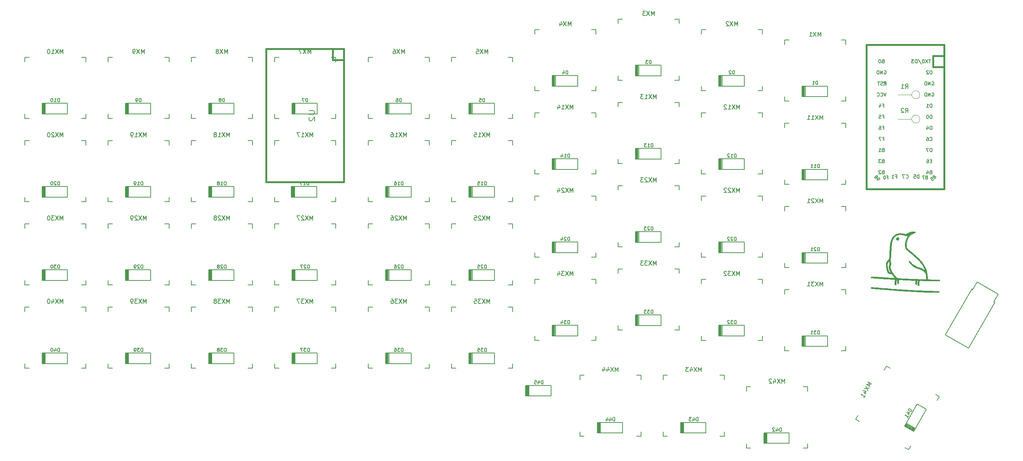
<source format=gbr>
%TF.GenerationSoftware,KiCad,Pcbnew,(5.1.9-0-10_14)*%
%TF.CreationDate,2021-09-05T14:47:07-05:00*%
%TF.ProjectId,wren-universal,7772656e-2d75-46e6-9976-657273616c2e,rev?*%
%TF.SameCoordinates,Original*%
%TF.FileFunction,Legend,Bot*%
%TF.FilePolarity,Positive*%
%FSLAX46Y46*%
G04 Gerber Fmt 4.6, Leading zero omitted, Abs format (unit mm)*
G04 Created by KiCad (PCBNEW (5.1.9-0-10_14)) date 2021-09-05 14:47:07*
%MOMM*%
%LPD*%
G01*
G04 APERTURE LIST*
%ADD10C,0.150000*%
%ADD11C,0.381000*%
%ADD12C,0.010000*%
%ADD13C,0.200000*%
%ADD14C,0.120000*%
%ADD15C,0.203200*%
G04 APERTURE END LIST*
D10*
%TO.C,MX27*%
X98886250Y-95155500D02*
X98886250Y-94155500D01*
X98886250Y-108155500D02*
X98886250Y-107155500D01*
X99886250Y-108155500D02*
X98886250Y-108155500D01*
X112886250Y-107155500D02*
X112886250Y-108155500D01*
X112886250Y-108155500D02*
X111886250Y-108155500D01*
X112886250Y-94155500D02*
X112886250Y-95155500D01*
X111886250Y-94155500D02*
X112886250Y-94155500D01*
X98886250Y-94155500D02*
X99886250Y-94155500D01*
D11*
%TO.C,U2*%
X112214250Y-56705500D02*
X114754250Y-56705500D01*
X112214250Y-54165500D02*
X112214250Y-56705500D01*
X96974250Y-84645500D02*
X96974250Y-54165500D01*
X114754250Y-84645500D02*
X96974250Y-84645500D01*
X114754250Y-54165500D02*
X114754250Y-84645500D01*
X96974250Y-54165500D02*
X114754250Y-54165500D01*
D10*
%TO.C,J1*%
X258609256Y-109216593D02*
X259609256Y-107484542D01*
X258392750Y-109091593D02*
X258609256Y-109216593D01*
X252342750Y-119570500D02*
X258392750Y-109091593D01*
X264415697Y-110259542D02*
X259609256Y-107484542D01*
X263458999Y-112016593D02*
X264458999Y-110284542D01*
X263675505Y-112141593D02*
X263458999Y-112016593D01*
X257625505Y-122620500D02*
X263675505Y-112141593D01*
X252342750Y-119570500D02*
X257625505Y-122620500D01*
%TO.C,MX39*%
X60786250Y-114205500D02*
X60786250Y-113205500D01*
X60786250Y-127205500D02*
X60786250Y-126205500D01*
X61786250Y-127205500D02*
X60786250Y-127205500D01*
X74786250Y-126205500D02*
X74786250Y-127205500D01*
X74786250Y-127205500D02*
X73786250Y-127205500D01*
X74786250Y-113205500D02*
X74786250Y-114205500D01*
X73786250Y-113205500D02*
X74786250Y-113205500D01*
X60786250Y-113205500D02*
X61786250Y-113205500D01*
%TO.C,MX36*%
X120317500Y-114205500D02*
X120317500Y-113205500D01*
X120317500Y-127205500D02*
X120317500Y-126205500D01*
X121317500Y-127205500D02*
X120317500Y-127205500D01*
X134317500Y-126205500D02*
X134317500Y-127205500D01*
X134317500Y-127205500D02*
X133317500Y-127205500D01*
X134317500Y-113205500D02*
X134317500Y-114205500D01*
X133317500Y-113205500D02*
X134317500Y-113205500D01*
X120317500Y-113205500D02*
X121317500Y-113205500D01*
D12*
%TO.C,FID2*%
G36*
X235355055Y-108686662D02*
G01*
X235300563Y-108744470D01*
X235295973Y-108832813D01*
X235337007Y-108917168D01*
X235388250Y-108954413D01*
X235447387Y-108964827D01*
X235584313Y-108980766D01*
X235792371Y-109001704D01*
X236064900Y-109027117D01*
X236395241Y-109056479D01*
X236776733Y-109089266D01*
X237202719Y-109124951D01*
X237666537Y-109163009D01*
X238161528Y-109202916D01*
X238681033Y-109244145D01*
X239218392Y-109286172D01*
X239766945Y-109328472D01*
X240320033Y-109370519D01*
X240870996Y-109411787D01*
X241413174Y-109451752D01*
X241939909Y-109489889D01*
X242444539Y-109525671D01*
X242920406Y-109558575D01*
X243360850Y-109588073D01*
X243696167Y-109609685D01*
X244084850Y-109633053D01*
X244524835Y-109657504D01*
X245006204Y-109682627D01*
X245519040Y-109708009D01*
X246053426Y-109733238D01*
X246599446Y-109757899D01*
X247147182Y-109781582D01*
X247686718Y-109803874D01*
X248208137Y-109824361D01*
X248701521Y-109842631D01*
X249156953Y-109858271D01*
X249564518Y-109870870D01*
X249914297Y-109880013D01*
X250196374Y-109885289D01*
X250347900Y-109886460D01*
X250571951Y-109883697D01*
X250724538Y-109874074D01*
X250818698Y-109856079D01*
X250867466Y-109828201D01*
X250869421Y-109825956D01*
X250899545Y-109738699D01*
X250861631Y-109657400D01*
X250771089Y-109602333D01*
X250690261Y-109590208D01*
X250524868Y-109588037D01*
X250284110Y-109582156D01*
X249977188Y-109572945D01*
X249613305Y-109560785D01*
X249201664Y-109546055D01*
X248751466Y-109529135D01*
X248271914Y-109510406D01*
X247772210Y-109490246D01*
X247261556Y-109469036D01*
X246749155Y-109447156D01*
X246244210Y-109424986D01*
X245755921Y-109402906D01*
X245293492Y-109381294D01*
X244866125Y-109360533D01*
X244483022Y-109341001D01*
X244153386Y-109323078D01*
X243992500Y-109313700D01*
X243625528Y-109290634D01*
X243183832Y-109261184D01*
X242677056Y-109226071D01*
X242114845Y-109186011D01*
X241506843Y-109141722D01*
X240862694Y-109093923D01*
X240192043Y-109043331D01*
X239504534Y-108990665D01*
X238809812Y-108936642D01*
X238117520Y-108881980D01*
X237437304Y-108827398D01*
X237185972Y-108806988D01*
X236806028Y-108776698D01*
X236451128Y-108749692D01*
X236130406Y-108726570D01*
X235852995Y-108707934D01*
X235628027Y-108694382D01*
X235464636Y-108686516D01*
X235371955Y-108684935D01*
X235355055Y-108686662D01*
G37*
X235355055Y-108686662D02*
X235300563Y-108744470D01*
X235295973Y-108832813D01*
X235337007Y-108917168D01*
X235388250Y-108954413D01*
X235447387Y-108964827D01*
X235584313Y-108980766D01*
X235792371Y-109001704D01*
X236064900Y-109027117D01*
X236395241Y-109056479D01*
X236776733Y-109089266D01*
X237202719Y-109124951D01*
X237666537Y-109163009D01*
X238161528Y-109202916D01*
X238681033Y-109244145D01*
X239218392Y-109286172D01*
X239766945Y-109328472D01*
X240320033Y-109370519D01*
X240870996Y-109411787D01*
X241413174Y-109451752D01*
X241939909Y-109489889D01*
X242444539Y-109525671D01*
X242920406Y-109558575D01*
X243360850Y-109588073D01*
X243696167Y-109609685D01*
X244084850Y-109633053D01*
X244524835Y-109657504D01*
X245006204Y-109682627D01*
X245519040Y-109708009D01*
X246053426Y-109733238D01*
X246599446Y-109757899D01*
X247147182Y-109781582D01*
X247686718Y-109803874D01*
X248208137Y-109824361D01*
X248701521Y-109842631D01*
X249156953Y-109858271D01*
X249564518Y-109870870D01*
X249914297Y-109880013D01*
X250196374Y-109885289D01*
X250347900Y-109886460D01*
X250571951Y-109883697D01*
X250724538Y-109874074D01*
X250818698Y-109856079D01*
X250867466Y-109828201D01*
X250869421Y-109825956D01*
X250899545Y-109738699D01*
X250861631Y-109657400D01*
X250771089Y-109602333D01*
X250690261Y-109590208D01*
X250524868Y-109588037D01*
X250284110Y-109582156D01*
X249977188Y-109572945D01*
X249613305Y-109560785D01*
X249201664Y-109546055D01*
X248751466Y-109529135D01*
X248271914Y-109510406D01*
X247772210Y-109490246D01*
X247261556Y-109469036D01*
X246749155Y-109447156D01*
X246244210Y-109424986D01*
X245755921Y-109402906D01*
X245293492Y-109381294D01*
X244866125Y-109360533D01*
X244483022Y-109341001D01*
X244153386Y-109323078D01*
X243992500Y-109313700D01*
X243625528Y-109290634D01*
X243183832Y-109261184D01*
X242677056Y-109226071D01*
X242114845Y-109186011D01*
X241506843Y-109141722D01*
X240862694Y-109093923D01*
X240192043Y-109043331D01*
X239504534Y-108990665D01*
X238809812Y-108936642D01*
X238117520Y-108881980D01*
X237437304Y-108827398D01*
X237185972Y-108806988D01*
X236806028Y-108776698D01*
X236451128Y-108749692D01*
X236130406Y-108726570D01*
X235852995Y-108707934D01*
X235628027Y-108694382D01*
X235464636Y-108686516D01*
X235371955Y-108684935D01*
X235355055Y-108686662D01*
G36*
X244947689Y-95922606D02*
G01*
X244890826Y-95925175D01*
X244749145Y-95933166D01*
X244634686Y-95945675D01*
X244529718Y-95968624D01*
X244416514Y-96007939D01*
X244277344Y-96069542D01*
X244094478Y-96159357D01*
X243909825Y-96252951D01*
X243300732Y-96562946D01*
X242803871Y-96449646D01*
X242364153Y-96367023D01*
X241978717Y-96335887D01*
X241632879Y-96358616D01*
X241311953Y-96437586D01*
X241001254Y-96575176D01*
X240686096Y-96773762D01*
X240652683Y-96797859D01*
X240433706Y-97003457D01*
X240231692Y-97285895D01*
X240050319Y-97638394D01*
X239893270Y-98054175D01*
X239804967Y-98359049D01*
X239744620Y-98648211D01*
X239691990Y-99017770D01*
X239647448Y-99463779D01*
X239611366Y-99982286D01*
X239584114Y-100569344D01*
X239576886Y-100785183D01*
X239566245Y-101124306D01*
X239556622Y-101390400D01*
X239546803Y-101595077D01*
X239535571Y-101749945D01*
X239521712Y-101866614D01*
X239504010Y-101956694D01*
X239481250Y-102031794D01*
X239452218Y-102103525D01*
X239434869Y-102141974D01*
X239346574Y-102301656D01*
X239226785Y-102477726D01*
X239124348Y-102605212D01*
X238960090Y-102806557D01*
X238850123Y-102989970D01*
X238784996Y-103181692D01*
X238755255Y-103407965D01*
X238750691Y-103642583D01*
X238772355Y-104016817D01*
X238826689Y-104387976D01*
X238908969Y-104736612D01*
X239014473Y-105043281D01*
X239138479Y-105288535D01*
X239157489Y-105317513D01*
X239292996Y-105483875D01*
X239436747Y-105580445D01*
X239614462Y-105620273D01*
X239757669Y-105622020D01*
X240024687Y-105611791D01*
X240325215Y-105988144D01*
X240460210Y-106152430D01*
X240590434Y-106302614D01*
X240698909Y-106419549D01*
X240756620Y-106474624D01*
X240887497Y-106584750D01*
X240683165Y-106584677D01*
X240577591Y-106581720D01*
X240396794Y-106573285D01*
X240150000Y-106559958D01*
X239846436Y-106542325D01*
X239495326Y-106520970D01*
X239105898Y-106496480D01*
X238687378Y-106469440D01*
X238248992Y-106440435D01*
X237799966Y-106410050D01*
X237349525Y-106378872D01*
X236906897Y-106347486D01*
X236635013Y-106327782D01*
X236320276Y-106305704D01*
X236031438Y-106287239D01*
X235779730Y-106272963D01*
X235576382Y-106263450D01*
X235432626Y-106259276D01*
X235359692Y-106261017D01*
X235354429Y-106262186D01*
X235308419Y-106318162D01*
X235294245Y-106410476D01*
X235314357Y-106496068D01*
X235339553Y-106523857D01*
X235393143Y-106534156D01*
X235523486Y-106549055D01*
X235722828Y-106567971D01*
X235983414Y-106590321D01*
X236297490Y-106615522D01*
X236657301Y-106642991D01*
X237055092Y-106672145D01*
X237483110Y-106702401D01*
X237933600Y-106733176D01*
X238398807Y-106763887D01*
X238870976Y-106793952D01*
X239208834Y-106814745D01*
X239523028Y-106834088D01*
X239824898Y-106853227D01*
X240099276Y-106871157D01*
X240330996Y-106886875D01*
X240504889Y-106899376D01*
X240589034Y-106906108D01*
X240868567Y-106930760D01*
X240806720Y-107107005D01*
X240772998Y-107258754D01*
X240753322Y-107461183D01*
X240748409Y-107681363D01*
X240758976Y-107886365D01*
X240785737Y-108043257D01*
X240786316Y-108045250D01*
X240829440Y-108137443D01*
X240903631Y-108170167D01*
X240947546Y-108172250D01*
X241071500Y-108172250D01*
X241071716Y-107706583D01*
X241082371Y-107409224D01*
X241113265Y-107179944D01*
X241163247Y-107022768D01*
X241231165Y-106941717D01*
X241292952Y-106933256D01*
X241348698Y-106974488D01*
X241352768Y-107010597D01*
X241343042Y-107079909D01*
X241330834Y-107208671D01*
X241318457Y-107371805D01*
X241315913Y-107410250D01*
X241307344Y-107586040D01*
X241311464Y-107701095D01*
X241331716Y-107778838D01*
X241371542Y-107842694D01*
X241381243Y-107854750D01*
X241452213Y-107924306D01*
X241512011Y-107930180D01*
X241545098Y-107913673D01*
X241585496Y-107873520D01*
X241610291Y-107801148D01*
X241623604Y-107677770D01*
X241628698Y-107532673D01*
X241637956Y-107355236D01*
X241656039Y-107196007D01*
X241679262Y-107086190D01*
X241682457Y-107077195D01*
X241729352Y-106955807D01*
X242120093Y-106983006D01*
X242232549Y-106989763D01*
X242412897Y-106999301D01*
X242649156Y-107011082D01*
X242929349Y-107024569D01*
X243241495Y-107039223D01*
X243573615Y-107054505D01*
X243913729Y-107069879D01*
X244249858Y-107084806D01*
X244570024Y-107098747D01*
X244862245Y-107111165D01*
X245114544Y-107121522D01*
X245314940Y-107129280D01*
X245451454Y-107133901D01*
X245503757Y-107134983D01*
X245547159Y-107142471D01*
X245552183Y-107179461D01*
X245520098Y-107268007D01*
X245512477Y-107286350D01*
X245475017Y-107424777D01*
X245458590Y-107591856D01*
X245462012Y-107762594D01*
X245484097Y-107912002D01*
X245523660Y-108015087D01*
X245548250Y-108040614D01*
X245641629Y-108071941D01*
X245708112Y-108029280D01*
X245749388Y-107910046D01*
X245767149Y-107711651D01*
X245767316Y-107705285D01*
X245790769Y-107456164D01*
X245845819Y-107275327D01*
X245930504Y-107167024D01*
X246030117Y-107135083D01*
X246106304Y-107145895D01*
X246115436Y-107188501D01*
X246107745Y-107209166D01*
X246027310Y-107453287D01*
X245984855Y-107706580D01*
X245981189Y-107946761D01*
X246017120Y-108151547D01*
X246069325Y-108266659D01*
X246132625Y-108344583D01*
X246192765Y-108354523D01*
X246256323Y-108321937D01*
X246287875Y-108279873D01*
X246307578Y-108192466D01*
X246317520Y-108045472D01*
X246319823Y-107888668D01*
X246328064Y-107641858D01*
X246352908Y-107460675D01*
X246393870Y-107333502D01*
X246466906Y-107172089D01*
X247875537Y-107206502D01*
X248264748Y-107215304D01*
X248672790Y-107223274D01*
X249079872Y-107230113D01*
X249466203Y-107235522D01*
X249811992Y-107239203D01*
X250097449Y-107240855D01*
X250152000Y-107240916D01*
X251019834Y-107240916D01*
X251033252Y-107124259D01*
X251024591Y-107026618D01*
X250989766Y-106985765D01*
X250934824Y-106979488D01*
X250805844Y-106971961D01*
X250613438Y-106963583D01*
X250368220Y-106954752D01*
X250080802Y-106945864D01*
X249761795Y-106937319D01*
X249584587Y-106933089D01*
X248236313Y-106902250D01*
X248243924Y-106427775D01*
X248241698Y-106381861D01*
X247935361Y-106381861D01*
X247925756Y-106601633D01*
X247898475Y-106893684D01*
X246982655Y-106865671D01*
X246674593Y-106855910D01*
X246307086Y-106843719D01*
X245905291Y-106829967D01*
X245494364Y-106815521D01*
X245099463Y-106801250D01*
X244881500Y-106793163D01*
X244493048Y-106777990D01*
X244059678Y-106760067D01*
X243610255Y-106740653D01*
X243173638Y-106721006D01*
X242778691Y-106702387D01*
X242609759Y-106694051D01*
X242277695Y-106677077D01*
X242018774Y-106662601D01*
X241821569Y-106649122D01*
X241674648Y-106635139D01*
X241566586Y-106619153D01*
X241485951Y-106599661D01*
X241421316Y-106575164D01*
X241361251Y-106544161D01*
X241329734Y-106525969D01*
X241101584Y-106361504D01*
X240856814Y-106129933D01*
X240606696Y-105844087D01*
X240362501Y-105516800D01*
X240224986Y-105301998D01*
X239822667Y-105301998D01*
X239785490Y-105310426D01*
X239693553Y-105308640D01*
X239668123Y-105306722D01*
X239516477Y-105262413D01*
X239435436Y-105187750D01*
X239341443Y-105019434D01*
X239255621Y-104790132D01*
X239181161Y-104519125D01*
X239121253Y-104225693D01*
X239079087Y-103929118D01*
X239057853Y-103648679D01*
X239060743Y-103403658D01*
X239090945Y-103213334D01*
X239102803Y-103177435D01*
X239149301Y-103087844D01*
X239223282Y-102976172D01*
X239307522Y-102864912D01*
X239384796Y-102776555D01*
X239437880Y-102733593D01*
X239443606Y-102732416D01*
X239463787Y-102770974D01*
X239489605Y-102872903D01*
X239516009Y-103017585D01*
X239520152Y-103044683D01*
X239542827Y-103236275D01*
X239542754Y-103383675D01*
X239518738Y-103524567D01*
X239503030Y-103584433D01*
X239441820Y-103836458D01*
X239414759Y-104053328D01*
X239424438Y-104257462D01*
X239473446Y-104471278D01*
X239564371Y-104717197D01*
X239658313Y-104929026D01*
X239730126Y-105085995D01*
X239786024Y-105211614D01*
X239818067Y-105287868D01*
X239822667Y-105301998D01*
X240224986Y-105301998D01*
X240145172Y-105177327D01*
X239967728Y-104861028D01*
X239842270Y-104594592D01*
X239765474Y-104363779D01*
X239734011Y-104154353D01*
X239744557Y-103952073D01*
X239793784Y-103742703D01*
X239803149Y-103713313D01*
X239852913Y-103445129D01*
X239846762Y-103122225D01*
X239785036Y-102753150D01*
X239760848Y-102654235D01*
X239726513Y-102510932D01*
X239714685Y-102405595D01*
X239726825Y-102302916D01*
X239764392Y-102167588D01*
X239783478Y-102107045D01*
X239811084Y-102012060D01*
X239833355Y-101911647D01*
X239851278Y-101794089D01*
X239865843Y-101647668D01*
X239878039Y-101460667D01*
X239888855Y-101221367D01*
X239899280Y-100918053D01*
X239907567Y-100636916D01*
X239925115Y-100130549D01*
X239947851Y-99696147D01*
X239977203Y-99321089D01*
X240014604Y-98992758D01*
X240061481Y-98698533D01*
X240119266Y-98425796D01*
X240187173Y-98169556D01*
X240331200Y-97762197D01*
X240508876Y-97426950D01*
X240726396Y-97155835D01*
X240989952Y-96940872D01*
X241252128Y-96797552D01*
X241491411Y-96706404D01*
X241730623Y-96655054D01*
X241987630Y-96643006D01*
X242280297Y-96669766D01*
X242626491Y-96734838D01*
X242722500Y-96756800D01*
X242950743Y-96808660D01*
X243171277Y-96855556D01*
X243359708Y-96892498D01*
X243491641Y-96914497D01*
X243496721Y-96915167D01*
X243618432Y-96935541D01*
X243694352Y-96957320D01*
X243708145Y-96970171D01*
X243683253Y-97018803D01*
X243631015Y-97119124D01*
X243573408Y-97229083D01*
X243415949Y-97580501D01*
X243289179Y-97967794D01*
X243196251Y-98371658D01*
X243140321Y-98772790D01*
X243124543Y-99151888D01*
X243152072Y-99489648D01*
X243181108Y-99629549D01*
X243239808Y-99788778D01*
X243322722Y-99938981D01*
X243361024Y-99989841D01*
X243406851Y-100041449D01*
X243455849Y-100092221D01*
X243516639Y-100149443D01*
X243597847Y-100220404D01*
X243708095Y-100312389D01*
X243856007Y-100432687D01*
X244050206Y-100588585D01*
X244299316Y-100787370D01*
X244394667Y-100863324D01*
X244651813Y-101075274D01*
X244943940Y-101328020D01*
X245255122Y-101606792D01*
X245569432Y-101896820D01*
X245870940Y-102183333D01*
X246143721Y-102451562D01*
X246371846Y-102686735D01*
X246437375Y-102757605D01*
X246828891Y-103225595D01*
X247151754Y-103697708D01*
X247420087Y-104195870D01*
X247544660Y-104477081D01*
X247610674Y-104638737D01*
X247662214Y-104769103D01*
X247692082Y-104849758D01*
X247696667Y-104866156D01*
X247665782Y-104852747D01*
X247583471Y-104798033D01*
X247465254Y-104712545D01*
X247417568Y-104676773D01*
X247137050Y-104480812D01*
X246880692Y-104340579D01*
X246622578Y-104243535D01*
X246416526Y-104192424D01*
X245962540Y-104061443D01*
X245520789Y-103861932D01*
X245106991Y-103604275D01*
X244736867Y-103298856D01*
X244426134Y-102956062D01*
X244319536Y-102807100D01*
X244215365Y-102687730D01*
X244116714Y-102651343D01*
X244025367Y-102698477D01*
X244010972Y-102714496D01*
X243986561Y-102788679D01*
X244016224Y-102893175D01*
X244103182Y-103033005D01*
X244250652Y-103213190D01*
X244461855Y-103438751D01*
X244500500Y-103478094D01*
X244855356Y-103801096D01*
X245225825Y-104061702D01*
X245629273Y-104269289D01*
X246083063Y-104433235D01*
X246445388Y-104528297D01*
X246689369Y-104611582D01*
X246952335Y-104747081D01*
X247214491Y-104920161D01*
X247456045Y-105116188D01*
X247657202Y-105320527D01*
X247798168Y-105518543D01*
X247806892Y-105534908D01*
X247859204Y-105683366D01*
X247899926Y-105890820D01*
X247926248Y-106132057D01*
X247935361Y-106381861D01*
X248241698Y-106381861D01*
X248212407Y-105777752D01*
X248097709Y-105137308D01*
X247901073Y-104509601D01*
X247623741Y-103897789D01*
X247266956Y-103305031D01*
X246831960Y-102734486D01*
X246757182Y-102647750D01*
X246514586Y-102384082D01*
X246218989Y-102084149D01*
X245885580Y-101761875D01*
X245529546Y-101431184D01*
X245166075Y-101105999D01*
X244810354Y-100800244D01*
X244477570Y-100527843D01*
X244267667Y-100365413D01*
X243994933Y-100154170D01*
X243787907Y-99978524D01*
X243639118Y-99831496D01*
X243541092Y-99706105D01*
X243515901Y-99663250D01*
X243476277Y-99534662D01*
X243453178Y-99342694D01*
X243446266Y-99106940D01*
X243455205Y-98846990D01*
X243479658Y-98582436D01*
X243519290Y-98332870D01*
X243540394Y-98237177D01*
X243683431Y-97754541D01*
X243861589Y-97346010D01*
X244078624Y-97007047D01*
X244338290Y-96733114D01*
X244644339Y-96519676D01*
X245000527Y-96362194D01*
X245123903Y-96323396D01*
X245306760Y-96254055D01*
X245411346Y-96175303D01*
X245435620Y-96089988D01*
X245377541Y-96000959D01*
X245363503Y-95988992D01*
X245302401Y-95949174D01*
X245227029Y-95926768D01*
X245115941Y-95918877D01*
X244947689Y-95922606D01*
G37*
X244947689Y-95922606D02*
X244890826Y-95925175D01*
X244749145Y-95933166D01*
X244634686Y-95945675D01*
X244529718Y-95968624D01*
X244416514Y-96007939D01*
X244277344Y-96069542D01*
X244094478Y-96159357D01*
X243909825Y-96252951D01*
X243300732Y-96562946D01*
X242803871Y-96449646D01*
X242364153Y-96367023D01*
X241978717Y-96335887D01*
X241632879Y-96358616D01*
X241311953Y-96437586D01*
X241001254Y-96575176D01*
X240686096Y-96773762D01*
X240652683Y-96797859D01*
X240433706Y-97003457D01*
X240231692Y-97285895D01*
X240050319Y-97638394D01*
X239893270Y-98054175D01*
X239804967Y-98359049D01*
X239744620Y-98648211D01*
X239691990Y-99017770D01*
X239647448Y-99463779D01*
X239611366Y-99982286D01*
X239584114Y-100569344D01*
X239576886Y-100785183D01*
X239566245Y-101124306D01*
X239556622Y-101390400D01*
X239546803Y-101595077D01*
X239535571Y-101749945D01*
X239521712Y-101866614D01*
X239504010Y-101956694D01*
X239481250Y-102031794D01*
X239452218Y-102103525D01*
X239434869Y-102141974D01*
X239346574Y-102301656D01*
X239226785Y-102477726D01*
X239124348Y-102605212D01*
X238960090Y-102806557D01*
X238850123Y-102989970D01*
X238784996Y-103181692D01*
X238755255Y-103407965D01*
X238750691Y-103642583D01*
X238772355Y-104016817D01*
X238826689Y-104387976D01*
X238908969Y-104736612D01*
X239014473Y-105043281D01*
X239138479Y-105288535D01*
X239157489Y-105317513D01*
X239292996Y-105483875D01*
X239436747Y-105580445D01*
X239614462Y-105620273D01*
X239757669Y-105622020D01*
X240024687Y-105611791D01*
X240325215Y-105988144D01*
X240460210Y-106152430D01*
X240590434Y-106302614D01*
X240698909Y-106419549D01*
X240756620Y-106474624D01*
X240887497Y-106584750D01*
X240683165Y-106584677D01*
X240577591Y-106581720D01*
X240396794Y-106573285D01*
X240150000Y-106559958D01*
X239846436Y-106542325D01*
X239495326Y-106520970D01*
X239105898Y-106496480D01*
X238687378Y-106469440D01*
X238248992Y-106440435D01*
X237799966Y-106410050D01*
X237349525Y-106378872D01*
X236906897Y-106347486D01*
X236635013Y-106327782D01*
X236320276Y-106305704D01*
X236031438Y-106287239D01*
X235779730Y-106272963D01*
X235576382Y-106263450D01*
X235432626Y-106259276D01*
X235359692Y-106261017D01*
X235354429Y-106262186D01*
X235308419Y-106318162D01*
X235294245Y-106410476D01*
X235314357Y-106496068D01*
X235339553Y-106523857D01*
X235393143Y-106534156D01*
X235523486Y-106549055D01*
X235722828Y-106567971D01*
X235983414Y-106590321D01*
X236297490Y-106615522D01*
X236657301Y-106642991D01*
X237055092Y-106672145D01*
X237483110Y-106702401D01*
X237933600Y-106733176D01*
X238398807Y-106763887D01*
X238870976Y-106793952D01*
X239208834Y-106814745D01*
X239523028Y-106834088D01*
X239824898Y-106853227D01*
X240099276Y-106871157D01*
X240330996Y-106886875D01*
X240504889Y-106899376D01*
X240589034Y-106906108D01*
X240868567Y-106930760D01*
X240806720Y-107107005D01*
X240772998Y-107258754D01*
X240753322Y-107461183D01*
X240748409Y-107681363D01*
X240758976Y-107886365D01*
X240785737Y-108043257D01*
X240786316Y-108045250D01*
X240829440Y-108137443D01*
X240903631Y-108170167D01*
X240947546Y-108172250D01*
X241071500Y-108172250D01*
X241071716Y-107706583D01*
X241082371Y-107409224D01*
X241113265Y-107179944D01*
X241163247Y-107022768D01*
X241231165Y-106941717D01*
X241292952Y-106933256D01*
X241348698Y-106974488D01*
X241352768Y-107010597D01*
X241343042Y-107079909D01*
X241330834Y-107208671D01*
X241318457Y-107371805D01*
X241315913Y-107410250D01*
X241307344Y-107586040D01*
X241311464Y-107701095D01*
X241331716Y-107778838D01*
X241371542Y-107842694D01*
X241381243Y-107854750D01*
X241452213Y-107924306D01*
X241512011Y-107930180D01*
X241545098Y-107913673D01*
X241585496Y-107873520D01*
X241610291Y-107801148D01*
X241623604Y-107677770D01*
X241628698Y-107532673D01*
X241637956Y-107355236D01*
X241656039Y-107196007D01*
X241679262Y-107086190D01*
X241682457Y-107077195D01*
X241729352Y-106955807D01*
X242120093Y-106983006D01*
X242232549Y-106989763D01*
X242412897Y-106999301D01*
X242649156Y-107011082D01*
X242929349Y-107024569D01*
X243241495Y-107039223D01*
X243573615Y-107054505D01*
X243913729Y-107069879D01*
X244249858Y-107084806D01*
X244570024Y-107098747D01*
X244862245Y-107111165D01*
X245114544Y-107121522D01*
X245314940Y-107129280D01*
X245451454Y-107133901D01*
X245503757Y-107134983D01*
X245547159Y-107142471D01*
X245552183Y-107179461D01*
X245520098Y-107268007D01*
X245512477Y-107286350D01*
X245475017Y-107424777D01*
X245458590Y-107591856D01*
X245462012Y-107762594D01*
X245484097Y-107912002D01*
X245523660Y-108015087D01*
X245548250Y-108040614D01*
X245641629Y-108071941D01*
X245708112Y-108029280D01*
X245749388Y-107910046D01*
X245767149Y-107711651D01*
X245767316Y-107705285D01*
X245790769Y-107456164D01*
X245845819Y-107275327D01*
X245930504Y-107167024D01*
X246030117Y-107135083D01*
X246106304Y-107145895D01*
X246115436Y-107188501D01*
X246107745Y-107209166D01*
X246027310Y-107453287D01*
X245984855Y-107706580D01*
X245981189Y-107946761D01*
X246017120Y-108151547D01*
X246069325Y-108266659D01*
X246132625Y-108344583D01*
X246192765Y-108354523D01*
X246256323Y-108321937D01*
X246287875Y-108279873D01*
X246307578Y-108192466D01*
X246317520Y-108045472D01*
X246319823Y-107888668D01*
X246328064Y-107641858D01*
X246352908Y-107460675D01*
X246393870Y-107333502D01*
X246466906Y-107172089D01*
X247875537Y-107206502D01*
X248264748Y-107215304D01*
X248672790Y-107223274D01*
X249079872Y-107230113D01*
X249466203Y-107235522D01*
X249811992Y-107239203D01*
X250097449Y-107240855D01*
X250152000Y-107240916D01*
X251019834Y-107240916D01*
X251033252Y-107124259D01*
X251024591Y-107026618D01*
X250989766Y-106985765D01*
X250934824Y-106979488D01*
X250805844Y-106971961D01*
X250613438Y-106963583D01*
X250368220Y-106954752D01*
X250080802Y-106945864D01*
X249761795Y-106937319D01*
X249584587Y-106933089D01*
X248236313Y-106902250D01*
X248243924Y-106427775D01*
X248241698Y-106381861D01*
X247935361Y-106381861D01*
X247925756Y-106601633D01*
X247898475Y-106893684D01*
X246982655Y-106865671D01*
X246674593Y-106855910D01*
X246307086Y-106843719D01*
X245905291Y-106829967D01*
X245494364Y-106815521D01*
X245099463Y-106801250D01*
X244881500Y-106793163D01*
X244493048Y-106777990D01*
X244059678Y-106760067D01*
X243610255Y-106740653D01*
X243173638Y-106721006D01*
X242778691Y-106702387D01*
X242609759Y-106694051D01*
X242277695Y-106677077D01*
X242018774Y-106662601D01*
X241821569Y-106649122D01*
X241674648Y-106635139D01*
X241566586Y-106619153D01*
X241485951Y-106599661D01*
X241421316Y-106575164D01*
X241361251Y-106544161D01*
X241329734Y-106525969D01*
X241101584Y-106361504D01*
X240856814Y-106129933D01*
X240606696Y-105844087D01*
X240362501Y-105516800D01*
X240224986Y-105301998D01*
X239822667Y-105301998D01*
X239785490Y-105310426D01*
X239693553Y-105308640D01*
X239668123Y-105306722D01*
X239516477Y-105262413D01*
X239435436Y-105187750D01*
X239341443Y-105019434D01*
X239255621Y-104790132D01*
X239181161Y-104519125D01*
X239121253Y-104225693D01*
X239079087Y-103929118D01*
X239057853Y-103648679D01*
X239060743Y-103403658D01*
X239090945Y-103213334D01*
X239102803Y-103177435D01*
X239149301Y-103087844D01*
X239223282Y-102976172D01*
X239307522Y-102864912D01*
X239384796Y-102776555D01*
X239437880Y-102733593D01*
X239443606Y-102732416D01*
X239463787Y-102770974D01*
X239489605Y-102872903D01*
X239516009Y-103017585D01*
X239520152Y-103044683D01*
X239542827Y-103236275D01*
X239542754Y-103383675D01*
X239518738Y-103524567D01*
X239503030Y-103584433D01*
X239441820Y-103836458D01*
X239414759Y-104053328D01*
X239424438Y-104257462D01*
X239473446Y-104471278D01*
X239564371Y-104717197D01*
X239658313Y-104929026D01*
X239730126Y-105085995D01*
X239786024Y-105211614D01*
X239818067Y-105287868D01*
X239822667Y-105301998D01*
X240224986Y-105301998D01*
X240145172Y-105177327D01*
X239967728Y-104861028D01*
X239842270Y-104594592D01*
X239765474Y-104363779D01*
X239734011Y-104154353D01*
X239744557Y-103952073D01*
X239793784Y-103742703D01*
X239803149Y-103713313D01*
X239852913Y-103445129D01*
X239846762Y-103122225D01*
X239785036Y-102753150D01*
X239760848Y-102654235D01*
X239726513Y-102510932D01*
X239714685Y-102405595D01*
X239726825Y-102302916D01*
X239764392Y-102167588D01*
X239783478Y-102107045D01*
X239811084Y-102012060D01*
X239833355Y-101911647D01*
X239851278Y-101794089D01*
X239865843Y-101647668D01*
X239878039Y-101460667D01*
X239888855Y-101221367D01*
X239899280Y-100918053D01*
X239907567Y-100636916D01*
X239925115Y-100130549D01*
X239947851Y-99696147D01*
X239977203Y-99321089D01*
X240014604Y-98992758D01*
X240061481Y-98698533D01*
X240119266Y-98425796D01*
X240187173Y-98169556D01*
X240331200Y-97762197D01*
X240508876Y-97426950D01*
X240726396Y-97155835D01*
X240989952Y-96940872D01*
X241252128Y-96797552D01*
X241491411Y-96706404D01*
X241730623Y-96655054D01*
X241987630Y-96643006D01*
X242280297Y-96669766D01*
X242626491Y-96734838D01*
X242722500Y-96756800D01*
X242950743Y-96808660D01*
X243171277Y-96855556D01*
X243359708Y-96892498D01*
X243491641Y-96914497D01*
X243496721Y-96915167D01*
X243618432Y-96935541D01*
X243694352Y-96957320D01*
X243708145Y-96970171D01*
X243683253Y-97018803D01*
X243631015Y-97119124D01*
X243573408Y-97229083D01*
X243415949Y-97580501D01*
X243289179Y-97967794D01*
X243196251Y-98371658D01*
X243140321Y-98772790D01*
X243124543Y-99151888D01*
X243152072Y-99489648D01*
X243181108Y-99629549D01*
X243239808Y-99788778D01*
X243322722Y-99938981D01*
X243361024Y-99989841D01*
X243406851Y-100041449D01*
X243455849Y-100092221D01*
X243516639Y-100149443D01*
X243597847Y-100220404D01*
X243708095Y-100312389D01*
X243856007Y-100432687D01*
X244050206Y-100588585D01*
X244299316Y-100787370D01*
X244394667Y-100863324D01*
X244651813Y-101075274D01*
X244943940Y-101328020D01*
X245255122Y-101606792D01*
X245569432Y-101896820D01*
X245870940Y-102183333D01*
X246143721Y-102451562D01*
X246371846Y-102686735D01*
X246437375Y-102757605D01*
X246828891Y-103225595D01*
X247151754Y-103697708D01*
X247420087Y-104195870D01*
X247544660Y-104477081D01*
X247610674Y-104638737D01*
X247662214Y-104769103D01*
X247692082Y-104849758D01*
X247696667Y-104866156D01*
X247665782Y-104852747D01*
X247583471Y-104798033D01*
X247465254Y-104712545D01*
X247417568Y-104676773D01*
X247137050Y-104480812D01*
X246880692Y-104340579D01*
X246622578Y-104243535D01*
X246416526Y-104192424D01*
X245962540Y-104061443D01*
X245520789Y-103861932D01*
X245106991Y-103604275D01*
X244736867Y-103298856D01*
X244426134Y-102956062D01*
X244319536Y-102807100D01*
X244215365Y-102687730D01*
X244116714Y-102651343D01*
X244025367Y-102698477D01*
X244010972Y-102714496D01*
X243986561Y-102788679D01*
X244016224Y-102893175D01*
X244103182Y-103033005D01*
X244250652Y-103213190D01*
X244461855Y-103438751D01*
X244500500Y-103478094D01*
X244855356Y-103801096D01*
X245225825Y-104061702D01*
X245629273Y-104269289D01*
X246083063Y-104433235D01*
X246445388Y-104528297D01*
X246689369Y-104611582D01*
X246952335Y-104747081D01*
X247214491Y-104920161D01*
X247456045Y-105116188D01*
X247657202Y-105320527D01*
X247798168Y-105518543D01*
X247806892Y-105534908D01*
X247859204Y-105683366D01*
X247899926Y-105890820D01*
X247926248Y-106132057D01*
X247935361Y-106381861D01*
X248241698Y-106381861D01*
X248212407Y-105777752D01*
X248097709Y-105137308D01*
X247901073Y-104509601D01*
X247623741Y-103897789D01*
X247266956Y-103305031D01*
X246831960Y-102734486D01*
X246757182Y-102647750D01*
X246514586Y-102384082D01*
X246218989Y-102084149D01*
X245885580Y-101761875D01*
X245529546Y-101431184D01*
X245166075Y-101105999D01*
X244810354Y-100800244D01*
X244477570Y-100527843D01*
X244267667Y-100365413D01*
X243994933Y-100154170D01*
X243787907Y-99978524D01*
X243639118Y-99831496D01*
X243541092Y-99706105D01*
X243515901Y-99663250D01*
X243476277Y-99534662D01*
X243453178Y-99342694D01*
X243446266Y-99106940D01*
X243455205Y-98846990D01*
X243479658Y-98582436D01*
X243519290Y-98332870D01*
X243540394Y-98237177D01*
X243683431Y-97754541D01*
X243861589Y-97346010D01*
X244078624Y-97007047D01*
X244338290Y-96733114D01*
X244644339Y-96519676D01*
X245000527Y-96362194D01*
X245123903Y-96323396D01*
X245306760Y-96254055D01*
X245411346Y-96175303D01*
X245435620Y-96089988D01*
X245377541Y-96000959D01*
X245363503Y-95988992D01*
X245302401Y-95949174D01*
X245227029Y-95926768D01*
X245115941Y-95918877D01*
X244947689Y-95922606D01*
G36*
X241308297Y-97257347D02*
G01*
X241249127Y-97276749D01*
X241123594Y-97367822D01*
X241056241Y-97497498D01*
X241048114Y-97642163D01*
X241100256Y-97778208D01*
X241213713Y-97882022D01*
X241222155Y-97886536D01*
X241325848Y-97934649D01*
X241399069Y-97941916D01*
X241484857Y-97909487D01*
X241515166Y-97894374D01*
X241638205Y-97796094D01*
X241698068Y-97671654D01*
X241702141Y-97538206D01*
X241657813Y-97412900D01*
X241572471Y-97312888D01*
X241453503Y-97255320D01*
X241308297Y-97257347D01*
G37*
X241308297Y-97257347D02*
X241249127Y-97276749D01*
X241123594Y-97367822D01*
X241056241Y-97497498D01*
X241048114Y-97642163D01*
X241100256Y-97778208D01*
X241213713Y-97882022D01*
X241222155Y-97886536D01*
X241325848Y-97934649D01*
X241399069Y-97941916D01*
X241484857Y-97909487D01*
X241515166Y-97894374D01*
X241638205Y-97796094D01*
X241698068Y-97671654D01*
X241702141Y-97538206D01*
X241657813Y-97412900D01*
X241572471Y-97312888D01*
X241453503Y-97255320D01*
X241308297Y-97257347D01*
D10*
%TO.C,MX21*%
X215567500Y-91186750D02*
X215567500Y-90186750D01*
X215567500Y-104186750D02*
X215567500Y-103186750D01*
X216567500Y-104186750D02*
X215567500Y-104186750D01*
X229567500Y-103186750D02*
X229567500Y-104186750D01*
X229567500Y-104186750D02*
X228567500Y-104186750D01*
X229567500Y-90186750D02*
X229567500Y-91186750D01*
X228567500Y-90186750D02*
X229567500Y-90186750D01*
X215567500Y-90186750D02*
X216567500Y-90186750D01*
%TO.C,MX41*%
X232692848Y-139364928D02*
X231826822Y-138864928D01*
X243951178Y-145864928D02*
X243085152Y-145364928D01*
X244451178Y-144998902D02*
X243951178Y-145864928D01*
X250085152Y-133240572D02*
X250951178Y-133740572D01*
X250951178Y-133740572D02*
X250451178Y-134606598D01*
X238826822Y-126740572D02*
X239692848Y-127240572D01*
X238326822Y-127606598D02*
X238826822Y-126740572D01*
X231826822Y-138864928D02*
X232326822Y-137998902D01*
%TO.C,MX10*%
X41736250Y-57055500D02*
X41736250Y-56055500D01*
X41736250Y-70055500D02*
X41736250Y-69055500D01*
X42736250Y-70055500D02*
X41736250Y-70055500D01*
X55736250Y-69055500D02*
X55736250Y-70055500D01*
X55736250Y-70055500D02*
X54736250Y-70055500D01*
X55736250Y-56055500D02*
X55736250Y-57055500D01*
X54736250Y-56055500D02*
X55736250Y-56055500D01*
X41736250Y-56055500D02*
X42736250Y-56055500D01*
%TO.C,MX15*%
X139367500Y-76105500D02*
X139367500Y-75105500D01*
X139367500Y-89105500D02*
X139367500Y-88105500D01*
X140367500Y-89105500D02*
X139367500Y-89105500D01*
X153367500Y-88105500D02*
X153367500Y-89105500D01*
X153367500Y-89105500D02*
X152367500Y-89105500D01*
X153367500Y-75105500D02*
X153367500Y-76105500D01*
X152367500Y-75105500D02*
X153367500Y-75105500D01*
X139367500Y-75105500D02*
X140367500Y-75105500D01*
%TO.C,MX44*%
X168730000Y-129794750D02*
X168730000Y-128794750D01*
X168730000Y-142794750D02*
X168730000Y-141794750D01*
X169730000Y-142794750D02*
X168730000Y-142794750D01*
X182730000Y-141794750D02*
X182730000Y-142794750D01*
X182730000Y-142794750D02*
X181730000Y-142794750D01*
X182730000Y-128794750D02*
X182730000Y-129794750D01*
X181730000Y-128794750D02*
X182730000Y-128794750D01*
X168730000Y-128794750D02*
X169730000Y-128794750D01*
%TO.C,MX43*%
X187780000Y-129794750D02*
X187780000Y-128794750D01*
X187780000Y-142794750D02*
X187780000Y-141794750D01*
X188780000Y-142794750D02*
X187780000Y-142794750D01*
X201780000Y-141794750D02*
X201780000Y-142794750D01*
X201780000Y-142794750D02*
X200780000Y-142794750D01*
X201780000Y-128794750D02*
X201780000Y-129794750D01*
X200780000Y-128794750D02*
X201780000Y-128794750D01*
X187780000Y-128794750D02*
X188780000Y-128794750D01*
%TO.C,MX42*%
X206830000Y-132461750D02*
X206830000Y-131461750D01*
X206830000Y-145461750D02*
X206830000Y-144461750D01*
X207830000Y-145461750D02*
X206830000Y-145461750D01*
X220830000Y-144461750D02*
X220830000Y-145461750D01*
X220830000Y-145461750D02*
X219830000Y-145461750D01*
X220830000Y-131461750D02*
X220830000Y-132461750D01*
X219830000Y-131461750D02*
X220830000Y-131461750D01*
X206830000Y-131461750D02*
X207830000Y-131461750D01*
%TO.C,MX40*%
X41736250Y-114205500D02*
X41736250Y-113205500D01*
X41736250Y-127205500D02*
X41736250Y-126205500D01*
X42736250Y-127205500D02*
X41736250Y-127205500D01*
X55736250Y-126205500D02*
X55736250Y-127205500D01*
X55736250Y-127205500D02*
X54736250Y-127205500D01*
X55736250Y-113205500D02*
X55736250Y-114205500D01*
X54736250Y-113205500D02*
X55736250Y-113205500D01*
X41736250Y-113205500D02*
X42736250Y-113205500D01*
%TO.C,MX38*%
X79836250Y-114205500D02*
X79836250Y-113205500D01*
X79836250Y-127205500D02*
X79836250Y-126205500D01*
X80836250Y-127205500D02*
X79836250Y-127205500D01*
X93836250Y-126205500D02*
X93836250Y-127205500D01*
X93836250Y-127205500D02*
X92836250Y-127205500D01*
X93836250Y-113205500D02*
X93836250Y-114205500D01*
X92836250Y-113205500D02*
X93836250Y-113205500D01*
X79836250Y-113205500D02*
X80836250Y-113205500D01*
%TO.C,MX37*%
X98886250Y-114205500D02*
X98886250Y-113205500D01*
X98886250Y-127205500D02*
X98886250Y-126205500D01*
X99886250Y-127205500D02*
X98886250Y-127205500D01*
X112886250Y-126205500D02*
X112886250Y-127205500D01*
X112886250Y-127205500D02*
X111886250Y-127205500D01*
X112886250Y-113205500D02*
X112886250Y-114205500D01*
X111886250Y-113205500D02*
X112886250Y-113205500D01*
X98886250Y-113205500D02*
X99886250Y-113205500D01*
%TO.C,MX35*%
X139367500Y-114205500D02*
X139367500Y-113205500D01*
X139367500Y-127205500D02*
X139367500Y-126205500D01*
X140367500Y-127205500D02*
X139367500Y-127205500D01*
X153367500Y-126205500D02*
X153367500Y-127205500D01*
X153367500Y-127205500D02*
X152367500Y-127205500D01*
X153367500Y-113205500D02*
X153367500Y-114205500D01*
X152367500Y-113205500D02*
X153367500Y-113205500D01*
X139367500Y-113205500D02*
X140367500Y-113205500D01*
%TO.C,MX34*%
X158417500Y-107855500D02*
X158417500Y-106855500D01*
X158417500Y-120855500D02*
X158417500Y-119855500D01*
X159417500Y-120855500D02*
X158417500Y-120855500D01*
X172417500Y-119855500D02*
X172417500Y-120855500D01*
X172417500Y-120855500D02*
X171417500Y-120855500D01*
X172417500Y-106855500D02*
X172417500Y-107855500D01*
X171417500Y-106855500D02*
X172417500Y-106855500D01*
X158417500Y-106855500D02*
X159417500Y-106855500D01*
%TO.C,MX33*%
X177467500Y-105474250D02*
X177467500Y-104474250D01*
X177467500Y-118474250D02*
X177467500Y-117474250D01*
X178467500Y-118474250D02*
X177467500Y-118474250D01*
X191467500Y-117474250D02*
X191467500Y-118474250D01*
X191467500Y-118474250D02*
X190467500Y-118474250D01*
X191467500Y-104474250D02*
X191467500Y-105474250D01*
X190467500Y-104474250D02*
X191467500Y-104474250D01*
X177467500Y-104474250D02*
X178467500Y-104474250D01*
%TO.C,MX32*%
X196517500Y-107855500D02*
X196517500Y-106855500D01*
X196517500Y-120855500D02*
X196517500Y-119855500D01*
X197517500Y-120855500D02*
X196517500Y-120855500D01*
X210517500Y-119855500D02*
X210517500Y-120855500D01*
X210517500Y-120855500D02*
X209517500Y-120855500D01*
X210517500Y-106855500D02*
X210517500Y-107855500D01*
X209517500Y-106855500D02*
X210517500Y-106855500D01*
X196517500Y-106855500D02*
X197517500Y-106855500D01*
%TO.C,MX31*%
X215567500Y-110236750D02*
X215567500Y-109236750D01*
X215567500Y-123236750D02*
X215567500Y-122236750D01*
X216567500Y-123236750D02*
X215567500Y-123236750D01*
X229567500Y-122236750D02*
X229567500Y-123236750D01*
X229567500Y-123236750D02*
X228567500Y-123236750D01*
X229567500Y-109236750D02*
X229567500Y-110236750D01*
X228567500Y-109236750D02*
X229567500Y-109236750D01*
X215567500Y-109236750D02*
X216567500Y-109236750D01*
%TO.C,MX30*%
X41736250Y-95155500D02*
X41736250Y-94155500D01*
X41736250Y-108155500D02*
X41736250Y-107155500D01*
X42736250Y-108155500D02*
X41736250Y-108155500D01*
X55736250Y-107155500D02*
X55736250Y-108155500D01*
X55736250Y-108155500D02*
X54736250Y-108155500D01*
X55736250Y-94155500D02*
X55736250Y-95155500D01*
X54736250Y-94155500D02*
X55736250Y-94155500D01*
X41736250Y-94155500D02*
X42736250Y-94155500D01*
%TO.C,MX29*%
X60786250Y-95155500D02*
X60786250Y-94155500D01*
X60786250Y-108155500D02*
X60786250Y-107155500D01*
X61786250Y-108155500D02*
X60786250Y-108155500D01*
X74786250Y-107155500D02*
X74786250Y-108155500D01*
X74786250Y-108155500D02*
X73786250Y-108155500D01*
X74786250Y-94155500D02*
X74786250Y-95155500D01*
X73786250Y-94155500D02*
X74786250Y-94155500D01*
X60786250Y-94155500D02*
X61786250Y-94155500D01*
%TO.C,MX28*%
X79836250Y-95155500D02*
X79836250Y-94155500D01*
X79836250Y-108155500D02*
X79836250Y-107155500D01*
X80836250Y-108155500D02*
X79836250Y-108155500D01*
X93836250Y-107155500D02*
X93836250Y-108155500D01*
X93836250Y-108155500D02*
X92836250Y-108155500D01*
X93836250Y-94155500D02*
X93836250Y-95155500D01*
X92836250Y-94155500D02*
X93836250Y-94155500D01*
X79836250Y-94155500D02*
X80836250Y-94155500D01*
%TO.C,MX26*%
X120317500Y-95155500D02*
X120317500Y-94155500D01*
X120317500Y-108155500D02*
X120317500Y-107155500D01*
X121317500Y-108155500D02*
X120317500Y-108155500D01*
X134317500Y-107155500D02*
X134317500Y-108155500D01*
X134317500Y-108155500D02*
X133317500Y-108155500D01*
X134317500Y-94155500D02*
X134317500Y-95155500D01*
X133317500Y-94155500D02*
X134317500Y-94155500D01*
X120317500Y-94155500D02*
X121317500Y-94155500D01*
%TO.C,MX25*%
X139367500Y-95155500D02*
X139367500Y-94155500D01*
X139367500Y-108155500D02*
X139367500Y-107155500D01*
X140367500Y-108155500D02*
X139367500Y-108155500D01*
X153367500Y-107155500D02*
X153367500Y-108155500D01*
X153367500Y-108155500D02*
X152367500Y-108155500D01*
X153367500Y-94155500D02*
X153367500Y-95155500D01*
X152367500Y-94155500D02*
X153367500Y-94155500D01*
X139367500Y-94155500D02*
X140367500Y-94155500D01*
%TO.C,MX24*%
X158417500Y-88805500D02*
X158417500Y-87805500D01*
X158417500Y-101805500D02*
X158417500Y-100805500D01*
X159417500Y-101805500D02*
X158417500Y-101805500D01*
X172417500Y-100805500D02*
X172417500Y-101805500D01*
X172417500Y-101805500D02*
X171417500Y-101805500D01*
X172417500Y-87805500D02*
X172417500Y-88805500D01*
X171417500Y-87805500D02*
X172417500Y-87805500D01*
X158417500Y-87805500D02*
X159417500Y-87805500D01*
%TO.C,MX23*%
X177467500Y-86424250D02*
X177467500Y-85424250D01*
X177467500Y-99424250D02*
X177467500Y-98424250D01*
X178467500Y-99424250D02*
X177467500Y-99424250D01*
X191467500Y-98424250D02*
X191467500Y-99424250D01*
X191467500Y-99424250D02*
X190467500Y-99424250D01*
X191467500Y-85424250D02*
X191467500Y-86424250D01*
X190467500Y-85424250D02*
X191467500Y-85424250D01*
X177467500Y-85424250D02*
X178467500Y-85424250D01*
%TO.C,MX22*%
X196517500Y-88805500D02*
X196517500Y-87805500D01*
X196517500Y-101805500D02*
X196517500Y-100805500D01*
X197517500Y-101805500D02*
X196517500Y-101805500D01*
X210517500Y-100805500D02*
X210517500Y-101805500D01*
X210517500Y-101805500D02*
X209517500Y-101805500D01*
X210517500Y-87805500D02*
X210517500Y-88805500D01*
X209517500Y-87805500D02*
X210517500Y-87805500D01*
X196517500Y-87805500D02*
X197517500Y-87805500D01*
%TO.C,MX20*%
X41736250Y-76105500D02*
X41736250Y-75105500D01*
X41736250Y-89105500D02*
X41736250Y-88105500D01*
X42736250Y-89105500D02*
X41736250Y-89105500D01*
X55736250Y-88105500D02*
X55736250Y-89105500D01*
X55736250Y-89105500D02*
X54736250Y-89105500D01*
X55736250Y-75105500D02*
X55736250Y-76105500D01*
X54736250Y-75105500D02*
X55736250Y-75105500D01*
X41736250Y-75105500D02*
X42736250Y-75105500D01*
%TO.C,MX19*%
X60786250Y-76105500D02*
X60786250Y-75105500D01*
X60786250Y-89105500D02*
X60786250Y-88105500D01*
X61786250Y-89105500D02*
X60786250Y-89105500D01*
X74786250Y-88105500D02*
X74786250Y-89105500D01*
X74786250Y-89105500D02*
X73786250Y-89105500D01*
X74786250Y-75105500D02*
X74786250Y-76105500D01*
X73786250Y-75105500D02*
X74786250Y-75105500D01*
X60786250Y-75105500D02*
X61786250Y-75105500D01*
%TO.C,MX18*%
X79836250Y-76105500D02*
X79836250Y-75105500D01*
X79836250Y-89105500D02*
X79836250Y-88105500D01*
X80836250Y-89105500D02*
X79836250Y-89105500D01*
X93836250Y-88105500D02*
X93836250Y-89105500D01*
X93836250Y-89105500D02*
X92836250Y-89105500D01*
X93836250Y-75105500D02*
X93836250Y-76105500D01*
X92836250Y-75105500D02*
X93836250Y-75105500D01*
X79836250Y-75105500D02*
X80836250Y-75105500D01*
%TO.C,MX17*%
X98886250Y-76105500D02*
X98886250Y-75105500D01*
X98886250Y-89105500D02*
X98886250Y-88105500D01*
X99886250Y-89105500D02*
X98886250Y-89105500D01*
X112886250Y-88105500D02*
X112886250Y-89105500D01*
X112886250Y-89105500D02*
X111886250Y-89105500D01*
X112886250Y-75105500D02*
X112886250Y-76105500D01*
X111886250Y-75105500D02*
X112886250Y-75105500D01*
X98886250Y-75105500D02*
X99886250Y-75105500D01*
%TO.C,MX16*%
X120317500Y-76105500D02*
X120317500Y-75105500D01*
X120317500Y-89105500D02*
X120317500Y-88105500D01*
X121317500Y-89105500D02*
X120317500Y-89105500D01*
X134317500Y-88105500D02*
X134317500Y-89105500D01*
X134317500Y-89105500D02*
X133317500Y-89105500D01*
X134317500Y-75105500D02*
X134317500Y-76105500D01*
X133317500Y-75105500D02*
X134317500Y-75105500D01*
X120317500Y-75105500D02*
X121317500Y-75105500D01*
%TO.C,MX14*%
X158417500Y-69755500D02*
X158417500Y-68755500D01*
X158417500Y-82755500D02*
X158417500Y-81755500D01*
X159417500Y-82755500D02*
X158417500Y-82755500D01*
X172417500Y-81755500D02*
X172417500Y-82755500D01*
X172417500Y-82755500D02*
X171417500Y-82755500D01*
X172417500Y-68755500D02*
X172417500Y-69755500D01*
X171417500Y-68755500D02*
X172417500Y-68755500D01*
X158417500Y-68755500D02*
X159417500Y-68755500D01*
%TO.C,MX13*%
X177467500Y-67374250D02*
X177467500Y-66374250D01*
X177467500Y-80374250D02*
X177467500Y-79374250D01*
X178467500Y-80374250D02*
X177467500Y-80374250D01*
X191467500Y-79374250D02*
X191467500Y-80374250D01*
X191467500Y-80374250D02*
X190467500Y-80374250D01*
X191467500Y-66374250D02*
X191467500Y-67374250D01*
X190467500Y-66374250D02*
X191467500Y-66374250D01*
X177467500Y-66374250D02*
X178467500Y-66374250D01*
%TO.C,MX12*%
X196517500Y-69755500D02*
X196517500Y-68755500D01*
X196517500Y-82755500D02*
X196517500Y-81755500D01*
X197517500Y-82755500D02*
X196517500Y-82755500D01*
X210517500Y-81755500D02*
X210517500Y-82755500D01*
X210517500Y-82755500D02*
X209517500Y-82755500D01*
X210517500Y-68755500D02*
X210517500Y-69755500D01*
X209517500Y-68755500D02*
X210517500Y-68755500D01*
X196517500Y-68755500D02*
X197517500Y-68755500D01*
%TO.C,MX11*%
X215567500Y-72136750D02*
X215567500Y-71136750D01*
X215567500Y-85136750D02*
X215567500Y-84136750D01*
X216567500Y-85136750D02*
X215567500Y-85136750D01*
X229567500Y-84136750D02*
X229567500Y-85136750D01*
X229567500Y-85136750D02*
X228567500Y-85136750D01*
X229567500Y-71136750D02*
X229567500Y-72136750D01*
X228567500Y-71136750D02*
X229567500Y-71136750D01*
X215567500Y-71136750D02*
X216567500Y-71136750D01*
%TO.C,MX9*%
X60786250Y-57055500D02*
X60786250Y-56055500D01*
X60786250Y-70055500D02*
X60786250Y-69055500D01*
X61786250Y-70055500D02*
X60786250Y-70055500D01*
X74786250Y-69055500D02*
X74786250Y-70055500D01*
X74786250Y-70055500D02*
X73786250Y-70055500D01*
X74786250Y-56055500D02*
X74786250Y-57055500D01*
X73786250Y-56055500D02*
X74786250Y-56055500D01*
X60786250Y-56055500D02*
X61786250Y-56055500D01*
%TO.C,MX8*%
X79836250Y-57055500D02*
X79836250Y-56055500D01*
X79836250Y-70055500D02*
X79836250Y-69055500D01*
X80836250Y-70055500D02*
X79836250Y-70055500D01*
X93836250Y-69055500D02*
X93836250Y-70055500D01*
X93836250Y-70055500D02*
X92836250Y-70055500D01*
X93836250Y-56055500D02*
X93836250Y-57055500D01*
X92836250Y-56055500D02*
X93836250Y-56055500D01*
X79836250Y-56055500D02*
X80836250Y-56055500D01*
%TO.C,MX7*%
X98886250Y-57055500D02*
X98886250Y-56055500D01*
X98886250Y-70055500D02*
X98886250Y-69055500D01*
X99886250Y-70055500D02*
X98886250Y-70055500D01*
X112886250Y-69055500D02*
X112886250Y-70055500D01*
X112886250Y-70055500D02*
X111886250Y-70055500D01*
X112886250Y-56055500D02*
X112886250Y-57055500D01*
X111886250Y-56055500D02*
X112886250Y-56055500D01*
X98886250Y-56055500D02*
X99886250Y-56055500D01*
%TO.C,MX6*%
X120317500Y-57055500D02*
X120317500Y-56055500D01*
X120317500Y-70055500D02*
X120317500Y-69055500D01*
X121317500Y-70055500D02*
X120317500Y-70055500D01*
X134317500Y-69055500D02*
X134317500Y-70055500D01*
X134317500Y-70055500D02*
X133317500Y-70055500D01*
X134317500Y-56055500D02*
X134317500Y-57055500D01*
X133317500Y-56055500D02*
X134317500Y-56055500D01*
X120317500Y-56055500D02*
X121317500Y-56055500D01*
%TO.C,MX5*%
X139367500Y-57055500D02*
X139367500Y-56055500D01*
X139367500Y-70055500D02*
X139367500Y-69055500D01*
X140367500Y-70055500D02*
X139367500Y-70055500D01*
X153367500Y-69055500D02*
X153367500Y-70055500D01*
X153367500Y-70055500D02*
X152367500Y-70055500D01*
X153367500Y-56055500D02*
X153367500Y-57055500D01*
X152367500Y-56055500D02*
X153367500Y-56055500D01*
X139367500Y-56055500D02*
X140367500Y-56055500D01*
%TO.C,MX4*%
X158417500Y-50705500D02*
X158417500Y-49705500D01*
X158417500Y-63705500D02*
X158417500Y-62705500D01*
X159417500Y-63705500D02*
X158417500Y-63705500D01*
X172417500Y-62705500D02*
X172417500Y-63705500D01*
X172417500Y-63705500D02*
X171417500Y-63705500D01*
X172417500Y-49705500D02*
X172417500Y-50705500D01*
X171417500Y-49705500D02*
X172417500Y-49705500D01*
X158417500Y-49705500D02*
X159417500Y-49705500D01*
%TO.C,MX3*%
X177467500Y-48324250D02*
X177467500Y-47324250D01*
X177467500Y-61324250D02*
X177467500Y-60324250D01*
X178467500Y-61324250D02*
X177467500Y-61324250D01*
X191467500Y-60324250D02*
X191467500Y-61324250D01*
X191467500Y-61324250D02*
X190467500Y-61324250D01*
X191467500Y-47324250D02*
X191467500Y-48324250D01*
X190467500Y-47324250D02*
X191467500Y-47324250D01*
X177467500Y-47324250D02*
X178467500Y-47324250D01*
%TO.C,MX2*%
X196517500Y-50705500D02*
X196517500Y-49705500D01*
X196517500Y-63705500D02*
X196517500Y-62705500D01*
X197517500Y-63705500D02*
X196517500Y-63705500D01*
X210517500Y-62705500D02*
X210517500Y-63705500D01*
X210517500Y-63705500D02*
X209517500Y-63705500D01*
X210517500Y-49705500D02*
X210517500Y-50705500D01*
X209517500Y-49705500D02*
X210517500Y-49705500D01*
X196517500Y-49705500D02*
X197517500Y-49705500D01*
%TO.C,MX1*%
X215567500Y-53086750D02*
X215567500Y-52086750D01*
X215567500Y-66086750D02*
X215567500Y-65086750D01*
X216567500Y-66086750D02*
X215567500Y-66086750D01*
X229567500Y-65086750D02*
X229567500Y-66086750D01*
X229567500Y-66086750D02*
X228567500Y-66086750D01*
X229567500Y-52086750D02*
X229567500Y-53086750D01*
X228567500Y-52086750D02*
X229567500Y-52086750D01*
X215567500Y-52086750D02*
X216567500Y-52086750D01*
D11*
%TO.C,U1*%
X249555000Y-55753000D02*
X252095000Y-55753000D01*
X252095000Y-53213000D02*
X252095000Y-55753000D01*
X234315000Y-53213000D02*
X252095000Y-53213000D01*
X234315000Y-55753000D02*
X234315000Y-53213000D01*
D10*
G36*
X238273432Y-62232360D02*
G01*
X238273432Y-62432360D01*
X238373432Y-62432360D01*
X238373432Y-62232360D01*
X238273432Y-62232360D01*
G37*
X238273432Y-62232360D02*
X238273432Y-62432360D01*
X238373432Y-62432360D01*
X238373432Y-62232360D01*
X238273432Y-62232360D01*
G36*
X238673432Y-61632360D02*
G01*
X238673432Y-62432360D01*
X238773432Y-62432360D01*
X238773432Y-61632360D01*
X238673432Y-61632360D01*
G37*
X238673432Y-61632360D02*
X238673432Y-62432360D01*
X238773432Y-62432360D01*
X238773432Y-61632360D01*
X238673432Y-61632360D01*
G36*
X238273432Y-61632360D02*
G01*
X238273432Y-61732360D01*
X238773432Y-61732360D01*
X238773432Y-61632360D01*
X238273432Y-61632360D01*
G37*
X238273432Y-61632360D02*
X238273432Y-61732360D01*
X238773432Y-61732360D01*
X238773432Y-61632360D01*
X238273432Y-61632360D01*
G36*
X238473432Y-62032360D02*
G01*
X238473432Y-62132360D01*
X238573432Y-62132360D01*
X238573432Y-62032360D01*
X238473432Y-62032360D01*
G37*
X238473432Y-62032360D02*
X238473432Y-62132360D01*
X238573432Y-62132360D01*
X238573432Y-62032360D01*
X238473432Y-62032360D01*
G36*
X238273432Y-61632360D02*
G01*
X238273432Y-61932360D01*
X238373432Y-61932360D01*
X238373432Y-61632360D01*
X238273432Y-61632360D01*
G37*
X238273432Y-61632360D02*
X238273432Y-61932360D01*
X238373432Y-61932360D01*
X238373432Y-61632360D01*
X238273432Y-61632360D01*
D11*
X249555000Y-58293000D02*
X252095000Y-58293000D01*
X249555000Y-55753000D02*
X249555000Y-58293000D01*
X234315000Y-86233000D02*
X234315000Y-55753000D01*
X252095000Y-86233000D02*
X234315000Y-86233000D01*
X252095000Y-55753000D02*
X252095000Y-86233000D01*
D13*
%TO.C,D43*%
X192505000Y-142043000D02*
X192505000Y-139643000D01*
X192330000Y-142043000D02*
X192330000Y-139643000D01*
X192155000Y-142043000D02*
X192155000Y-139643000D01*
X191755000Y-139643000D02*
X191755000Y-142043000D01*
X191980000Y-142043000D02*
X191980000Y-139643000D01*
X191855000Y-142043000D02*
X191855000Y-139643000D01*
X191780000Y-142043000D02*
X197580000Y-142043000D01*
X197580000Y-142043000D02*
X197580000Y-139643000D01*
X197580000Y-139643000D02*
X191780000Y-139643000D01*
D14*
%TO.C,R2*%
X246490000Y-70199250D02*
G75*
G03*
X246490000Y-70199250I-920000J0D01*
G01*
X244650000Y-70199250D02*
X241490000Y-70199250D01*
%TO.C,R1*%
X246490000Y-64643000D02*
G75*
G03*
X246490000Y-64643000I-920000J0D01*
G01*
X244650000Y-64643000D02*
X241490000Y-64643000D01*
D13*
%TO.C,D45*%
X157072000Y-133565750D02*
X157072000Y-131165750D01*
X156897000Y-133565750D02*
X156897000Y-131165750D01*
X156722000Y-133565750D02*
X156722000Y-131165750D01*
X156322000Y-131165750D02*
X156322000Y-133565750D01*
X156547000Y-133565750D02*
X156547000Y-131165750D01*
X156422000Y-133565750D02*
X156422000Y-131165750D01*
X156347000Y-133565750D02*
X162147000Y-133565750D01*
X162147000Y-133565750D02*
X162147000Y-131165750D01*
X162147000Y-131165750D02*
X156347000Y-131165750D01*
%TO.C,D44*%
X173455000Y-142043000D02*
X173455000Y-139643000D01*
X173280000Y-142043000D02*
X173280000Y-139643000D01*
X173105000Y-142043000D02*
X173105000Y-139643000D01*
X172705000Y-139643000D02*
X172705000Y-142043000D01*
X172930000Y-142043000D02*
X172930000Y-139643000D01*
X172805000Y-142043000D02*
X172805000Y-139643000D01*
X172730000Y-142043000D02*
X178530000Y-142043000D01*
X178530000Y-142043000D02*
X178530000Y-139643000D01*
X178530000Y-139643000D02*
X172730000Y-139643000D01*
%TO.C,D42*%
X211555000Y-144424250D02*
X211555000Y-142024250D01*
X211380000Y-144424250D02*
X211380000Y-142024250D01*
X211205000Y-144424250D02*
X211205000Y-142024250D01*
X210805000Y-142024250D02*
X210805000Y-144424250D01*
X211030000Y-144424250D02*
X211030000Y-142024250D01*
X210905000Y-144424250D02*
X210905000Y-142024250D01*
X210830000Y-144424250D02*
X216630000Y-144424250D01*
X216630000Y-144424250D02*
X216630000Y-142024250D01*
X216630000Y-142024250D02*
X210830000Y-142024250D01*
%TO.C,D41*%
X245474730Y-141031958D02*
X243396270Y-139831958D01*
X245387230Y-141183512D02*
X243308770Y-139983512D01*
X245299730Y-141335067D02*
X243221270Y-140135067D01*
X243021270Y-140481477D02*
X245099730Y-141681477D01*
X245212230Y-141486621D02*
X243133770Y-140286621D01*
X245149730Y-141594874D02*
X243071270Y-140394874D01*
X245112230Y-141659826D02*
X248012230Y-136636879D01*
X248012230Y-136636879D02*
X245933770Y-135436879D01*
X245933770Y-135436879D02*
X243033770Y-140459826D01*
%TO.C,D40*%
X46455000Y-126168000D02*
X46455000Y-123768000D01*
X46280000Y-126168000D02*
X46280000Y-123768000D01*
X46105000Y-126168000D02*
X46105000Y-123768000D01*
X45705000Y-123768000D02*
X45705000Y-126168000D01*
X45930000Y-126168000D02*
X45930000Y-123768000D01*
X45805000Y-126168000D02*
X45805000Y-123768000D01*
X45730000Y-126168000D02*
X51530000Y-126168000D01*
X51530000Y-126168000D02*
X51530000Y-123768000D01*
X51530000Y-123768000D02*
X45730000Y-123768000D01*
%TO.C,D39*%
X65505000Y-126168000D02*
X65505000Y-123768000D01*
X65330000Y-126168000D02*
X65330000Y-123768000D01*
X65155000Y-126168000D02*
X65155000Y-123768000D01*
X64755000Y-123768000D02*
X64755000Y-126168000D01*
X64980000Y-126168000D02*
X64980000Y-123768000D01*
X64855000Y-126168000D02*
X64855000Y-123768000D01*
X64780000Y-126168000D02*
X70580000Y-126168000D01*
X70580000Y-126168000D02*
X70580000Y-123768000D01*
X70580000Y-123768000D02*
X64780000Y-123768000D01*
%TO.C,D38*%
X84555000Y-126168000D02*
X84555000Y-123768000D01*
X84380000Y-126168000D02*
X84380000Y-123768000D01*
X84205000Y-126168000D02*
X84205000Y-123768000D01*
X83805000Y-123768000D02*
X83805000Y-126168000D01*
X84030000Y-126168000D02*
X84030000Y-123768000D01*
X83905000Y-126168000D02*
X83905000Y-123768000D01*
X83830000Y-126168000D02*
X89630000Y-126168000D01*
X89630000Y-126168000D02*
X89630000Y-123768000D01*
X89630000Y-123768000D02*
X83830000Y-123768000D01*
%TO.C,D37*%
X103605000Y-126168000D02*
X103605000Y-123768000D01*
X103430000Y-126168000D02*
X103430000Y-123768000D01*
X103255000Y-126168000D02*
X103255000Y-123768000D01*
X102855000Y-123768000D02*
X102855000Y-126168000D01*
X103080000Y-126168000D02*
X103080000Y-123768000D01*
X102955000Y-126168000D02*
X102955000Y-123768000D01*
X102880000Y-126168000D02*
X108680000Y-126168000D01*
X108680000Y-126168000D02*
X108680000Y-123768000D01*
X108680000Y-123768000D02*
X102880000Y-123768000D01*
%TO.C,D36*%
X125036250Y-126168000D02*
X125036250Y-123768000D01*
X124861250Y-126168000D02*
X124861250Y-123768000D01*
X124686250Y-126168000D02*
X124686250Y-123768000D01*
X124286250Y-123768000D02*
X124286250Y-126168000D01*
X124511250Y-126168000D02*
X124511250Y-123768000D01*
X124386250Y-126168000D02*
X124386250Y-123768000D01*
X124311250Y-126168000D02*
X130111250Y-126168000D01*
X130111250Y-126168000D02*
X130111250Y-123768000D01*
X130111250Y-123768000D02*
X124311250Y-123768000D01*
%TO.C,D35*%
X144086250Y-126168000D02*
X144086250Y-123768000D01*
X143911250Y-126168000D02*
X143911250Y-123768000D01*
X143736250Y-126168000D02*
X143736250Y-123768000D01*
X143336250Y-123768000D02*
X143336250Y-126168000D01*
X143561250Y-126168000D02*
X143561250Y-123768000D01*
X143436250Y-126168000D02*
X143436250Y-123768000D01*
X143361250Y-126168000D02*
X149161250Y-126168000D01*
X149161250Y-126168000D02*
X149161250Y-123768000D01*
X149161250Y-123768000D02*
X143361250Y-123768000D01*
%TO.C,D34*%
X163136250Y-119818000D02*
X163136250Y-117418000D01*
X162961250Y-119818000D02*
X162961250Y-117418000D01*
X162786250Y-119818000D02*
X162786250Y-117418000D01*
X162386250Y-117418000D02*
X162386250Y-119818000D01*
X162611250Y-119818000D02*
X162611250Y-117418000D01*
X162486250Y-119818000D02*
X162486250Y-117418000D01*
X162411250Y-119818000D02*
X168211250Y-119818000D01*
X168211250Y-119818000D02*
X168211250Y-117418000D01*
X168211250Y-117418000D02*
X162411250Y-117418000D01*
%TO.C,D33*%
X182186250Y-117436750D02*
X182186250Y-115036750D01*
X182011250Y-117436750D02*
X182011250Y-115036750D01*
X181836250Y-117436750D02*
X181836250Y-115036750D01*
X181436250Y-115036750D02*
X181436250Y-117436750D01*
X181661250Y-117436750D02*
X181661250Y-115036750D01*
X181536250Y-117436750D02*
X181536250Y-115036750D01*
X181461250Y-117436750D02*
X187261250Y-117436750D01*
X187261250Y-117436750D02*
X187261250Y-115036750D01*
X187261250Y-115036750D02*
X181461250Y-115036750D01*
%TO.C,D32*%
X201236250Y-119818000D02*
X201236250Y-117418000D01*
X201061250Y-119818000D02*
X201061250Y-117418000D01*
X200886250Y-119818000D02*
X200886250Y-117418000D01*
X200486250Y-117418000D02*
X200486250Y-119818000D01*
X200711250Y-119818000D02*
X200711250Y-117418000D01*
X200586250Y-119818000D02*
X200586250Y-117418000D01*
X200511250Y-119818000D02*
X206311250Y-119818000D01*
X206311250Y-119818000D02*
X206311250Y-117418000D01*
X206311250Y-117418000D02*
X200511250Y-117418000D01*
%TO.C,D31*%
X220286250Y-122199250D02*
X220286250Y-119799250D01*
X220111250Y-122199250D02*
X220111250Y-119799250D01*
X219936250Y-122199250D02*
X219936250Y-119799250D01*
X219536250Y-119799250D02*
X219536250Y-122199250D01*
X219761250Y-122199250D02*
X219761250Y-119799250D01*
X219636250Y-122199250D02*
X219636250Y-119799250D01*
X219561250Y-122199250D02*
X225361250Y-122199250D01*
X225361250Y-122199250D02*
X225361250Y-119799250D01*
X225361250Y-119799250D02*
X219561250Y-119799250D01*
%TO.C,D30*%
X46455000Y-107118000D02*
X46455000Y-104718000D01*
X46280000Y-107118000D02*
X46280000Y-104718000D01*
X46105000Y-107118000D02*
X46105000Y-104718000D01*
X45705000Y-104718000D02*
X45705000Y-107118000D01*
X45930000Y-107118000D02*
X45930000Y-104718000D01*
X45805000Y-107118000D02*
X45805000Y-104718000D01*
X45730000Y-107118000D02*
X51530000Y-107118000D01*
X51530000Y-107118000D02*
X51530000Y-104718000D01*
X51530000Y-104718000D02*
X45730000Y-104718000D01*
%TO.C,D29*%
X65505000Y-107118000D02*
X65505000Y-104718000D01*
X65330000Y-107118000D02*
X65330000Y-104718000D01*
X65155000Y-107118000D02*
X65155000Y-104718000D01*
X64755000Y-104718000D02*
X64755000Y-107118000D01*
X64980000Y-107118000D02*
X64980000Y-104718000D01*
X64855000Y-107118000D02*
X64855000Y-104718000D01*
X64780000Y-107118000D02*
X70580000Y-107118000D01*
X70580000Y-107118000D02*
X70580000Y-104718000D01*
X70580000Y-104718000D02*
X64780000Y-104718000D01*
%TO.C,D28*%
X84555000Y-107118000D02*
X84555000Y-104718000D01*
X84380000Y-107118000D02*
X84380000Y-104718000D01*
X84205000Y-107118000D02*
X84205000Y-104718000D01*
X83805000Y-104718000D02*
X83805000Y-107118000D01*
X84030000Y-107118000D02*
X84030000Y-104718000D01*
X83905000Y-107118000D02*
X83905000Y-104718000D01*
X83830000Y-107118000D02*
X89630000Y-107118000D01*
X89630000Y-107118000D02*
X89630000Y-104718000D01*
X89630000Y-104718000D02*
X83830000Y-104718000D01*
%TO.C,D27*%
X103605000Y-107118000D02*
X103605000Y-104718000D01*
X103430000Y-107118000D02*
X103430000Y-104718000D01*
X103255000Y-107118000D02*
X103255000Y-104718000D01*
X102855000Y-104718000D02*
X102855000Y-107118000D01*
X103080000Y-107118000D02*
X103080000Y-104718000D01*
X102955000Y-107118000D02*
X102955000Y-104718000D01*
X102880000Y-107118000D02*
X108680000Y-107118000D01*
X108680000Y-107118000D02*
X108680000Y-104718000D01*
X108680000Y-104718000D02*
X102880000Y-104718000D01*
%TO.C,D26*%
X125036250Y-107118000D02*
X125036250Y-104718000D01*
X124861250Y-107118000D02*
X124861250Y-104718000D01*
X124686250Y-107118000D02*
X124686250Y-104718000D01*
X124286250Y-104718000D02*
X124286250Y-107118000D01*
X124511250Y-107118000D02*
X124511250Y-104718000D01*
X124386250Y-107118000D02*
X124386250Y-104718000D01*
X124311250Y-107118000D02*
X130111250Y-107118000D01*
X130111250Y-107118000D02*
X130111250Y-104718000D01*
X130111250Y-104718000D02*
X124311250Y-104718000D01*
%TO.C,D25*%
X144086250Y-107118000D02*
X144086250Y-104718000D01*
X143911250Y-107118000D02*
X143911250Y-104718000D01*
X143736250Y-107118000D02*
X143736250Y-104718000D01*
X143336250Y-104718000D02*
X143336250Y-107118000D01*
X143561250Y-107118000D02*
X143561250Y-104718000D01*
X143436250Y-107118000D02*
X143436250Y-104718000D01*
X143361250Y-107118000D02*
X149161250Y-107118000D01*
X149161250Y-107118000D02*
X149161250Y-104718000D01*
X149161250Y-104718000D02*
X143361250Y-104718000D01*
%TO.C,D24*%
X163136250Y-100768000D02*
X163136250Y-98368000D01*
X162961250Y-100768000D02*
X162961250Y-98368000D01*
X162786250Y-100768000D02*
X162786250Y-98368000D01*
X162386250Y-98368000D02*
X162386250Y-100768000D01*
X162611250Y-100768000D02*
X162611250Y-98368000D01*
X162486250Y-100768000D02*
X162486250Y-98368000D01*
X162411250Y-100768000D02*
X168211250Y-100768000D01*
X168211250Y-100768000D02*
X168211250Y-98368000D01*
X168211250Y-98368000D02*
X162411250Y-98368000D01*
%TO.C,D23*%
X182186250Y-98386750D02*
X182186250Y-95986750D01*
X182011250Y-98386750D02*
X182011250Y-95986750D01*
X181836250Y-98386750D02*
X181836250Y-95986750D01*
X181436250Y-95986750D02*
X181436250Y-98386750D01*
X181661250Y-98386750D02*
X181661250Y-95986750D01*
X181536250Y-98386750D02*
X181536250Y-95986750D01*
X181461250Y-98386750D02*
X187261250Y-98386750D01*
X187261250Y-98386750D02*
X187261250Y-95986750D01*
X187261250Y-95986750D02*
X181461250Y-95986750D01*
%TO.C,D22*%
X201236250Y-100768000D02*
X201236250Y-98368000D01*
X201061250Y-100768000D02*
X201061250Y-98368000D01*
X200886250Y-100768000D02*
X200886250Y-98368000D01*
X200486250Y-98368000D02*
X200486250Y-100768000D01*
X200711250Y-100768000D02*
X200711250Y-98368000D01*
X200586250Y-100768000D02*
X200586250Y-98368000D01*
X200511250Y-100768000D02*
X206311250Y-100768000D01*
X206311250Y-100768000D02*
X206311250Y-98368000D01*
X206311250Y-98368000D02*
X200511250Y-98368000D01*
%TO.C,D21*%
X220286250Y-103149250D02*
X220286250Y-100749250D01*
X220111250Y-103149250D02*
X220111250Y-100749250D01*
X219936250Y-103149250D02*
X219936250Y-100749250D01*
X219536250Y-100749250D02*
X219536250Y-103149250D01*
X219761250Y-103149250D02*
X219761250Y-100749250D01*
X219636250Y-103149250D02*
X219636250Y-100749250D01*
X219561250Y-103149250D02*
X225361250Y-103149250D01*
X225361250Y-103149250D02*
X225361250Y-100749250D01*
X225361250Y-100749250D02*
X219561250Y-100749250D01*
%TO.C,D20*%
X46455000Y-88068000D02*
X46455000Y-85668000D01*
X46280000Y-88068000D02*
X46280000Y-85668000D01*
X46105000Y-88068000D02*
X46105000Y-85668000D01*
X45705000Y-85668000D02*
X45705000Y-88068000D01*
X45930000Y-88068000D02*
X45930000Y-85668000D01*
X45805000Y-88068000D02*
X45805000Y-85668000D01*
X45730000Y-88068000D02*
X51530000Y-88068000D01*
X51530000Y-88068000D02*
X51530000Y-85668000D01*
X51530000Y-85668000D02*
X45730000Y-85668000D01*
%TO.C,D19*%
X65505000Y-88068000D02*
X65505000Y-85668000D01*
X65330000Y-88068000D02*
X65330000Y-85668000D01*
X65155000Y-88068000D02*
X65155000Y-85668000D01*
X64755000Y-85668000D02*
X64755000Y-88068000D01*
X64980000Y-88068000D02*
X64980000Y-85668000D01*
X64855000Y-88068000D02*
X64855000Y-85668000D01*
X64780000Y-88068000D02*
X70580000Y-88068000D01*
X70580000Y-88068000D02*
X70580000Y-85668000D01*
X70580000Y-85668000D02*
X64780000Y-85668000D01*
%TO.C,D18*%
X84555000Y-88068000D02*
X84555000Y-85668000D01*
X84380000Y-88068000D02*
X84380000Y-85668000D01*
X84205000Y-88068000D02*
X84205000Y-85668000D01*
X83805000Y-85668000D02*
X83805000Y-88068000D01*
X84030000Y-88068000D02*
X84030000Y-85668000D01*
X83905000Y-88068000D02*
X83905000Y-85668000D01*
X83830000Y-88068000D02*
X89630000Y-88068000D01*
X89630000Y-88068000D02*
X89630000Y-85668000D01*
X89630000Y-85668000D02*
X83830000Y-85668000D01*
%TO.C,D17*%
X103478000Y-88068000D02*
X103478000Y-85668000D01*
X103303000Y-88068000D02*
X103303000Y-85668000D01*
X103128000Y-88068000D02*
X103128000Y-85668000D01*
X102728000Y-85668000D02*
X102728000Y-88068000D01*
X102953000Y-88068000D02*
X102953000Y-85668000D01*
X102828000Y-88068000D02*
X102828000Y-85668000D01*
X102753000Y-88068000D02*
X108553000Y-88068000D01*
X108553000Y-88068000D02*
X108553000Y-85668000D01*
X108553000Y-85668000D02*
X102753000Y-85668000D01*
%TO.C,D16*%
X125036250Y-88068000D02*
X125036250Y-85668000D01*
X124861250Y-88068000D02*
X124861250Y-85668000D01*
X124686250Y-88068000D02*
X124686250Y-85668000D01*
X124286250Y-85668000D02*
X124286250Y-88068000D01*
X124511250Y-88068000D02*
X124511250Y-85668000D01*
X124386250Y-88068000D02*
X124386250Y-85668000D01*
X124311250Y-88068000D02*
X130111250Y-88068000D01*
X130111250Y-88068000D02*
X130111250Y-85668000D01*
X130111250Y-85668000D02*
X124311250Y-85668000D01*
%TO.C,D15*%
X144086250Y-88068000D02*
X144086250Y-85668000D01*
X143911250Y-88068000D02*
X143911250Y-85668000D01*
X143736250Y-88068000D02*
X143736250Y-85668000D01*
X143336250Y-85668000D02*
X143336250Y-88068000D01*
X143561250Y-88068000D02*
X143561250Y-85668000D01*
X143436250Y-88068000D02*
X143436250Y-85668000D01*
X143361250Y-88068000D02*
X149161250Y-88068000D01*
X149161250Y-88068000D02*
X149161250Y-85668000D01*
X149161250Y-85668000D02*
X143361250Y-85668000D01*
%TO.C,D14*%
X163136250Y-81718000D02*
X163136250Y-79318000D01*
X162961250Y-81718000D02*
X162961250Y-79318000D01*
X162786250Y-81718000D02*
X162786250Y-79318000D01*
X162386250Y-79318000D02*
X162386250Y-81718000D01*
X162611250Y-81718000D02*
X162611250Y-79318000D01*
X162486250Y-81718000D02*
X162486250Y-79318000D01*
X162411250Y-81718000D02*
X168211250Y-81718000D01*
X168211250Y-81718000D02*
X168211250Y-79318000D01*
X168211250Y-79318000D02*
X162411250Y-79318000D01*
%TO.C,D13*%
X182186250Y-79336750D02*
X182186250Y-76936750D01*
X182011250Y-79336750D02*
X182011250Y-76936750D01*
X181836250Y-79336750D02*
X181836250Y-76936750D01*
X181436250Y-76936750D02*
X181436250Y-79336750D01*
X181661250Y-79336750D02*
X181661250Y-76936750D01*
X181536250Y-79336750D02*
X181536250Y-76936750D01*
X181461250Y-79336750D02*
X187261250Y-79336750D01*
X187261250Y-79336750D02*
X187261250Y-76936750D01*
X187261250Y-76936750D02*
X181461250Y-76936750D01*
%TO.C,D12*%
X201236250Y-81718000D02*
X201236250Y-79318000D01*
X201061250Y-81718000D02*
X201061250Y-79318000D01*
X200886250Y-81718000D02*
X200886250Y-79318000D01*
X200486250Y-79318000D02*
X200486250Y-81718000D01*
X200711250Y-81718000D02*
X200711250Y-79318000D01*
X200586250Y-81718000D02*
X200586250Y-79318000D01*
X200511250Y-81718000D02*
X206311250Y-81718000D01*
X206311250Y-81718000D02*
X206311250Y-79318000D01*
X206311250Y-79318000D02*
X200511250Y-79318000D01*
%TO.C,D11*%
X220286250Y-84099250D02*
X220286250Y-81699250D01*
X220111250Y-84099250D02*
X220111250Y-81699250D01*
X219936250Y-84099250D02*
X219936250Y-81699250D01*
X219536250Y-81699250D02*
X219536250Y-84099250D01*
X219761250Y-84099250D02*
X219761250Y-81699250D01*
X219636250Y-84099250D02*
X219636250Y-81699250D01*
X219561250Y-84099250D02*
X225361250Y-84099250D01*
X225361250Y-84099250D02*
X225361250Y-81699250D01*
X225361250Y-81699250D02*
X219561250Y-81699250D01*
%TO.C,D10*%
X46455000Y-69018000D02*
X46455000Y-66618000D01*
X46280000Y-69018000D02*
X46280000Y-66618000D01*
X46105000Y-69018000D02*
X46105000Y-66618000D01*
X45705000Y-66618000D02*
X45705000Y-69018000D01*
X45930000Y-69018000D02*
X45930000Y-66618000D01*
X45805000Y-69018000D02*
X45805000Y-66618000D01*
X45730000Y-69018000D02*
X51530000Y-69018000D01*
X51530000Y-69018000D02*
X51530000Y-66618000D01*
X51530000Y-66618000D02*
X45730000Y-66618000D01*
%TO.C,D9*%
X65505000Y-69018000D02*
X65505000Y-66618000D01*
X65330000Y-69018000D02*
X65330000Y-66618000D01*
X65155000Y-69018000D02*
X65155000Y-66618000D01*
X64755000Y-66618000D02*
X64755000Y-69018000D01*
X64980000Y-69018000D02*
X64980000Y-66618000D01*
X64855000Y-69018000D02*
X64855000Y-66618000D01*
X64780000Y-69018000D02*
X70580000Y-69018000D01*
X70580000Y-69018000D02*
X70580000Y-66618000D01*
X70580000Y-66618000D02*
X64780000Y-66618000D01*
%TO.C,D8*%
X84555000Y-69018000D02*
X84555000Y-66618000D01*
X84380000Y-69018000D02*
X84380000Y-66618000D01*
X84205000Y-69018000D02*
X84205000Y-66618000D01*
X83805000Y-66618000D02*
X83805000Y-69018000D01*
X84030000Y-69018000D02*
X84030000Y-66618000D01*
X83905000Y-69018000D02*
X83905000Y-66618000D01*
X83830000Y-69018000D02*
X89630000Y-69018000D01*
X89630000Y-69018000D02*
X89630000Y-66618000D01*
X89630000Y-66618000D02*
X83830000Y-66618000D01*
%TO.C,D7*%
X103605000Y-69018000D02*
X103605000Y-66618000D01*
X103430000Y-69018000D02*
X103430000Y-66618000D01*
X103255000Y-69018000D02*
X103255000Y-66618000D01*
X102855000Y-66618000D02*
X102855000Y-69018000D01*
X103080000Y-69018000D02*
X103080000Y-66618000D01*
X102955000Y-69018000D02*
X102955000Y-66618000D01*
X102880000Y-69018000D02*
X108680000Y-69018000D01*
X108680000Y-69018000D02*
X108680000Y-66618000D01*
X108680000Y-66618000D02*
X102880000Y-66618000D01*
%TO.C,D6*%
X125036250Y-69018000D02*
X125036250Y-66618000D01*
X124861250Y-69018000D02*
X124861250Y-66618000D01*
X124686250Y-69018000D02*
X124686250Y-66618000D01*
X124286250Y-66618000D02*
X124286250Y-69018000D01*
X124511250Y-69018000D02*
X124511250Y-66618000D01*
X124386250Y-69018000D02*
X124386250Y-66618000D01*
X124311250Y-69018000D02*
X130111250Y-69018000D01*
X130111250Y-69018000D02*
X130111250Y-66618000D01*
X130111250Y-66618000D02*
X124311250Y-66618000D01*
%TO.C,D5*%
X144086250Y-69018000D02*
X144086250Y-66618000D01*
X143911250Y-69018000D02*
X143911250Y-66618000D01*
X143736250Y-69018000D02*
X143736250Y-66618000D01*
X143336250Y-66618000D02*
X143336250Y-69018000D01*
X143561250Y-69018000D02*
X143561250Y-66618000D01*
X143436250Y-69018000D02*
X143436250Y-66618000D01*
X143361250Y-69018000D02*
X149161250Y-69018000D01*
X149161250Y-69018000D02*
X149161250Y-66618000D01*
X149161250Y-66618000D02*
X143361250Y-66618000D01*
%TO.C,D4*%
X163136250Y-62668000D02*
X163136250Y-60268000D01*
X162961250Y-62668000D02*
X162961250Y-60268000D01*
X162786250Y-62668000D02*
X162786250Y-60268000D01*
X162386250Y-60268000D02*
X162386250Y-62668000D01*
X162611250Y-62668000D02*
X162611250Y-60268000D01*
X162486250Y-62668000D02*
X162486250Y-60268000D01*
X162411250Y-62668000D02*
X168211250Y-62668000D01*
X168211250Y-62668000D02*
X168211250Y-60268000D01*
X168211250Y-60268000D02*
X162411250Y-60268000D01*
%TO.C,D3*%
X182186250Y-60286750D02*
X182186250Y-57886750D01*
X182011250Y-60286750D02*
X182011250Y-57886750D01*
X181836250Y-60286750D02*
X181836250Y-57886750D01*
X181436250Y-57886750D02*
X181436250Y-60286750D01*
X181661250Y-60286750D02*
X181661250Y-57886750D01*
X181536250Y-60286750D02*
X181536250Y-57886750D01*
X181461250Y-60286750D02*
X187261250Y-60286750D01*
X187261250Y-60286750D02*
X187261250Y-57886750D01*
X187261250Y-57886750D02*
X181461250Y-57886750D01*
%TO.C,D2*%
X201236250Y-62668000D02*
X201236250Y-60268000D01*
X201061250Y-62668000D02*
X201061250Y-60268000D01*
X200886250Y-62668000D02*
X200886250Y-60268000D01*
X200486250Y-60268000D02*
X200486250Y-62668000D01*
X200711250Y-62668000D02*
X200711250Y-60268000D01*
X200586250Y-62668000D02*
X200586250Y-60268000D01*
X200511250Y-62668000D02*
X206311250Y-62668000D01*
X206311250Y-62668000D02*
X206311250Y-60268000D01*
X206311250Y-60268000D02*
X200511250Y-60268000D01*
%TO.C,D1*%
X220286250Y-65049250D02*
X220286250Y-62649250D01*
X220111250Y-65049250D02*
X220111250Y-62649250D01*
X219936250Y-65049250D02*
X219936250Y-62649250D01*
X219536250Y-62649250D02*
X219536250Y-65049250D01*
X219761250Y-65049250D02*
X219761250Y-62649250D01*
X219636250Y-65049250D02*
X219636250Y-62649250D01*
X219561250Y-65049250D02*
X225361250Y-65049250D01*
X225361250Y-65049250D02*
X225361250Y-62649250D01*
X225361250Y-62649250D02*
X219561250Y-62649250D01*
%TO.C,MX27*%
D10*
X107648154Y-93352880D02*
X107648154Y-92352880D01*
X107314821Y-93067166D01*
X106981488Y-92352880D01*
X106981488Y-93352880D01*
X106600535Y-92352880D02*
X105933869Y-93352880D01*
X105933869Y-92352880D02*
X106600535Y-93352880D01*
X105600535Y-92448119D02*
X105552916Y-92400500D01*
X105457678Y-92352880D01*
X105219583Y-92352880D01*
X105124345Y-92400500D01*
X105076726Y-92448119D01*
X105029107Y-92543357D01*
X105029107Y-92638595D01*
X105076726Y-92781452D01*
X105648154Y-93352880D01*
X105029107Y-93352880D01*
X104695773Y-92352880D02*
X104029107Y-92352880D01*
X104457678Y-93352880D01*
%TO.C,U2*%
D15*
X106793773Y-68244357D02*
X107821869Y-68244357D01*
X107942821Y-68316928D01*
X108003297Y-68389500D01*
X108063773Y-68534642D01*
X108063773Y-68824928D01*
X108003297Y-68970071D01*
X107942821Y-69042642D01*
X107821869Y-69115214D01*
X106793773Y-69115214D01*
X106914726Y-69768357D02*
X106854250Y-69840928D01*
X106793773Y-69986071D01*
X106793773Y-70348928D01*
X106854250Y-70494071D01*
X106914726Y-70566642D01*
X107035678Y-70639214D01*
X107156630Y-70639214D01*
X107338059Y-70566642D01*
X108063773Y-69695785D01*
X108063773Y-70639214D01*
%TO.C,MX39*%
D10*
X69548154Y-112402880D02*
X69548154Y-111402880D01*
X69214821Y-112117166D01*
X68881488Y-111402880D01*
X68881488Y-112402880D01*
X68500535Y-111402880D02*
X67833869Y-112402880D01*
X67833869Y-111402880D02*
X68500535Y-112402880D01*
X67548154Y-111402880D02*
X66929107Y-111402880D01*
X67262440Y-111783833D01*
X67119583Y-111783833D01*
X67024345Y-111831452D01*
X66976726Y-111879071D01*
X66929107Y-111974309D01*
X66929107Y-112212404D01*
X66976726Y-112307642D01*
X67024345Y-112355261D01*
X67119583Y-112402880D01*
X67405297Y-112402880D01*
X67500535Y-112355261D01*
X67548154Y-112307642D01*
X66452916Y-112402880D02*
X66262440Y-112402880D01*
X66167202Y-112355261D01*
X66119583Y-112307642D01*
X66024345Y-112164785D01*
X65976726Y-111974309D01*
X65976726Y-111593357D01*
X66024345Y-111498119D01*
X66071964Y-111450500D01*
X66167202Y-111402880D01*
X66357678Y-111402880D01*
X66452916Y-111450500D01*
X66500535Y-111498119D01*
X66548154Y-111593357D01*
X66548154Y-111831452D01*
X66500535Y-111926690D01*
X66452916Y-111974309D01*
X66357678Y-112021928D01*
X66167202Y-112021928D01*
X66071964Y-111974309D01*
X66024345Y-111926690D01*
X65976726Y-111831452D01*
%TO.C,MX36*%
X129079404Y-112402880D02*
X129079404Y-111402880D01*
X128746071Y-112117166D01*
X128412738Y-111402880D01*
X128412738Y-112402880D01*
X128031785Y-111402880D02*
X127365119Y-112402880D01*
X127365119Y-111402880D02*
X128031785Y-112402880D01*
X127079404Y-111402880D02*
X126460357Y-111402880D01*
X126793690Y-111783833D01*
X126650833Y-111783833D01*
X126555595Y-111831452D01*
X126507976Y-111879071D01*
X126460357Y-111974309D01*
X126460357Y-112212404D01*
X126507976Y-112307642D01*
X126555595Y-112355261D01*
X126650833Y-112402880D01*
X126936547Y-112402880D01*
X127031785Y-112355261D01*
X127079404Y-112307642D01*
X125603214Y-111402880D02*
X125793690Y-111402880D01*
X125888928Y-111450500D01*
X125936547Y-111498119D01*
X126031785Y-111640976D01*
X126079404Y-111831452D01*
X126079404Y-112212404D01*
X126031785Y-112307642D01*
X125984166Y-112355261D01*
X125888928Y-112402880D01*
X125698452Y-112402880D01*
X125603214Y-112355261D01*
X125555595Y-112307642D01*
X125507976Y-112212404D01*
X125507976Y-111974309D01*
X125555595Y-111879071D01*
X125603214Y-111831452D01*
X125698452Y-111783833D01*
X125888928Y-111783833D01*
X125984166Y-111831452D01*
X126031785Y-111879071D01*
X126079404Y-111974309D01*
%TO.C,MX21*%
X224329404Y-89384130D02*
X224329404Y-88384130D01*
X223996071Y-89098416D01*
X223662738Y-88384130D01*
X223662738Y-89384130D01*
X223281785Y-88384130D02*
X222615119Y-89384130D01*
X222615119Y-88384130D02*
X223281785Y-89384130D01*
X222281785Y-88479369D02*
X222234166Y-88431750D01*
X222138928Y-88384130D01*
X221900833Y-88384130D01*
X221805595Y-88431750D01*
X221757976Y-88479369D01*
X221710357Y-88574607D01*
X221710357Y-88669845D01*
X221757976Y-88812702D01*
X222329404Y-89384130D01*
X221710357Y-89384130D01*
X220757976Y-89384130D02*
X221329404Y-89384130D01*
X221043690Y-89384130D02*
X221043690Y-88384130D01*
X221138928Y-88526988D01*
X221234166Y-88622226D01*
X221329404Y-88669845D01*
%TO.C,MX41*%
X235512685Y-130875586D02*
X234646660Y-130375586D01*
X235098583Y-131021404D01*
X234313327Y-130952936D01*
X235179352Y-131452936D01*
X234122850Y-131282850D02*
X234655542Y-132360201D01*
X233789517Y-131860201D02*
X234988876Y-131782850D01*
X233673430Y-132727936D02*
X234250781Y-133061269D01*
X233462563Y-132331263D02*
X234200201Y-132482209D01*
X233890677Y-133018320D01*
X233726971Y-133968534D02*
X234012685Y-133473662D01*
X233869828Y-133721098D02*
X233003803Y-133221098D01*
X233175140Y-133210048D01*
X233305237Y-133175188D01*
X233394096Y-133116519D01*
%TO.C,MX10*%
X50498154Y-55252880D02*
X50498154Y-54252880D01*
X50164821Y-54967166D01*
X49831488Y-54252880D01*
X49831488Y-55252880D01*
X49450535Y-54252880D02*
X48783869Y-55252880D01*
X48783869Y-54252880D02*
X49450535Y-55252880D01*
X47879107Y-55252880D02*
X48450535Y-55252880D01*
X48164821Y-55252880D02*
X48164821Y-54252880D01*
X48260059Y-54395738D01*
X48355297Y-54490976D01*
X48450535Y-54538595D01*
X47260059Y-54252880D02*
X47164821Y-54252880D01*
X47069583Y-54300500D01*
X47021964Y-54348119D01*
X46974345Y-54443357D01*
X46926726Y-54633833D01*
X46926726Y-54871928D01*
X46974345Y-55062404D01*
X47021964Y-55157642D01*
X47069583Y-55205261D01*
X47164821Y-55252880D01*
X47260059Y-55252880D01*
X47355297Y-55205261D01*
X47402916Y-55157642D01*
X47450535Y-55062404D01*
X47498154Y-54871928D01*
X47498154Y-54633833D01*
X47450535Y-54443357D01*
X47402916Y-54348119D01*
X47355297Y-54300500D01*
X47260059Y-54252880D01*
%TO.C,MX15*%
X148129404Y-74302880D02*
X148129404Y-73302880D01*
X147796071Y-74017166D01*
X147462738Y-73302880D01*
X147462738Y-74302880D01*
X147081785Y-73302880D02*
X146415119Y-74302880D01*
X146415119Y-73302880D02*
X147081785Y-74302880D01*
X145510357Y-74302880D02*
X146081785Y-74302880D01*
X145796071Y-74302880D02*
X145796071Y-73302880D01*
X145891309Y-73445738D01*
X145986547Y-73540976D01*
X146081785Y-73588595D01*
X144605595Y-73302880D02*
X145081785Y-73302880D01*
X145129404Y-73779071D01*
X145081785Y-73731452D01*
X144986547Y-73683833D01*
X144748452Y-73683833D01*
X144653214Y-73731452D01*
X144605595Y-73779071D01*
X144557976Y-73874309D01*
X144557976Y-74112404D01*
X144605595Y-74207642D01*
X144653214Y-74255261D01*
X144748452Y-74302880D01*
X144986547Y-74302880D01*
X145081785Y-74255261D01*
X145129404Y-74207642D01*
%TO.C,MX44*%
X177491904Y-127992130D02*
X177491904Y-126992130D01*
X177158571Y-127706416D01*
X176825238Y-126992130D01*
X176825238Y-127992130D01*
X176444285Y-126992130D02*
X175777619Y-127992130D01*
X175777619Y-126992130D02*
X176444285Y-127992130D01*
X174968095Y-127325464D02*
X174968095Y-127992130D01*
X175206190Y-126944511D02*
X175444285Y-127658797D01*
X174825238Y-127658797D01*
X174015714Y-127325464D02*
X174015714Y-127992130D01*
X174253809Y-126944511D02*
X174491904Y-127658797D01*
X173872857Y-127658797D01*
%TO.C,MX43*%
X196541904Y-127992130D02*
X196541904Y-126992130D01*
X196208571Y-127706416D01*
X195875238Y-126992130D01*
X195875238Y-127992130D01*
X195494285Y-126992130D02*
X194827619Y-127992130D01*
X194827619Y-126992130D02*
X195494285Y-127992130D01*
X194018095Y-127325464D02*
X194018095Y-127992130D01*
X194256190Y-126944511D02*
X194494285Y-127658797D01*
X193875238Y-127658797D01*
X193589523Y-126992130D02*
X192970476Y-126992130D01*
X193303809Y-127373083D01*
X193160952Y-127373083D01*
X193065714Y-127420702D01*
X193018095Y-127468321D01*
X192970476Y-127563559D01*
X192970476Y-127801654D01*
X193018095Y-127896892D01*
X193065714Y-127944511D01*
X193160952Y-127992130D01*
X193446666Y-127992130D01*
X193541904Y-127944511D01*
X193589523Y-127896892D01*
%TO.C,MX42*%
X215591904Y-130659130D02*
X215591904Y-129659130D01*
X215258571Y-130373416D01*
X214925238Y-129659130D01*
X214925238Y-130659130D01*
X214544285Y-129659130D02*
X213877619Y-130659130D01*
X213877619Y-129659130D02*
X214544285Y-130659130D01*
X213068095Y-129992464D02*
X213068095Y-130659130D01*
X213306190Y-129611511D02*
X213544285Y-130325797D01*
X212925238Y-130325797D01*
X212591904Y-129754369D02*
X212544285Y-129706750D01*
X212449047Y-129659130D01*
X212210952Y-129659130D01*
X212115714Y-129706750D01*
X212068095Y-129754369D01*
X212020476Y-129849607D01*
X212020476Y-129944845D01*
X212068095Y-130087702D01*
X212639523Y-130659130D01*
X212020476Y-130659130D01*
%TO.C,MX40*%
X50498154Y-112402880D02*
X50498154Y-111402880D01*
X50164821Y-112117166D01*
X49831488Y-111402880D01*
X49831488Y-112402880D01*
X49450535Y-111402880D02*
X48783869Y-112402880D01*
X48783869Y-111402880D02*
X49450535Y-112402880D01*
X47974345Y-111736214D02*
X47974345Y-112402880D01*
X48212440Y-111355261D02*
X48450535Y-112069547D01*
X47831488Y-112069547D01*
X47260059Y-111402880D02*
X47164821Y-111402880D01*
X47069583Y-111450500D01*
X47021964Y-111498119D01*
X46974345Y-111593357D01*
X46926726Y-111783833D01*
X46926726Y-112021928D01*
X46974345Y-112212404D01*
X47021964Y-112307642D01*
X47069583Y-112355261D01*
X47164821Y-112402880D01*
X47260059Y-112402880D01*
X47355297Y-112355261D01*
X47402916Y-112307642D01*
X47450535Y-112212404D01*
X47498154Y-112021928D01*
X47498154Y-111783833D01*
X47450535Y-111593357D01*
X47402916Y-111498119D01*
X47355297Y-111450500D01*
X47260059Y-111402880D01*
%TO.C,MX38*%
X88598154Y-112402880D02*
X88598154Y-111402880D01*
X88264821Y-112117166D01*
X87931488Y-111402880D01*
X87931488Y-112402880D01*
X87550535Y-111402880D02*
X86883869Y-112402880D01*
X86883869Y-111402880D02*
X87550535Y-112402880D01*
X86598154Y-111402880D02*
X85979107Y-111402880D01*
X86312440Y-111783833D01*
X86169583Y-111783833D01*
X86074345Y-111831452D01*
X86026726Y-111879071D01*
X85979107Y-111974309D01*
X85979107Y-112212404D01*
X86026726Y-112307642D01*
X86074345Y-112355261D01*
X86169583Y-112402880D01*
X86455297Y-112402880D01*
X86550535Y-112355261D01*
X86598154Y-112307642D01*
X85407678Y-111831452D02*
X85502916Y-111783833D01*
X85550535Y-111736214D01*
X85598154Y-111640976D01*
X85598154Y-111593357D01*
X85550535Y-111498119D01*
X85502916Y-111450500D01*
X85407678Y-111402880D01*
X85217202Y-111402880D01*
X85121964Y-111450500D01*
X85074345Y-111498119D01*
X85026726Y-111593357D01*
X85026726Y-111640976D01*
X85074345Y-111736214D01*
X85121964Y-111783833D01*
X85217202Y-111831452D01*
X85407678Y-111831452D01*
X85502916Y-111879071D01*
X85550535Y-111926690D01*
X85598154Y-112021928D01*
X85598154Y-112212404D01*
X85550535Y-112307642D01*
X85502916Y-112355261D01*
X85407678Y-112402880D01*
X85217202Y-112402880D01*
X85121964Y-112355261D01*
X85074345Y-112307642D01*
X85026726Y-112212404D01*
X85026726Y-112021928D01*
X85074345Y-111926690D01*
X85121964Y-111879071D01*
X85217202Y-111831452D01*
%TO.C,MX37*%
X107648154Y-112402880D02*
X107648154Y-111402880D01*
X107314821Y-112117166D01*
X106981488Y-111402880D01*
X106981488Y-112402880D01*
X106600535Y-111402880D02*
X105933869Y-112402880D01*
X105933869Y-111402880D02*
X106600535Y-112402880D01*
X105648154Y-111402880D02*
X105029107Y-111402880D01*
X105362440Y-111783833D01*
X105219583Y-111783833D01*
X105124345Y-111831452D01*
X105076726Y-111879071D01*
X105029107Y-111974309D01*
X105029107Y-112212404D01*
X105076726Y-112307642D01*
X105124345Y-112355261D01*
X105219583Y-112402880D01*
X105505297Y-112402880D01*
X105600535Y-112355261D01*
X105648154Y-112307642D01*
X104695773Y-111402880D02*
X104029107Y-111402880D01*
X104457678Y-112402880D01*
%TO.C,MX35*%
X148129404Y-112402880D02*
X148129404Y-111402880D01*
X147796071Y-112117166D01*
X147462738Y-111402880D01*
X147462738Y-112402880D01*
X147081785Y-111402880D02*
X146415119Y-112402880D01*
X146415119Y-111402880D02*
X147081785Y-112402880D01*
X146129404Y-111402880D02*
X145510357Y-111402880D01*
X145843690Y-111783833D01*
X145700833Y-111783833D01*
X145605595Y-111831452D01*
X145557976Y-111879071D01*
X145510357Y-111974309D01*
X145510357Y-112212404D01*
X145557976Y-112307642D01*
X145605595Y-112355261D01*
X145700833Y-112402880D01*
X145986547Y-112402880D01*
X146081785Y-112355261D01*
X146129404Y-112307642D01*
X144605595Y-111402880D02*
X145081785Y-111402880D01*
X145129404Y-111879071D01*
X145081785Y-111831452D01*
X144986547Y-111783833D01*
X144748452Y-111783833D01*
X144653214Y-111831452D01*
X144605595Y-111879071D01*
X144557976Y-111974309D01*
X144557976Y-112212404D01*
X144605595Y-112307642D01*
X144653214Y-112355261D01*
X144748452Y-112402880D01*
X144986547Y-112402880D01*
X145081785Y-112355261D01*
X145129404Y-112307642D01*
%TO.C,MX34*%
X167179404Y-106052880D02*
X167179404Y-105052880D01*
X166846071Y-105767166D01*
X166512738Y-105052880D01*
X166512738Y-106052880D01*
X166131785Y-105052880D02*
X165465119Y-106052880D01*
X165465119Y-105052880D02*
X166131785Y-106052880D01*
X165179404Y-105052880D02*
X164560357Y-105052880D01*
X164893690Y-105433833D01*
X164750833Y-105433833D01*
X164655595Y-105481452D01*
X164607976Y-105529071D01*
X164560357Y-105624309D01*
X164560357Y-105862404D01*
X164607976Y-105957642D01*
X164655595Y-106005261D01*
X164750833Y-106052880D01*
X165036547Y-106052880D01*
X165131785Y-106005261D01*
X165179404Y-105957642D01*
X163703214Y-105386214D02*
X163703214Y-106052880D01*
X163941309Y-105005261D02*
X164179404Y-105719547D01*
X163560357Y-105719547D01*
%TO.C,MX33*%
X186229404Y-103671630D02*
X186229404Y-102671630D01*
X185896071Y-103385916D01*
X185562738Y-102671630D01*
X185562738Y-103671630D01*
X185181785Y-102671630D02*
X184515119Y-103671630D01*
X184515119Y-102671630D02*
X185181785Y-103671630D01*
X184229404Y-102671630D02*
X183610357Y-102671630D01*
X183943690Y-103052583D01*
X183800833Y-103052583D01*
X183705595Y-103100202D01*
X183657976Y-103147821D01*
X183610357Y-103243059D01*
X183610357Y-103481154D01*
X183657976Y-103576392D01*
X183705595Y-103624011D01*
X183800833Y-103671630D01*
X184086547Y-103671630D01*
X184181785Y-103624011D01*
X184229404Y-103576392D01*
X183277023Y-102671630D02*
X182657976Y-102671630D01*
X182991309Y-103052583D01*
X182848452Y-103052583D01*
X182753214Y-103100202D01*
X182705595Y-103147821D01*
X182657976Y-103243059D01*
X182657976Y-103481154D01*
X182705595Y-103576392D01*
X182753214Y-103624011D01*
X182848452Y-103671630D01*
X183134166Y-103671630D01*
X183229404Y-103624011D01*
X183277023Y-103576392D01*
%TO.C,MX32*%
X205279404Y-106052880D02*
X205279404Y-105052880D01*
X204946071Y-105767166D01*
X204612738Y-105052880D01*
X204612738Y-106052880D01*
X204231785Y-105052880D02*
X203565119Y-106052880D01*
X203565119Y-105052880D02*
X204231785Y-106052880D01*
X203279404Y-105052880D02*
X202660357Y-105052880D01*
X202993690Y-105433833D01*
X202850833Y-105433833D01*
X202755595Y-105481452D01*
X202707976Y-105529071D01*
X202660357Y-105624309D01*
X202660357Y-105862404D01*
X202707976Y-105957642D01*
X202755595Y-106005261D01*
X202850833Y-106052880D01*
X203136547Y-106052880D01*
X203231785Y-106005261D01*
X203279404Y-105957642D01*
X202279404Y-105148119D02*
X202231785Y-105100500D01*
X202136547Y-105052880D01*
X201898452Y-105052880D01*
X201803214Y-105100500D01*
X201755595Y-105148119D01*
X201707976Y-105243357D01*
X201707976Y-105338595D01*
X201755595Y-105481452D01*
X202327023Y-106052880D01*
X201707976Y-106052880D01*
%TO.C,MX31*%
X224329404Y-108434130D02*
X224329404Y-107434130D01*
X223996071Y-108148416D01*
X223662738Y-107434130D01*
X223662738Y-108434130D01*
X223281785Y-107434130D02*
X222615119Y-108434130D01*
X222615119Y-107434130D02*
X223281785Y-108434130D01*
X222329404Y-107434130D02*
X221710357Y-107434130D01*
X222043690Y-107815083D01*
X221900833Y-107815083D01*
X221805595Y-107862702D01*
X221757976Y-107910321D01*
X221710357Y-108005559D01*
X221710357Y-108243654D01*
X221757976Y-108338892D01*
X221805595Y-108386511D01*
X221900833Y-108434130D01*
X222186547Y-108434130D01*
X222281785Y-108386511D01*
X222329404Y-108338892D01*
X220757976Y-108434130D02*
X221329404Y-108434130D01*
X221043690Y-108434130D02*
X221043690Y-107434130D01*
X221138928Y-107576988D01*
X221234166Y-107672226D01*
X221329404Y-107719845D01*
%TO.C,MX30*%
X50498154Y-93352880D02*
X50498154Y-92352880D01*
X50164821Y-93067166D01*
X49831488Y-92352880D01*
X49831488Y-93352880D01*
X49450535Y-92352880D02*
X48783869Y-93352880D01*
X48783869Y-92352880D02*
X49450535Y-93352880D01*
X48498154Y-92352880D02*
X47879107Y-92352880D01*
X48212440Y-92733833D01*
X48069583Y-92733833D01*
X47974345Y-92781452D01*
X47926726Y-92829071D01*
X47879107Y-92924309D01*
X47879107Y-93162404D01*
X47926726Y-93257642D01*
X47974345Y-93305261D01*
X48069583Y-93352880D01*
X48355297Y-93352880D01*
X48450535Y-93305261D01*
X48498154Y-93257642D01*
X47260059Y-92352880D02*
X47164821Y-92352880D01*
X47069583Y-92400500D01*
X47021964Y-92448119D01*
X46974345Y-92543357D01*
X46926726Y-92733833D01*
X46926726Y-92971928D01*
X46974345Y-93162404D01*
X47021964Y-93257642D01*
X47069583Y-93305261D01*
X47164821Y-93352880D01*
X47260059Y-93352880D01*
X47355297Y-93305261D01*
X47402916Y-93257642D01*
X47450535Y-93162404D01*
X47498154Y-92971928D01*
X47498154Y-92733833D01*
X47450535Y-92543357D01*
X47402916Y-92448119D01*
X47355297Y-92400500D01*
X47260059Y-92352880D01*
%TO.C,MX29*%
X69548154Y-93352880D02*
X69548154Y-92352880D01*
X69214821Y-93067166D01*
X68881488Y-92352880D01*
X68881488Y-93352880D01*
X68500535Y-92352880D02*
X67833869Y-93352880D01*
X67833869Y-92352880D02*
X68500535Y-93352880D01*
X67500535Y-92448119D02*
X67452916Y-92400500D01*
X67357678Y-92352880D01*
X67119583Y-92352880D01*
X67024345Y-92400500D01*
X66976726Y-92448119D01*
X66929107Y-92543357D01*
X66929107Y-92638595D01*
X66976726Y-92781452D01*
X67548154Y-93352880D01*
X66929107Y-93352880D01*
X66452916Y-93352880D02*
X66262440Y-93352880D01*
X66167202Y-93305261D01*
X66119583Y-93257642D01*
X66024345Y-93114785D01*
X65976726Y-92924309D01*
X65976726Y-92543357D01*
X66024345Y-92448119D01*
X66071964Y-92400500D01*
X66167202Y-92352880D01*
X66357678Y-92352880D01*
X66452916Y-92400500D01*
X66500535Y-92448119D01*
X66548154Y-92543357D01*
X66548154Y-92781452D01*
X66500535Y-92876690D01*
X66452916Y-92924309D01*
X66357678Y-92971928D01*
X66167202Y-92971928D01*
X66071964Y-92924309D01*
X66024345Y-92876690D01*
X65976726Y-92781452D01*
%TO.C,MX28*%
X88598154Y-93352880D02*
X88598154Y-92352880D01*
X88264821Y-93067166D01*
X87931488Y-92352880D01*
X87931488Y-93352880D01*
X87550535Y-92352880D02*
X86883869Y-93352880D01*
X86883869Y-92352880D02*
X87550535Y-93352880D01*
X86550535Y-92448119D02*
X86502916Y-92400500D01*
X86407678Y-92352880D01*
X86169583Y-92352880D01*
X86074345Y-92400500D01*
X86026726Y-92448119D01*
X85979107Y-92543357D01*
X85979107Y-92638595D01*
X86026726Y-92781452D01*
X86598154Y-93352880D01*
X85979107Y-93352880D01*
X85407678Y-92781452D02*
X85502916Y-92733833D01*
X85550535Y-92686214D01*
X85598154Y-92590976D01*
X85598154Y-92543357D01*
X85550535Y-92448119D01*
X85502916Y-92400500D01*
X85407678Y-92352880D01*
X85217202Y-92352880D01*
X85121964Y-92400500D01*
X85074345Y-92448119D01*
X85026726Y-92543357D01*
X85026726Y-92590976D01*
X85074345Y-92686214D01*
X85121964Y-92733833D01*
X85217202Y-92781452D01*
X85407678Y-92781452D01*
X85502916Y-92829071D01*
X85550535Y-92876690D01*
X85598154Y-92971928D01*
X85598154Y-93162404D01*
X85550535Y-93257642D01*
X85502916Y-93305261D01*
X85407678Y-93352880D01*
X85217202Y-93352880D01*
X85121964Y-93305261D01*
X85074345Y-93257642D01*
X85026726Y-93162404D01*
X85026726Y-92971928D01*
X85074345Y-92876690D01*
X85121964Y-92829071D01*
X85217202Y-92781452D01*
%TO.C,MX26*%
X129079404Y-93352880D02*
X129079404Y-92352880D01*
X128746071Y-93067166D01*
X128412738Y-92352880D01*
X128412738Y-93352880D01*
X128031785Y-92352880D02*
X127365119Y-93352880D01*
X127365119Y-92352880D02*
X128031785Y-93352880D01*
X127031785Y-92448119D02*
X126984166Y-92400500D01*
X126888928Y-92352880D01*
X126650833Y-92352880D01*
X126555595Y-92400500D01*
X126507976Y-92448119D01*
X126460357Y-92543357D01*
X126460357Y-92638595D01*
X126507976Y-92781452D01*
X127079404Y-93352880D01*
X126460357Y-93352880D01*
X125603214Y-92352880D02*
X125793690Y-92352880D01*
X125888928Y-92400500D01*
X125936547Y-92448119D01*
X126031785Y-92590976D01*
X126079404Y-92781452D01*
X126079404Y-93162404D01*
X126031785Y-93257642D01*
X125984166Y-93305261D01*
X125888928Y-93352880D01*
X125698452Y-93352880D01*
X125603214Y-93305261D01*
X125555595Y-93257642D01*
X125507976Y-93162404D01*
X125507976Y-92924309D01*
X125555595Y-92829071D01*
X125603214Y-92781452D01*
X125698452Y-92733833D01*
X125888928Y-92733833D01*
X125984166Y-92781452D01*
X126031785Y-92829071D01*
X126079404Y-92924309D01*
%TO.C,MX25*%
X148129404Y-93352880D02*
X148129404Y-92352880D01*
X147796071Y-93067166D01*
X147462738Y-92352880D01*
X147462738Y-93352880D01*
X147081785Y-92352880D02*
X146415119Y-93352880D01*
X146415119Y-92352880D02*
X147081785Y-93352880D01*
X146081785Y-92448119D02*
X146034166Y-92400500D01*
X145938928Y-92352880D01*
X145700833Y-92352880D01*
X145605595Y-92400500D01*
X145557976Y-92448119D01*
X145510357Y-92543357D01*
X145510357Y-92638595D01*
X145557976Y-92781452D01*
X146129404Y-93352880D01*
X145510357Y-93352880D01*
X144605595Y-92352880D02*
X145081785Y-92352880D01*
X145129404Y-92829071D01*
X145081785Y-92781452D01*
X144986547Y-92733833D01*
X144748452Y-92733833D01*
X144653214Y-92781452D01*
X144605595Y-92829071D01*
X144557976Y-92924309D01*
X144557976Y-93162404D01*
X144605595Y-93257642D01*
X144653214Y-93305261D01*
X144748452Y-93352880D01*
X144986547Y-93352880D01*
X145081785Y-93305261D01*
X145129404Y-93257642D01*
%TO.C,MX24*%
X167179404Y-87002880D02*
X167179404Y-86002880D01*
X166846071Y-86717166D01*
X166512738Y-86002880D01*
X166512738Y-87002880D01*
X166131785Y-86002880D02*
X165465119Y-87002880D01*
X165465119Y-86002880D02*
X166131785Y-87002880D01*
X165131785Y-86098119D02*
X165084166Y-86050500D01*
X164988928Y-86002880D01*
X164750833Y-86002880D01*
X164655595Y-86050500D01*
X164607976Y-86098119D01*
X164560357Y-86193357D01*
X164560357Y-86288595D01*
X164607976Y-86431452D01*
X165179404Y-87002880D01*
X164560357Y-87002880D01*
X163703214Y-86336214D02*
X163703214Y-87002880D01*
X163941309Y-85955261D02*
X164179404Y-86669547D01*
X163560357Y-86669547D01*
%TO.C,MX23*%
X186229404Y-84621630D02*
X186229404Y-83621630D01*
X185896071Y-84335916D01*
X185562738Y-83621630D01*
X185562738Y-84621630D01*
X185181785Y-83621630D02*
X184515119Y-84621630D01*
X184515119Y-83621630D02*
X185181785Y-84621630D01*
X184181785Y-83716869D02*
X184134166Y-83669250D01*
X184038928Y-83621630D01*
X183800833Y-83621630D01*
X183705595Y-83669250D01*
X183657976Y-83716869D01*
X183610357Y-83812107D01*
X183610357Y-83907345D01*
X183657976Y-84050202D01*
X184229404Y-84621630D01*
X183610357Y-84621630D01*
X183277023Y-83621630D02*
X182657976Y-83621630D01*
X182991309Y-84002583D01*
X182848452Y-84002583D01*
X182753214Y-84050202D01*
X182705595Y-84097821D01*
X182657976Y-84193059D01*
X182657976Y-84431154D01*
X182705595Y-84526392D01*
X182753214Y-84574011D01*
X182848452Y-84621630D01*
X183134166Y-84621630D01*
X183229404Y-84574011D01*
X183277023Y-84526392D01*
%TO.C,MX22*%
X205279404Y-87002880D02*
X205279404Y-86002880D01*
X204946071Y-86717166D01*
X204612738Y-86002880D01*
X204612738Y-87002880D01*
X204231785Y-86002880D02*
X203565119Y-87002880D01*
X203565119Y-86002880D02*
X204231785Y-87002880D01*
X203231785Y-86098119D02*
X203184166Y-86050500D01*
X203088928Y-86002880D01*
X202850833Y-86002880D01*
X202755595Y-86050500D01*
X202707976Y-86098119D01*
X202660357Y-86193357D01*
X202660357Y-86288595D01*
X202707976Y-86431452D01*
X203279404Y-87002880D01*
X202660357Y-87002880D01*
X202279404Y-86098119D02*
X202231785Y-86050500D01*
X202136547Y-86002880D01*
X201898452Y-86002880D01*
X201803214Y-86050500D01*
X201755595Y-86098119D01*
X201707976Y-86193357D01*
X201707976Y-86288595D01*
X201755595Y-86431452D01*
X202327023Y-87002880D01*
X201707976Y-87002880D01*
%TO.C,MX20*%
X50498154Y-74302880D02*
X50498154Y-73302880D01*
X50164821Y-74017166D01*
X49831488Y-73302880D01*
X49831488Y-74302880D01*
X49450535Y-73302880D02*
X48783869Y-74302880D01*
X48783869Y-73302880D02*
X49450535Y-74302880D01*
X48450535Y-73398119D02*
X48402916Y-73350500D01*
X48307678Y-73302880D01*
X48069583Y-73302880D01*
X47974345Y-73350500D01*
X47926726Y-73398119D01*
X47879107Y-73493357D01*
X47879107Y-73588595D01*
X47926726Y-73731452D01*
X48498154Y-74302880D01*
X47879107Y-74302880D01*
X47260059Y-73302880D02*
X47164821Y-73302880D01*
X47069583Y-73350500D01*
X47021964Y-73398119D01*
X46974345Y-73493357D01*
X46926726Y-73683833D01*
X46926726Y-73921928D01*
X46974345Y-74112404D01*
X47021964Y-74207642D01*
X47069583Y-74255261D01*
X47164821Y-74302880D01*
X47260059Y-74302880D01*
X47355297Y-74255261D01*
X47402916Y-74207642D01*
X47450535Y-74112404D01*
X47498154Y-73921928D01*
X47498154Y-73683833D01*
X47450535Y-73493357D01*
X47402916Y-73398119D01*
X47355297Y-73350500D01*
X47260059Y-73302880D01*
%TO.C,MX19*%
X69548154Y-74302880D02*
X69548154Y-73302880D01*
X69214821Y-74017166D01*
X68881488Y-73302880D01*
X68881488Y-74302880D01*
X68500535Y-73302880D02*
X67833869Y-74302880D01*
X67833869Y-73302880D02*
X68500535Y-74302880D01*
X66929107Y-74302880D02*
X67500535Y-74302880D01*
X67214821Y-74302880D02*
X67214821Y-73302880D01*
X67310059Y-73445738D01*
X67405297Y-73540976D01*
X67500535Y-73588595D01*
X66452916Y-74302880D02*
X66262440Y-74302880D01*
X66167202Y-74255261D01*
X66119583Y-74207642D01*
X66024345Y-74064785D01*
X65976726Y-73874309D01*
X65976726Y-73493357D01*
X66024345Y-73398119D01*
X66071964Y-73350500D01*
X66167202Y-73302880D01*
X66357678Y-73302880D01*
X66452916Y-73350500D01*
X66500535Y-73398119D01*
X66548154Y-73493357D01*
X66548154Y-73731452D01*
X66500535Y-73826690D01*
X66452916Y-73874309D01*
X66357678Y-73921928D01*
X66167202Y-73921928D01*
X66071964Y-73874309D01*
X66024345Y-73826690D01*
X65976726Y-73731452D01*
%TO.C,MX18*%
X88598154Y-74302880D02*
X88598154Y-73302880D01*
X88264821Y-74017166D01*
X87931488Y-73302880D01*
X87931488Y-74302880D01*
X87550535Y-73302880D02*
X86883869Y-74302880D01*
X86883869Y-73302880D02*
X87550535Y-74302880D01*
X85979107Y-74302880D02*
X86550535Y-74302880D01*
X86264821Y-74302880D02*
X86264821Y-73302880D01*
X86360059Y-73445738D01*
X86455297Y-73540976D01*
X86550535Y-73588595D01*
X85407678Y-73731452D02*
X85502916Y-73683833D01*
X85550535Y-73636214D01*
X85598154Y-73540976D01*
X85598154Y-73493357D01*
X85550535Y-73398119D01*
X85502916Y-73350500D01*
X85407678Y-73302880D01*
X85217202Y-73302880D01*
X85121964Y-73350500D01*
X85074345Y-73398119D01*
X85026726Y-73493357D01*
X85026726Y-73540976D01*
X85074345Y-73636214D01*
X85121964Y-73683833D01*
X85217202Y-73731452D01*
X85407678Y-73731452D01*
X85502916Y-73779071D01*
X85550535Y-73826690D01*
X85598154Y-73921928D01*
X85598154Y-74112404D01*
X85550535Y-74207642D01*
X85502916Y-74255261D01*
X85407678Y-74302880D01*
X85217202Y-74302880D01*
X85121964Y-74255261D01*
X85074345Y-74207642D01*
X85026726Y-74112404D01*
X85026726Y-73921928D01*
X85074345Y-73826690D01*
X85121964Y-73779071D01*
X85217202Y-73731452D01*
%TO.C,MX17*%
X107648154Y-74302880D02*
X107648154Y-73302880D01*
X107314821Y-74017166D01*
X106981488Y-73302880D01*
X106981488Y-74302880D01*
X106600535Y-73302880D02*
X105933869Y-74302880D01*
X105933869Y-73302880D02*
X106600535Y-74302880D01*
X105029107Y-74302880D02*
X105600535Y-74302880D01*
X105314821Y-74302880D02*
X105314821Y-73302880D01*
X105410059Y-73445738D01*
X105505297Y-73540976D01*
X105600535Y-73588595D01*
X104695773Y-73302880D02*
X104029107Y-73302880D01*
X104457678Y-74302880D01*
%TO.C,MX16*%
X129079404Y-74302880D02*
X129079404Y-73302880D01*
X128746071Y-74017166D01*
X128412738Y-73302880D01*
X128412738Y-74302880D01*
X128031785Y-73302880D02*
X127365119Y-74302880D01*
X127365119Y-73302880D02*
X128031785Y-74302880D01*
X126460357Y-74302880D02*
X127031785Y-74302880D01*
X126746071Y-74302880D02*
X126746071Y-73302880D01*
X126841309Y-73445738D01*
X126936547Y-73540976D01*
X127031785Y-73588595D01*
X125603214Y-73302880D02*
X125793690Y-73302880D01*
X125888928Y-73350500D01*
X125936547Y-73398119D01*
X126031785Y-73540976D01*
X126079404Y-73731452D01*
X126079404Y-74112404D01*
X126031785Y-74207642D01*
X125984166Y-74255261D01*
X125888928Y-74302880D01*
X125698452Y-74302880D01*
X125603214Y-74255261D01*
X125555595Y-74207642D01*
X125507976Y-74112404D01*
X125507976Y-73874309D01*
X125555595Y-73779071D01*
X125603214Y-73731452D01*
X125698452Y-73683833D01*
X125888928Y-73683833D01*
X125984166Y-73731452D01*
X126031785Y-73779071D01*
X126079404Y-73874309D01*
%TO.C,MX14*%
X167179404Y-67952880D02*
X167179404Y-66952880D01*
X166846071Y-67667166D01*
X166512738Y-66952880D01*
X166512738Y-67952880D01*
X166131785Y-66952880D02*
X165465119Y-67952880D01*
X165465119Y-66952880D02*
X166131785Y-67952880D01*
X164560357Y-67952880D02*
X165131785Y-67952880D01*
X164846071Y-67952880D02*
X164846071Y-66952880D01*
X164941309Y-67095738D01*
X165036547Y-67190976D01*
X165131785Y-67238595D01*
X163703214Y-67286214D02*
X163703214Y-67952880D01*
X163941309Y-66905261D02*
X164179404Y-67619547D01*
X163560357Y-67619547D01*
%TO.C,MX13*%
X186229404Y-65571630D02*
X186229404Y-64571630D01*
X185896071Y-65285916D01*
X185562738Y-64571630D01*
X185562738Y-65571630D01*
X185181785Y-64571630D02*
X184515119Y-65571630D01*
X184515119Y-64571630D02*
X185181785Y-65571630D01*
X183610357Y-65571630D02*
X184181785Y-65571630D01*
X183896071Y-65571630D02*
X183896071Y-64571630D01*
X183991309Y-64714488D01*
X184086547Y-64809726D01*
X184181785Y-64857345D01*
X183277023Y-64571630D02*
X182657976Y-64571630D01*
X182991309Y-64952583D01*
X182848452Y-64952583D01*
X182753214Y-65000202D01*
X182705595Y-65047821D01*
X182657976Y-65143059D01*
X182657976Y-65381154D01*
X182705595Y-65476392D01*
X182753214Y-65524011D01*
X182848452Y-65571630D01*
X183134166Y-65571630D01*
X183229404Y-65524011D01*
X183277023Y-65476392D01*
%TO.C,MX12*%
X205279404Y-67952880D02*
X205279404Y-66952880D01*
X204946071Y-67667166D01*
X204612738Y-66952880D01*
X204612738Y-67952880D01*
X204231785Y-66952880D02*
X203565119Y-67952880D01*
X203565119Y-66952880D02*
X204231785Y-67952880D01*
X202660357Y-67952880D02*
X203231785Y-67952880D01*
X202946071Y-67952880D02*
X202946071Y-66952880D01*
X203041309Y-67095738D01*
X203136547Y-67190976D01*
X203231785Y-67238595D01*
X202279404Y-67048119D02*
X202231785Y-67000500D01*
X202136547Y-66952880D01*
X201898452Y-66952880D01*
X201803214Y-67000500D01*
X201755595Y-67048119D01*
X201707976Y-67143357D01*
X201707976Y-67238595D01*
X201755595Y-67381452D01*
X202327023Y-67952880D01*
X201707976Y-67952880D01*
%TO.C,MX11*%
X224329404Y-70334130D02*
X224329404Y-69334130D01*
X223996071Y-70048416D01*
X223662738Y-69334130D01*
X223662738Y-70334130D01*
X223281785Y-69334130D02*
X222615119Y-70334130D01*
X222615119Y-69334130D02*
X223281785Y-70334130D01*
X221710357Y-70334130D02*
X222281785Y-70334130D01*
X221996071Y-70334130D02*
X221996071Y-69334130D01*
X222091309Y-69476988D01*
X222186547Y-69572226D01*
X222281785Y-69619845D01*
X220757976Y-70334130D02*
X221329404Y-70334130D01*
X221043690Y-70334130D02*
X221043690Y-69334130D01*
X221138928Y-69476988D01*
X221234166Y-69572226D01*
X221329404Y-69619845D01*
%TO.C,MX9*%
X69071964Y-55252880D02*
X69071964Y-54252880D01*
X68738630Y-54967166D01*
X68405297Y-54252880D01*
X68405297Y-55252880D01*
X68024345Y-54252880D02*
X67357678Y-55252880D01*
X67357678Y-54252880D02*
X68024345Y-55252880D01*
X66929107Y-55252880D02*
X66738630Y-55252880D01*
X66643392Y-55205261D01*
X66595773Y-55157642D01*
X66500535Y-55014785D01*
X66452916Y-54824309D01*
X66452916Y-54443357D01*
X66500535Y-54348119D01*
X66548154Y-54300500D01*
X66643392Y-54252880D01*
X66833869Y-54252880D01*
X66929107Y-54300500D01*
X66976726Y-54348119D01*
X67024345Y-54443357D01*
X67024345Y-54681452D01*
X66976726Y-54776690D01*
X66929107Y-54824309D01*
X66833869Y-54871928D01*
X66643392Y-54871928D01*
X66548154Y-54824309D01*
X66500535Y-54776690D01*
X66452916Y-54681452D01*
%TO.C,MX8*%
X88121964Y-55252880D02*
X88121964Y-54252880D01*
X87788630Y-54967166D01*
X87455297Y-54252880D01*
X87455297Y-55252880D01*
X87074345Y-54252880D02*
X86407678Y-55252880D01*
X86407678Y-54252880D02*
X87074345Y-55252880D01*
X85883869Y-54681452D02*
X85979107Y-54633833D01*
X86026726Y-54586214D01*
X86074345Y-54490976D01*
X86074345Y-54443357D01*
X86026726Y-54348119D01*
X85979107Y-54300500D01*
X85883869Y-54252880D01*
X85693392Y-54252880D01*
X85598154Y-54300500D01*
X85550535Y-54348119D01*
X85502916Y-54443357D01*
X85502916Y-54490976D01*
X85550535Y-54586214D01*
X85598154Y-54633833D01*
X85693392Y-54681452D01*
X85883869Y-54681452D01*
X85979107Y-54729071D01*
X86026726Y-54776690D01*
X86074345Y-54871928D01*
X86074345Y-55062404D01*
X86026726Y-55157642D01*
X85979107Y-55205261D01*
X85883869Y-55252880D01*
X85693392Y-55252880D01*
X85598154Y-55205261D01*
X85550535Y-55157642D01*
X85502916Y-55062404D01*
X85502916Y-54871928D01*
X85550535Y-54776690D01*
X85598154Y-54729071D01*
X85693392Y-54681452D01*
%TO.C,MX7*%
X107171964Y-55252880D02*
X107171964Y-54252880D01*
X106838630Y-54967166D01*
X106505297Y-54252880D01*
X106505297Y-55252880D01*
X106124345Y-54252880D02*
X105457678Y-55252880D01*
X105457678Y-54252880D02*
X106124345Y-55252880D01*
X105171964Y-54252880D02*
X104505297Y-54252880D01*
X104933869Y-55252880D01*
%TO.C,MX6*%
X128603214Y-55252880D02*
X128603214Y-54252880D01*
X128269880Y-54967166D01*
X127936547Y-54252880D01*
X127936547Y-55252880D01*
X127555595Y-54252880D02*
X126888928Y-55252880D01*
X126888928Y-54252880D02*
X127555595Y-55252880D01*
X126079404Y-54252880D02*
X126269880Y-54252880D01*
X126365119Y-54300500D01*
X126412738Y-54348119D01*
X126507976Y-54490976D01*
X126555595Y-54681452D01*
X126555595Y-55062404D01*
X126507976Y-55157642D01*
X126460357Y-55205261D01*
X126365119Y-55252880D01*
X126174642Y-55252880D01*
X126079404Y-55205261D01*
X126031785Y-55157642D01*
X125984166Y-55062404D01*
X125984166Y-54824309D01*
X126031785Y-54729071D01*
X126079404Y-54681452D01*
X126174642Y-54633833D01*
X126365119Y-54633833D01*
X126460357Y-54681452D01*
X126507976Y-54729071D01*
X126555595Y-54824309D01*
%TO.C,MX5*%
X147653214Y-55252880D02*
X147653214Y-54252880D01*
X147319880Y-54967166D01*
X146986547Y-54252880D01*
X146986547Y-55252880D01*
X146605595Y-54252880D02*
X145938928Y-55252880D01*
X145938928Y-54252880D02*
X146605595Y-55252880D01*
X145081785Y-54252880D02*
X145557976Y-54252880D01*
X145605595Y-54729071D01*
X145557976Y-54681452D01*
X145462738Y-54633833D01*
X145224642Y-54633833D01*
X145129404Y-54681452D01*
X145081785Y-54729071D01*
X145034166Y-54824309D01*
X145034166Y-55062404D01*
X145081785Y-55157642D01*
X145129404Y-55205261D01*
X145224642Y-55252880D01*
X145462738Y-55252880D01*
X145557976Y-55205261D01*
X145605595Y-55157642D01*
%TO.C,MX4*%
X166703214Y-48902880D02*
X166703214Y-47902880D01*
X166369880Y-48617166D01*
X166036547Y-47902880D01*
X166036547Y-48902880D01*
X165655595Y-47902880D02*
X164988928Y-48902880D01*
X164988928Y-47902880D02*
X165655595Y-48902880D01*
X164179404Y-48236214D02*
X164179404Y-48902880D01*
X164417500Y-47855261D02*
X164655595Y-48569547D01*
X164036547Y-48569547D01*
%TO.C,MX3*%
X185753214Y-46521630D02*
X185753214Y-45521630D01*
X185419880Y-46235916D01*
X185086547Y-45521630D01*
X185086547Y-46521630D01*
X184705595Y-45521630D02*
X184038928Y-46521630D01*
X184038928Y-45521630D02*
X184705595Y-46521630D01*
X183753214Y-45521630D02*
X183134166Y-45521630D01*
X183467500Y-45902583D01*
X183324642Y-45902583D01*
X183229404Y-45950202D01*
X183181785Y-45997821D01*
X183134166Y-46093059D01*
X183134166Y-46331154D01*
X183181785Y-46426392D01*
X183229404Y-46474011D01*
X183324642Y-46521630D01*
X183610357Y-46521630D01*
X183705595Y-46474011D01*
X183753214Y-46426392D01*
%TO.C,MX2*%
X204803214Y-48902880D02*
X204803214Y-47902880D01*
X204469880Y-48617166D01*
X204136547Y-47902880D01*
X204136547Y-48902880D01*
X203755595Y-47902880D02*
X203088928Y-48902880D01*
X203088928Y-47902880D02*
X203755595Y-48902880D01*
X202755595Y-47998119D02*
X202707976Y-47950500D01*
X202612738Y-47902880D01*
X202374642Y-47902880D01*
X202279404Y-47950500D01*
X202231785Y-47998119D01*
X202184166Y-48093357D01*
X202184166Y-48188595D01*
X202231785Y-48331452D01*
X202803214Y-48902880D01*
X202184166Y-48902880D01*
%TO.C,MX1*%
X223853214Y-51284130D02*
X223853214Y-50284130D01*
X223519880Y-50998416D01*
X223186547Y-50284130D01*
X223186547Y-51284130D01*
X222805595Y-50284130D02*
X222138928Y-51284130D01*
X222138928Y-50284130D02*
X222805595Y-51284130D01*
X221234166Y-51284130D02*
X221805595Y-51284130D01*
X221519880Y-51284130D02*
X221519880Y-50284130D01*
X221615119Y-50426988D01*
X221710357Y-50522226D01*
X221805595Y-50569845D01*
%TO.C,U1*%
X246335476Y-83754904D02*
X246335476Y-82954904D01*
X246145000Y-82954904D01*
X246030714Y-82993000D01*
X245954523Y-83069190D01*
X245916428Y-83145380D01*
X245878333Y-83297761D01*
X245878333Y-83412047D01*
X245916428Y-83564428D01*
X245954523Y-83640619D01*
X246030714Y-83716809D01*
X246145000Y-83754904D01*
X246335476Y-83754904D01*
X245154523Y-82954904D02*
X245535476Y-82954904D01*
X245573571Y-83335857D01*
X245535476Y-83297761D01*
X245459285Y-83259666D01*
X245268809Y-83259666D01*
X245192619Y-83297761D01*
X245154523Y-83335857D01*
X245116428Y-83412047D01*
X245116428Y-83602523D01*
X245154523Y-83678714D01*
X245192619Y-83716809D01*
X245268809Y-83754904D01*
X245459285Y-83754904D01*
X245535476Y-83716809D01*
X245573571Y-83678714D01*
X240931666Y-83335857D02*
X241198333Y-83335857D01*
X241198333Y-83754904D02*
X241198333Y-82954904D01*
X240817380Y-82954904D01*
X240093571Y-83754904D02*
X240550714Y-83754904D01*
X240322142Y-83754904D02*
X240322142Y-82954904D01*
X240398333Y-83069190D01*
X240474523Y-83145380D01*
X240550714Y-83183476D01*
X243338333Y-83678714D02*
X243376428Y-83716809D01*
X243490714Y-83754904D01*
X243566904Y-83754904D01*
X243681190Y-83716809D01*
X243757380Y-83640619D01*
X243795476Y-83564428D01*
X243833571Y-83412047D01*
X243833571Y-83297761D01*
X243795476Y-83145380D01*
X243757380Y-83069190D01*
X243681190Y-82993000D01*
X243566904Y-82954904D01*
X243490714Y-82954904D01*
X243376428Y-82993000D01*
X243338333Y-83031095D01*
X243071666Y-82954904D02*
X242538333Y-82954904D01*
X242881190Y-83754904D01*
X236569297Y-83528008D02*
X236663578Y-83575148D01*
X236710719Y-83575148D01*
X236781429Y-83551578D01*
X236852140Y-83480867D01*
X236875710Y-83410157D01*
X236875710Y-83363016D01*
X236852140Y-83292306D01*
X236663578Y-83103744D01*
X236168603Y-83598719D01*
X236333595Y-83763710D01*
X236404306Y-83787280D01*
X236451446Y-83787280D01*
X236522157Y-83763710D01*
X236569297Y-83716570D01*
X236592867Y-83645859D01*
X236592867Y-83598719D01*
X236569297Y-83528008D01*
X236404306Y-83363016D01*
X236875710Y-84305825D02*
X236781429Y-84211544D01*
X236757859Y-84140834D01*
X236757859Y-84093693D01*
X236781429Y-83975842D01*
X236852140Y-83857991D01*
X237040702Y-83669429D01*
X237111412Y-83645859D01*
X237158553Y-83645859D01*
X237229264Y-83669429D01*
X237323544Y-83763710D01*
X237347115Y-83834421D01*
X237347115Y-83881561D01*
X237323544Y-83952272D01*
X237205693Y-84070123D01*
X237134983Y-84093693D01*
X237087842Y-84093693D01*
X237017132Y-84070123D01*
X236922851Y-83975842D01*
X236899280Y-83905132D01*
X236899280Y-83857991D01*
X236922851Y-83787280D01*
X238938333Y-83543000D02*
X239171666Y-83543000D01*
X239171666Y-83909666D02*
X239171666Y-83209666D01*
X238838333Y-83209666D01*
X238438333Y-83209666D02*
X238371666Y-83209666D01*
X238305000Y-83243000D01*
X238271666Y-83276333D01*
X238238333Y-83343000D01*
X238205000Y-83476333D01*
X238205000Y-83643000D01*
X238238333Y-83776333D01*
X238271666Y-83843000D01*
X238305000Y-83876333D01*
X238371666Y-83909666D01*
X238438333Y-83909666D01*
X238505000Y-83876333D01*
X238538333Y-83843000D01*
X238571666Y-83776333D01*
X238605000Y-83643000D01*
X238605000Y-83476333D01*
X238571666Y-83343000D01*
X238538333Y-83276333D01*
X238505000Y-83243000D01*
X238438333Y-83209666D01*
X247988333Y-83543000D02*
X247888333Y-83576333D01*
X247855000Y-83609666D01*
X247821666Y-83676333D01*
X247821666Y-83776333D01*
X247855000Y-83843000D01*
X247888333Y-83876333D01*
X247955000Y-83909666D01*
X248221666Y-83909666D01*
X248221666Y-83209666D01*
X247988333Y-83209666D01*
X247921666Y-83243000D01*
X247888333Y-83276333D01*
X247855000Y-83343000D01*
X247855000Y-83409666D01*
X247888333Y-83476333D01*
X247921666Y-83509666D01*
X247988333Y-83543000D01*
X248221666Y-83543000D01*
X247588333Y-83209666D02*
X247121666Y-83209666D01*
X247421666Y-83909666D01*
X248967348Y-56584904D02*
X248510205Y-56584904D01*
X248738776Y-57384904D02*
X248738776Y-56584904D01*
X248319729Y-56584904D02*
X247786395Y-57384904D01*
X247786395Y-56584904D02*
X248319729Y-57384904D01*
X247329252Y-56584904D02*
X247253062Y-56584904D01*
X247176872Y-56623000D01*
X247138776Y-56661095D01*
X247100681Y-56737285D01*
X247062586Y-56889666D01*
X247062586Y-57080142D01*
X247100681Y-57232523D01*
X247138776Y-57308714D01*
X247176872Y-57346809D01*
X247253062Y-57384904D01*
X247329252Y-57384904D01*
X247405443Y-57346809D01*
X247443538Y-57308714D01*
X247481633Y-57232523D01*
X247519729Y-57080142D01*
X247519729Y-56889666D01*
X247481633Y-56737285D01*
X247443538Y-56661095D01*
X247405443Y-56623000D01*
X247329252Y-56584904D01*
X246148300Y-56546809D02*
X246834014Y-57575380D01*
X245881633Y-57384904D02*
X245881633Y-56584904D01*
X245691157Y-56584904D01*
X245576872Y-56623000D01*
X245500681Y-56699190D01*
X245462586Y-56775380D01*
X245424491Y-56927761D01*
X245424491Y-57042047D01*
X245462586Y-57194428D01*
X245500681Y-57270619D01*
X245576872Y-57346809D01*
X245691157Y-57384904D01*
X245881633Y-57384904D01*
X245157824Y-56584904D02*
X244662586Y-56584904D01*
X244929252Y-56889666D01*
X244814967Y-56889666D01*
X244738776Y-56927761D01*
X244700681Y-56965857D01*
X244662586Y-57042047D01*
X244662586Y-57232523D01*
X244700681Y-57308714D01*
X244738776Y-57346809D01*
X244814967Y-57384904D01*
X245043538Y-57384904D01*
X245119729Y-57346809D01*
X245157824Y-57308714D01*
X249256476Y-59924904D02*
X249256476Y-59124904D01*
X249066000Y-59124904D01*
X248951714Y-59163000D01*
X248875523Y-59239190D01*
X248837428Y-59315380D01*
X248799333Y-59467761D01*
X248799333Y-59582047D01*
X248837428Y-59734428D01*
X248875523Y-59810619D01*
X248951714Y-59886809D01*
X249066000Y-59924904D01*
X249256476Y-59924904D01*
X248494571Y-59201095D02*
X248456476Y-59163000D01*
X248380285Y-59124904D01*
X248189809Y-59124904D01*
X248113619Y-59163000D01*
X248075523Y-59201095D01*
X248037428Y-59277285D01*
X248037428Y-59353476D01*
X248075523Y-59467761D01*
X248532666Y-59924904D01*
X248037428Y-59924904D01*
X249256476Y-70084904D02*
X249256476Y-69284904D01*
X249066000Y-69284904D01*
X248951714Y-69323000D01*
X248875523Y-69399190D01*
X248837428Y-69475380D01*
X248799333Y-69627761D01*
X248799333Y-69742047D01*
X248837428Y-69894428D01*
X248875523Y-69970619D01*
X248951714Y-70046809D01*
X249066000Y-70084904D01*
X249256476Y-70084904D01*
X248304095Y-69284904D02*
X248227904Y-69284904D01*
X248151714Y-69323000D01*
X248113619Y-69361095D01*
X248075523Y-69437285D01*
X248037428Y-69589666D01*
X248037428Y-69780142D01*
X248075523Y-69932523D01*
X248113619Y-70008714D01*
X248151714Y-70046809D01*
X248227904Y-70084904D01*
X248304095Y-70084904D01*
X248380285Y-70046809D01*
X248418380Y-70008714D01*
X248456476Y-69932523D01*
X248494571Y-69780142D01*
X248494571Y-69589666D01*
X248456476Y-69437285D01*
X248418380Y-69361095D01*
X248380285Y-69323000D01*
X248304095Y-69284904D01*
X249256476Y-67544904D02*
X249256476Y-66744904D01*
X249066000Y-66744904D01*
X248951714Y-66783000D01*
X248875523Y-66859190D01*
X248837428Y-66935380D01*
X248799333Y-67087761D01*
X248799333Y-67202047D01*
X248837428Y-67354428D01*
X248875523Y-67430619D01*
X248951714Y-67506809D01*
X249066000Y-67544904D01*
X249256476Y-67544904D01*
X248037428Y-67544904D02*
X248494571Y-67544904D01*
X248266000Y-67544904D02*
X248266000Y-66744904D01*
X248342190Y-66859190D01*
X248418380Y-66935380D01*
X248494571Y-66973476D01*
X249275523Y-64243000D02*
X249351714Y-64204904D01*
X249466000Y-64204904D01*
X249580285Y-64243000D01*
X249656476Y-64319190D01*
X249694571Y-64395380D01*
X249732666Y-64547761D01*
X249732666Y-64662047D01*
X249694571Y-64814428D01*
X249656476Y-64890619D01*
X249580285Y-64966809D01*
X249466000Y-65004904D01*
X249389809Y-65004904D01*
X249275523Y-64966809D01*
X249237428Y-64928714D01*
X249237428Y-64662047D01*
X249389809Y-64662047D01*
X248894571Y-65004904D02*
X248894571Y-64204904D01*
X248437428Y-65004904D01*
X248437428Y-64204904D01*
X248056476Y-65004904D02*
X248056476Y-64204904D01*
X247866000Y-64204904D01*
X247751714Y-64243000D01*
X247675523Y-64319190D01*
X247637428Y-64395380D01*
X247599333Y-64547761D01*
X247599333Y-64662047D01*
X247637428Y-64814428D01*
X247675523Y-64890619D01*
X247751714Y-64966809D01*
X247866000Y-65004904D01*
X248056476Y-65004904D01*
X249275523Y-61703000D02*
X249351714Y-61664904D01*
X249466000Y-61664904D01*
X249580285Y-61703000D01*
X249656476Y-61779190D01*
X249694571Y-61855380D01*
X249732666Y-62007761D01*
X249732666Y-62122047D01*
X249694571Y-62274428D01*
X249656476Y-62350619D01*
X249580285Y-62426809D01*
X249466000Y-62464904D01*
X249389809Y-62464904D01*
X249275523Y-62426809D01*
X249237428Y-62388714D01*
X249237428Y-62122047D01*
X249389809Y-62122047D01*
X248894571Y-62464904D02*
X248894571Y-61664904D01*
X248437428Y-62464904D01*
X248437428Y-61664904D01*
X248056476Y-62464904D02*
X248056476Y-61664904D01*
X247866000Y-61664904D01*
X247751714Y-61703000D01*
X247675523Y-61779190D01*
X247637428Y-61855380D01*
X247599333Y-62007761D01*
X247599333Y-62122047D01*
X247637428Y-62274428D01*
X247675523Y-62350619D01*
X247751714Y-62426809D01*
X247866000Y-62464904D01*
X248056476Y-62464904D01*
X249256476Y-72624904D02*
X249256476Y-71824904D01*
X249066000Y-71824904D01*
X248951714Y-71863000D01*
X248875523Y-71939190D01*
X248837428Y-72015380D01*
X248799333Y-72167761D01*
X248799333Y-72282047D01*
X248837428Y-72434428D01*
X248875523Y-72510619D01*
X248951714Y-72586809D01*
X249066000Y-72624904D01*
X249256476Y-72624904D01*
X248113619Y-72091571D02*
X248113619Y-72624904D01*
X248304095Y-71786809D02*
X248494571Y-72358238D01*
X247999333Y-72358238D01*
X248799333Y-75088714D02*
X248837428Y-75126809D01*
X248951714Y-75164904D01*
X249027904Y-75164904D01*
X249142190Y-75126809D01*
X249218380Y-75050619D01*
X249256476Y-74974428D01*
X249294571Y-74822047D01*
X249294571Y-74707761D01*
X249256476Y-74555380D01*
X249218380Y-74479190D01*
X249142190Y-74403000D01*
X249027904Y-74364904D01*
X248951714Y-74364904D01*
X248837428Y-74403000D01*
X248799333Y-74441095D01*
X248113619Y-74364904D02*
X248266000Y-74364904D01*
X248342190Y-74403000D01*
X248380285Y-74441095D01*
X248456476Y-74555380D01*
X248494571Y-74707761D01*
X248494571Y-75012523D01*
X248456476Y-75088714D01*
X248418380Y-75126809D01*
X248342190Y-75164904D01*
X248189809Y-75164904D01*
X248113619Y-75126809D01*
X248075523Y-75088714D01*
X248037428Y-75012523D01*
X248037428Y-74822047D01*
X248075523Y-74745857D01*
X248113619Y-74707761D01*
X248189809Y-74669666D01*
X248342190Y-74669666D01*
X248418380Y-74707761D01*
X248456476Y-74745857D01*
X248494571Y-74822047D01*
X249256476Y-77704904D02*
X249256476Y-76904904D01*
X249066000Y-76904904D01*
X248951714Y-76943000D01*
X248875523Y-77019190D01*
X248837428Y-77095380D01*
X248799333Y-77247761D01*
X248799333Y-77362047D01*
X248837428Y-77514428D01*
X248875523Y-77590619D01*
X248951714Y-77666809D01*
X249066000Y-77704904D01*
X249256476Y-77704904D01*
X248532666Y-76904904D02*
X247999333Y-76904904D01*
X248342190Y-77704904D01*
X249218380Y-79825857D02*
X248951714Y-79825857D01*
X248837428Y-80244904D02*
X249218380Y-80244904D01*
X249218380Y-79444904D01*
X248837428Y-79444904D01*
X248151714Y-79444904D02*
X248304095Y-79444904D01*
X248380285Y-79483000D01*
X248418380Y-79521095D01*
X248494571Y-79635380D01*
X248532666Y-79787761D01*
X248532666Y-80092523D01*
X248494571Y-80168714D01*
X248456476Y-80206809D01*
X248380285Y-80244904D01*
X248227904Y-80244904D01*
X248151714Y-80206809D01*
X248113619Y-80168714D01*
X248075523Y-80092523D01*
X248075523Y-79902047D01*
X248113619Y-79825857D01*
X248151714Y-79787761D01*
X248227904Y-79749666D01*
X248380285Y-79749666D01*
X248456476Y-79787761D01*
X248494571Y-79825857D01*
X248532666Y-79902047D01*
X248989809Y-82365857D02*
X248875523Y-82403952D01*
X248837428Y-82442047D01*
X248799333Y-82518238D01*
X248799333Y-82632523D01*
X248837428Y-82708714D01*
X248875523Y-82746809D01*
X248951714Y-82784904D01*
X249256476Y-82784904D01*
X249256476Y-81984904D01*
X248989809Y-81984904D01*
X248913619Y-82023000D01*
X248875523Y-82061095D01*
X248837428Y-82137285D01*
X248837428Y-82213476D01*
X248875523Y-82289666D01*
X248913619Y-82327761D01*
X248989809Y-82365857D01*
X249256476Y-82365857D01*
X248113619Y-82251571D02*
X248113619Y-82784904D01*
X248304095Y-81946809D02*
X248494571Y-82518238D01*
X247999333Y-82518238D01*
X249769991Y-83457297D02*
X249722851Y-83551578D01*
X249722851Y-83598719D01*
X249746421Y-83669429D01*
X249817132Y-83740140D01*
X249887842Y-83763710D01*
X249934983Y-83763710D01*
X250005693Y-83740140D01*
X250194255Y-83551578D01*
X249699280Y-83056603D01*
X249534289Y-83221595D01*
X249510719Y-83292306D01*
X249510719Y-83339446D01*
X249534289Y-83410157D01*
X249581429Y-83457297D01*
X249652140Y-83480867D01*
X249699280Y-83480867D01*
X249769991Y-83457297D01*
X249934983Y-83292306D01*
X248968603Y-83787280D02*
X249204306Y-83551578D01*
X249463578Y-83763710D01*
X249416438Y-83763710D01*
X249345727Y-83787280D01*
X249227876Y-83905132D01*
X249204306Y-83975842D01*
X249204306Y-84022983D01*
X249227876Y-84093693D01*
X249345727Y-84211544D01*
X249416438Y-84235115D01*
X249463578Y-84235115D01*
X249534289Y-84211544D01*
X249652140Y-84093693D01*
X249675710Y-84022983D01*
X249675710Y-83975842D01*
X238067809Y-79825857D02*
X237953523Y-79863952D01*
X237915428Y-79902047D01*
X237877333Y-79978238D01*
X237877333Y-80092523D01*
X237915428Y-80168714D01*
X237953523Y-80206809D01*
X238029714Y-80244904D01*
X238334476Y-80244904D01*
X238334476Y-79444904D01*
X238067809Y-79444904D01*
X237991619Y-79483000D01*
X237953523Y-79521095D01*
X237915428Y-79597285D01*
X237915428Y-79673476D01*
X237953523Y-79749666D01*
X237991619Y-79787761D01*
X238067809Y-79825857D01*
X238334476Y-79825857D01*
X237610666Y-79444904D02*
X237115428Y-79444904D01*
X237382095Y-79749666D01*
X237267809Y-79749666D01*
X237191619Y-79787761D01*
X237153523Y-79825857D01*
X237115428Y-79902047D01*
X237115428Y-80092523D01*
X237153523Y-80168714D01*
X237191619Y-80206809D01*
X237267809Y-80244904D01*
X237496380Y-80244904D01*
X237572571Y-80206809D01*
X237610666Y-80168714D01*
X238067809Y-77285857D02*
X237953523Y-77323952D01*
X237915428Y-77362047D01*
X237877333Y-77438238D01*
X237877333Y-77552523D01*
X237915428Y-77628714D01*
X237953523Y-77666809D01*
X238029714Y-77704904D01*
X238334476Y-77704904D01*
X238334476Y-76904904D01*
X238067809Y-76904904D01*
X237991619Y-76943000D01*
X237953523Y-76981095D01*
X237915428Y-77057285D01*
X237915428Y-77133476D01*
X237953523Y-77209666D01*
X237991619Y-77247761D01*
X238067809Y-77285857D01*
X238334476Y-77285857D01*
X237115428Y-77704904D02*
X237572571Y-77704904D01*
X237344000Y-77704904D02*
X237344000Y-76904904D01*
X237420190Y-77019190D01*
X237496380Y-77095380D01*
X237572571Y-77133476D01*
X238010666Y-67125857D02*
X238277333Y-67125857D01*
X238277333Y-67544904D02*
X238277333Y-66744904D01*
X237896380Y-66744904D01*
X237248761Y-67011571D02*
X237248761Y-67544904D01*
X237439238Y-66706809D02*
X237629714Y-67278238D01*
X237134476Y-67278238D01*
X238810666Y-64204904D02*
X238544000Y-65004904D01*
X238277333Y-64204904D01*
X237553523Y-64928714D02*
X237591619Y-64966809D01*
X237705904Y-65004904D01*
X237782095Y-65004904D01*
X237896380Y-64966809D01*
X237972571Y-64890619D01*
X238010666Y-64814428D01*
X238048761Y-64662047D01*
X238048761Y-64547761D01*
X238010666Y-64395380D01*
X237972571Y-64319190D01*
X237896380Y-64243000D01*
X237782095Y-64204904D01*
X237705904Y-64204904D01*
X237591619Y-64243000D01*
X237553523Y-64281095D01*
X236753523Y-64928714D02*
X236791619Y-64966809D01*
X236905904Y-65004904D01*
X236982095Y-65004904D01*
X237096380Y-64966809D01*
X237172571Y-64890619D01*
X237210666Y-64814428D01*
X237248761Y-64662047D01*
X237248761Y-64547761D01*
X237210666Y-64395380D01*
X237172571Y-64319190D01*
X237096380Y-64243000D01*
X236982095Y-64204904D01*
X236905904Y-64204904D01*
X236791619Y-64243000D01*
X236753523Y-64281095D01*
X238005213Y-62396809D02*
X237890927Y-62434904D01*
X237700451Y-62434904D01*
X237624260Y-62396809D01*
X237586165Y-62358714D01*
X237548070Y-62282523D01*
X237548070Y-62206333D01*
X237586165Y-62130142D01*
X237624260Y-62092047D01*
X237700451Y-62053952D01*
X237852832Y-62015857D01*
X237929022Y-61977761D01*
X237967118Y-61939666D01*
X238005213Y-61863476D01*
X238005213Y-61787285D01*
X237967118Y-61711095D01*
X237929022Y-61673000D01*
X237852832Y-61634904D01*
X237662356Y-61634904D01*
X237548070Y-61673000D01*
X237319499Y-61634904D02*
X236862356Y-61634904D01*
X237090927Y-62434904D02*
X237090927Y-61634904D01*
X238353523Y-59163000D02*
X238429714Y-59124904D01*
X238544000Y-59124904D01*
X238658285Y-59163000D01*
X238734476Y-59239190D01*
X238772571Y-59315380D01*
X238810666Y-59467761D01*
X238810666Y-59582047D01*
X238772571Y-59734428D01*
X238734476Y-59810619D01*
X238658285Y-59886809D01*
X238544000Y-59924904D01*
X238467809Y-59924904D01*
X238353523Y-59886809D01*
X238315428Y-59848714D01*
X238315428Y-59582047D01*
X238467809Y-59582047D01*
X237972571Y-59924904D02*
X237972571Y-59124904D01*
X237515428Y-59924904D01*
X237515428Y-59124904D01*
X237134476Y-59924904D02*
X237134476Y-59124904D01*
X236944000Y-59124904D01*
X236829714Y-59163000D01*
X236753523Y-59239190D01*
X236715428Y-59315380D01*
X236677333Y-59467761D01*
X236677333Y-59582047D01*
X236715428Y-59734428D01*
X236753523Y-59810619D01*
X236829714Y-59886809D01*
X236944000Y-59924904D01*
X237134476Y-59924904D01*
X238067809Y-56965857D02*
X237953523Y-57003952D01*
X237915428Y-57042047D01*
X237877333Y-57118238D01*
X237877333Y-57232523D01*
X237915428Y-57308714D01*
X237953523Y-57346809D01*
X238029714Y-57384904D01*
X238334476Y-57384904D01*
X238334476Y-56584904D01*
X238067809Y-56584904D01*
X237991619Y-56623000D01*
X237953523Y-56661095D01*
X237915428Y-56737285D01*
X237915428Y-56813476D01*
X237953523Y-56889666D01*
X237991619Y-56927761D01*
X238067809Y-56965857D01*
X238334476Y-56965857D01*
X237382095Y-56584904D02*
X237305904Y-56584904D01*
X237229714Y-56623000D01*
X237191619Y-56661095D01*
X237153523Y-56737285D01*
X237115428Y-56889666D01*
X237115428Y-57080142D01*
X237153523Y-57232523D01*
X237191619Y-57308714D01*
X237229714Y-57346809D01*
X237305904Y-57384904D01*
X237382095Y-57384904D01*
X237458285Y-57346809D01*
X237496380Y-57308714D01*
X237534476Y-57232523D01*
X237572571Y-57080142D01*
X237572571Y-56889666D01*
X237534476Y-56737285D01*
X237496380Y-56661095D01*
X237458285Y-56623000D01*
X237382095Y-56584904D01*
X238010666Y-69665857D02*
X238277333Y-69665857D01*
X238277333Y-70084904D02*
X238277333Y-69284904D01*
X237896380Y-69284904D01*
X237210666Y-69284904D02*
X237591619Y-69284904D01*
X237629714Y-69665857D01*
X237591619Y-69627761D01*
X237515428Y-69589666D01*
X237324952Y-69589666D01*
X237248761Y-69627761D01*
X237210666Y-69665857D01*
X237172571Y-69742047D01*
X237172571Y-69932523D01*
X237210666Y-70008714D01*
X237248761Y-70046809D01*
X237324952Y-70084904D01*
X237515428Y-70084904D01*
X237591619Y-70046809D01*
X237629714Y-70008714D01*
X238010666Y-72205857D02*
X238277333Y-72205857D01*
X238277333Y-72624904D02*
X238277333Y-71824904D01*
X237896380Y-71824904D01*
X237248761Y-71824904D02*
X237401142Y-71824904D01*
X237477333Y-71863000D01*
X237515428Y-71901095D01*
X237591619Y-72015380D01*
X237629714Y-72167761D01*
X237629714Y-72472523D01*
X237591619Y-72548714D01*
X237553523Y-72586809D01*
X237477333Y-72624904D01*
X237324952Y-72624904D01*
X237248761Y-72586809D01*
X237210666Y-72548714D01*
X237172571Y-72472523D01*
X237172571Y-72282047D01*
X237210666Y-72205857D01*
X237248761Y-72167761D01*
X237324952Y-72129666D01*
X237477333Y-72129666D01*
X237553523Y-72167761D01*
X237591619Y-72205857D01*
X237629714Y-72282047D01*
X238010666Y-74745857D02*
X238277333Y-74745857D01*
X238277333Y-75164904D02*
X238277333Y-74364904D01*
X237896380Y-74364904D01*
X237667809Y-74364904D02*
X237134476Y-74364904D01*
X237477333Y-75164904D01*
X238067809Y-82365857D02*
X237953523Y-82403952D01*
X237915428Y-82442047D01*
X237877333Y-82518238D01*
X237877333Y-82632523D01*
X237915428Y-82708714D01*
X237953523Y-82746809D01*
X238029714Y-82784904D01*
X238334476Y-82784904D01*
X238334476Y-81984904D01*
X238067809Y-81984904D01*
X237991619Y-82023000D01*
X237953523Y-82061095D01*
X237915428Y-82137285D01*
X237915428Y-82213476D01*
X237953523Y-82289666D01*
X237991619Y-82327761D01*
X238067809Y-82365857D01*
X238334476Y-82365857D01*
X237572571Y-82061095D02*
X237534476Y-82023000D01*
X237458285Y-81984904D01*
X237267809Y-81984904D01*
X237191619Y-82023000D01*
X237153523Y-82061095D01*
X237115428Y-82137285D01*
X237115428Y-82213476D01*
X237153523Y-82327761D01*
X237610666Y-82784904D01*
X237115428Y-82784904D01*
%TO.C,D43*%
X195751428Y-139279904D02*
X195751428Y-138479904D01*
X195560952Y-138479904D01*
X195446666Y-138518000D01*
X195370476Y-138594190D01*
X195332380Y-138670380D01*
X195294285Y-138822761D01*
X195294285Y-138937047D01*
X195332380Y-139089428D01*
X195370476Y-139165619D01*
X195446666Y-139241809D01*
X195560952Y-139279904D01*
X195751428Y-139279904D01*
X194608571Y-138746571D02*
X194608571Y-139279904D01*
X194799047Y-138441809D02*
X194989523Y-139013238D01*
X194494285Y-139013238D01*
X194265714Y-138479904D02*
X193770476Y-138479904D01*
X194037142Y-138784666D01*
X193922857Y-138784666D01*
X193846666Y-138822761D01*
X193808571Y-138860857D01*
X193770476Y-138937047D01*
X193770476Y-139127523D01*
X193808571Y-139203714D01*
X193846666Y-139241809D01*
X193922857Y-139279904D01*
X194151428Y-139279904D01*
X194227619Y-139241809D01*
X194265714Y-139203714D01*
%TO.C,R2*%
X243196666Y-68731630D02*
X243530000Y-68255440D01*
X243768095Y-68731630D02*
X243768095Y-67731630D01*
X243387142Y-67731630D01*
X243291904Y-67779250D01*
X243244285Y-67826869D01*
X243196666Y-67922107D01*
X243196666Y-68064964D01*
X243244285Y-68160202D01*
X243291904Y-68207821D01*
X243387142Y-68255440D01*
X243768095Y-68255440D01*
X242815714Y-67826869D02*
X242768095Y-67779250D01*
X242672857Y-67731630D01*
X242434761Y-67731630D01*
X242339523Y-67779250D01*
X242291904Y-67826869D01*
X242244285Y-67922107D01*
X242244285Y-68017345D01*
X242291904Y-68160202D01*
X242863333Y-68731630D01*
X242244285Y-68731630D01*
%TO.C,R1*%
X243196666Y-63175380D02*
X243530000Y-62699190D01*
X243768095Y-63175380D02*
X243768095Y-62175380D01*
X243387142Y-62175380D01*
X243291904Y-62223000D01*
X243244285Y-62270619D01*
X243196666Y-62365857D01*
X243196666Y-62508714D01*
X243244285Y-62603952D01*
X243291904Y-62651571D01*
X243387142Y-62699190D01*
X243768095Y-62699190D01*
X242244285Y-63175380D02*
X242815714Y-63175380D01*
X242530000Y-63175380D02*
X242530000Y-62175380D01*
X242625238Y-62318238D01*
X242720476Y-62413476D01*
X242815714Y-62461095D01*
%TO.C,D45*%
X160318428Y-130802654D02*
X160318428Y-130002654D01*
X160127952Y-130002654D01*
X160013666Y-130040750D01*
X159937476Y-130116940D01*
X159899380Y-130193130D01*
X159861285Y-130345511D01*
X159861285Y-130459797D01*
X159899380Y-130612178D01*
X159937476Y-130688369D01*
X160013666Y-130764559D01*
X160127952Y-130802654D01*
X160318428Y-130802654D01*
X159175571Y-130269321D02*
X159175571Y-130802654D01*
X159366047Y-129964559D02*
X159556523Y-130535988D01*
X159061285Y-130535988D01*
X158375571Y-130002654D02*
X158756523Y-130002654D01*
X158794619Y-130383607D01*
X158756523Y-130345511D01*
X158680333Y-130307416D01*
X158489857Y-130307416D01*
X158413666Y-130345511D01*
X158375571Y-130383607D01*
X158337476Y-130459797D01*
X158337476Y-130650273D01*
X158375571Y-130726464D01*
X158413666Y-130764559D01*
X158489857Y-130802654D01*
X158680333Y-130802654D01*
X158756523Y-130764559D01*
X158794619Y-130726464D01*
%TO.C,D44*%
X176701428Y-139279904D02*
X176701428Y-138479904D01*
X176510952Y-138479904D01*
X176396666Y-138518000D01*
X176320476Y-138594190D01*
X176282380Y-138670380D01*
X176244285Y-138822761D01*
X176244285Y-138937047D01*
X176282380Y-139089428D01*
X176320476Y-139165619D01*
X176396666Y-139241809D01*
X176510952Y-139279904D01*
X176701428Y-139279904D01*
X175558571Y-138746571D02*
X175558571Y-139279904D01*
X175749047Y-138441809D02*
X175939523Y-139013238D01*
X175444285Y-139013238D01*
X174796666Y-138746571D02*
X174796666Y-139279904D01*
X174987142Y-138441809D02*
X175177619Y-139013238D01*
X174682380Y-139013238D01*
%TO.C,D42*%
X214801428Y-141661154D02*
X214801428Y-140861154D01*
X214610952Y-140861154D01*
X214496666Y-140899250D01*
X214420476Y-140975440D01*
X214382380Y-141051630D01*
X214344285Y-141204011D01*
X214344285Y-141318297D01*
X214382380Y-141470678D01*
X214420476Y-141546869D01*
X214496666Y-141623059D01*
X214610952Y-141661154D01*
X214801428Y-141661154D01*
X213658571Y-141127821D02*
X213658571Y-141661154D01*
X213849047Y-140823059D02*
X214039523Y-141394488D01*
X213544285Y-141394488D01*
X213277619Y-140937345D02*
X213239523Y-140899250D01*
X213163333Y-140861154D01*
X212972857Y-140861154D01*
X212896666Y-140899250D01*
X212858571Y-140937345D01*
X212820476Y-141013535D01*
X212820476Y-141089726D01*
X212858571Y-141204011D01*
X213315714Y-141661154D01*
X212820476Y-141661154D01*
%TO.C,D41*%
X244705034Y-136838920D02*
X244012213Y-136438920D01*
X243916975Y-136603877D01*
X243892824Y-136721899D01*
X243920711Y-136825977D01*
X243967647Y-136897064D01*
X244080565Y-137006246D01*
X244179539Y-137063389D01*
X244330552Y-137106588D01*
X244415583Y-137111692D01*
X244519661Y-137083804D01*
X244609795Y-137003877D01*
X244705034Y-136838920D01*
X243671725Y-137561997D02*
X244133605Y-137828663D01*
X243503031Y-137244659D02*
X244093141Y-137365416D01*
X243845522Y-137794304D01*
X243714557Y-138554475D02*
X243943129Y-138158578D01*
X243828843Y-138356526D02*
X243136023Y-137956526D01*
X243273092Y-137947686D01*
X243377170Y-137919799D01*
X243448257Y-137872864D01*
%TO.C,D40*%
X49701428Y-123404904D02*
X49701428Y-122604904D01*
X49510952Y-122604904D01*
X49396666Y-122643000D01*
X49320476Y-122719190D01*
X49282380Y-122795380D01*
X49244285Y-122947761D01*
X49244285Y-123062047D01*
X49282380Y-123214428D01*
X49320476Y-123290619D01*
X49396666Y-123366809D01*
X49510952Y-123404904D01*
X49701428Y-123404904D01*
X48558571Y-122871571D02*
X48558571Y-123404904D01*
X48749047Y-122566809D02*
X48939523Y-123138238D01*
X48444285Y-123138238D01*
X47987142Y-122604904D02*
X47910952Y-122604904D01*
X47834761Y-122643000D01*
X47796666Y-122681095D01*
X47758571Y-122757285D01*
X47720476Y-122909666D01*
X47720476Y-123100142D01*
X47758571Y-123252523D01*
X47796666Y-123328714D01*
X47834761Y-123366809D01*
X47910952Y-123404904D01*
X47987142Y-123404904D01*
X48063333Y-123366809D01*
X48101428Y-123328714D01*
X48139523Y-123252523D01*
X48177619Y-123100142D01*
X48177619Y-122909666D01*
X48139523Y-122757285D01*
X48101428Y-122681095D01*
X48063333Y-122643000D01*
X47987142Y-122604904D01*
%TO.C,D39*%
X68751428Y-123404904D02*
X68751428Y-122604904D01*
X68560952Y-122604904D01*
X68446666Y-122643000D01*
X68370476Y-122719190D01*
X68332380Y-122795380D01*
X68294285Y-122947761D01*
X68294285Y-123062047D01*
X68332380Y-123214428D01*
X68370476Y-123290619D01*
X68446666Y-123366809D01*
X68560952Y-123404904D01*
X68751428Y-123404904D01*
X68027619Y-122604904D02*
X67532380Y-122604904D01*
X67799047Y-122909666D01*
X67684761Y-122909666D01*
X67608571Y-122947761D01*
X67570476Y-122985857D01*
X67532380Y-123062047D01*
X67532380Y-123252523D01*
X67570476Y-123328714D01*
X67608571Y-123366809D01*
X67684761Y-123404904D01*
X67913333Y-123404904D01*
X67989523Y-123366809D01*
X68027619Y-123328714D01*
X67151428Y-123404904D02*
X66999047Y-123404904D01*
X66922857Y-123366809D01*
X66884761Y-123328714D01*
X66808571Y-123214428D01*
X66770476Y-123062047D01*
X66770476Y-122757285D01*
X66808571Y-122681095D01*
X66846666Y-122643000D01*
X66922857Y-122604904D01*
X67075238Y-122604904D01*
X67151428Y-122643000D01*
X67189523Y-122681095D01*
X67227619Y-122757285D01*
X67227619Y-122947761D01*
X67189523Y-123023952D01*
X67151428Y-123062047D01*
X67075238Y-123100142D01*
X66922857Y-123100142D01*
X66846666Y-123062047D01*
X66808571Y-123023952D01*
X66770476Y-122947761D01*
%TO.C,D38*%
X87801428Y-123404904D02*
X87801428Y-122604904D01*
X87610952Y-122604904D01*
X87496666Y-122643000D01*
X87420476Y-122719190D01*
X87382380Y-122795380D01*
X87344285Y-122947761D01*
X87344285Y-123062047D01*
X87382380Y-123214428D01*
X87420476Y-123290619D01*
X87496666Y-123366809D01*
X87610952Y-123404904D01*
X87801428Y-123404904D01*
X87077619Y-122604904D02*
X86582380Y-122604904D01*
X86849047Y-122909666D01*
X86734761Y-122909666D01*
X86658571Y-122947761D01*
X86620476Y-122985857D01*
X86582380Y-123062047D01*
X86582380Y-123252523D01*
X86620476Y-123328714D01*
X86658571Y-123366809D01*
X86734761Y-123404904D01*
X86963333Y-123404904D01*
X87039523Y-123366809D01*
X87077619Y-123328714D01*
X86125238Y-122947761D02*
X86201428Y-122909666D01*
X86239523Y-122871571D01*
X86277619Y-122795380D01*
X86277619Y-122757285D01*
X86239523Y-122681095D01*
X86201428Y-122643000D01*
X86125238Y-122604904D01*
X85972857Y-122604904D01*
X85896666Y-122643000D01*
X85858571Y-122681095D01*
X85820476Y-122757285D01*
X85820476Y-122795380D01*
X85858571Y-122871571D01*
X85896666Y-122909666D01*
X85972857Y-122947761D01*
X86125238Y-122947761D01*
X86201428Y-122985857D01*
X86239523Y-123023952D01*
X86277619Y-123100142D01*
X86277619Y-123252523D01*
X86239523Y-123328714D01*
X86201428Y-123366809D01*
X86125238Y-123404904D01*
X85972857Y-123404904D01*
X85896666Y-123366809D01*
X85858571Y-123328714D01*
X85820476Y-123252523D01*
X85820476Y-123100142D01*
X85858571Y-123023952D01*
X85896666Y-122985857D01*
X85972857Y-122947761D01*
%TO.C,D37*%
X106851428Y-123404904D02*
X106851428Y-122604904D01*
X106660952Y-122604904D01*
X106546666Y-122643000D01*
X106470476Y-122719190D01*
X106432380Y-122795380D01*
X106394285Y-122947761D01*
X106394285Y-123062047D01*
X106432380Y-123214428D01*
X106470476Y-123290619D01*
X106546666Y-123366809D01*
X106660952Y-123404904D01*
X106851428Y-123404904D01*
X106127619Y-122604904D02*
X105632380Y-122604904D01*
X105899047Y-122909666D01*
X105784761Y-122909666D01*
X105708571Y-122947761D01*
X105670476Y-122985857D01*
X105632380Y-123062047D01*
X105632380Y-123252523D01*
X105670476Y-123328714D01*
X105708571Y-123366809D01*
X105784761Y-123404904D01*
X106013333Y-123404904D01*
X106089523Y-123366809D01*
X106127619Y-123328714D01*
X105365714Y-122604904D02*
X104832380Y-122604904D01*
X105175238Y-123404904D01*
%TO.C,D36*%
X128282678Y-123404904D02*
X128282678Y-122604904D01*
X128092202Y-122604904D01*
X127977916Y-122643000D01*
X127901726Y-122719190D01*
X127863630Y-122795380D01*
X127825535Y-122947761D01*
X127825535Y-123062047D01*
X127863630Y-123214428D01*
X127901726Y-123290619D01*
X127977916Y-123366809D01*
X128092202Y-123404904D01*
X128282678Y-123404904D01*
X127558869Y-122604904D02*
X127063630Y-122604904D01*
X127330297Y-122909666D01*
X127216011Y-122909666D01*
X127139821Y-122947761D01*
X127101726Y-122985857D01*
X127063630Y-123062047D01*
X127063630Y-123252523D01*
X127101726Y-123328714D01*
X127139821Y-123366809D01*
X127216011Y-123404904D01*
X127444583Y-123404904D01*
X127520773Y-123366809D01*
X127558869Y-123328714D01*
X126377916Y-122604904D02*
X126530297Y-122604904D01*
X126606488Y-122643000D01*
X126644583Y-122681095D01*
X126720773Y-122795380D01*
X126758869Y-122947761D01*
X126758869Y-123252523D01*
X126720773Y-123328714D01*
X126682678Y-123366809D01*
X126606488Y-123404904D01*
X126454107Y-123404904D01*
X126377916Y-123366809D01*
X126339821Y-123328714D01*
X126301726Y-123252523D01*
X126301726Y-123062047D01*
X126339821Y-122985857D01*
X126377916Y-122947761D01*
X126454107Y-122909666D01*
X126606488Y-122909666D01*
X126682678Y-122947761D01*
X126720773Y-122985857D01*
X126758869Y-123062047D01*
%TO.C,D35*%
X147332678Y-123404904D02*
X147332678Y-122604904D01*
X147142202Y-122604904D01*
X147027916Y-122643000D01*
X146951726Y-122719190D01*
X146913630Y-122795380D01*
X146875535Y-122947761D01*
X146875535Y-123062047D01*
X146913630Y-123214428D01*
X146951726Y-123290619D01*
X147027916Y-123366809D01*
X147142202Y-123404904D01*
X147332678Y-123404904D01*
X146608869Y-122604904D02*
X146113630Y-122604904D01*
X146380297Y-122909666D01*
X146266011Y-122909666D01*
X146189821Y-122947761D01*
X146151726Y-122985857D01*
X146113630Y-123062047D01*
X146113630Y-123252523D01*
X146151726Y-123328714D01*
X146189821Y-123366809D01*
X146266011Y-123404904D01*
X146494583Y-123404904D01*
X146570773Y-123366809D01*
X146608869Y-123328714D01*
X145389821Y-122604904D02*
X145770773Y-122604904D01*
X145808869Y-122985857D01*
X145770773Y-122947761D01*
X145694583Y-122909666D01*
X145504107Y-122909666D01*
X145427916Y-122947761D01*
X145389821Y-122985857D01*
X145351726Y-123062047D01*
X145351726Y-123252523D01*
X145389821Y-123328714D01*
X145427916Y-123366809D01*
X145504107Y-123404904D01*
X145694583Y-123404904D01*
X145770773Y-123366809D01*
X145808869Y-123328714D01*
%TO.C,D34*%
X166382678Y-117054904D02*
X166382678Y-116254904D01*
X166192202Y-116254904D01*
X166077916Y-116293000D01*
X166001726Y-116369190D01*
X165963630Y-116445380D01*
X165925535Y-116597761D01*
X165925535Y-116712047D01*
X165963630Y-116864428D01*
X166001726Y-116940619D01*
X166077916Y-117016809D01*
X166192202Y-117054904D01*
X166382678Y-117054904D01*
X165658869Y-116254904D02*
X165163630Y-116254904D01*
X165430297Y-116559666D01*
X165316011Y-116559666D01*
X165239821Y-116597761D01*
X165201726Y-116635857D01*
X165163630Y-116712047D01*
X165163630Y-116902523D01*
X165201726Y-116978714D01*
X165239821Y-117016809D01*
X165316011Y-117054904D01*
X165544583Y-117054904D01*
X165620773Y-117016809D01*
X165658869Y-116978714D01*
X164477916Y-116521571D02*
X164477916Y-117054904D01*
X164668392Y-116216809D02*
X164858869Y-116788238D01*
X164363630Y-116788238D01*
%TO.C,D33*%
X185432678Y-114673654D02*
X185432678Y-113873654D01*
X185242202Y-113873654D01*
X185127916Y-113911750D01*
X185051726Y-113987940D01*
X185013630Y-114064130D01*
X184975535Y-114216511D01*
X184975535Y-114330797D01*
X185013630Y-114483178D01*
X185051726Y-114559369D01*
X185127916Y-114635559D01*
X185242202Y-114673654D01*
X185432678Y-114673654D01*
X184708869Y-113873654D02*
X184213630Y-113873654D01*
X184480297Y-114178416D01*
X184366011Y-114178416D01*
X184289821Y-114216511D01*
X184251726Y-114254607D01*
X184213630Y-114330797D01*
X184213630Y-114521273D01*
X184251726Y-114597464D01*
X184289821Y-114635559D01*
X184366011Y-114673654D01*
X184594583Y-114673654D01*
X184670773Y-114635559D01*
X184708869Y-114597464D01*
X183946964Y-113873654D02*
X183451726Y-113873654D01*
X183718392Y-114178416D01*
X183604107Y-114178416D01*
X183527916Y-114216511D01*
X183489821Y-114254607D01*
X183451726Y-114330797D01*
X183451726Y-114521273D01*
X183489821Y-114597464D01*
X183527916Y-114635559D01*
X183604107Y-114673654D01*
X183832678Y-114673654D01*
X183908869Y-114635559D01*
X183946964Y-114597464D01*
%TO.C,D32*%
X204482678Y-117054904D02*
X204482678Y-116254904D01*
X204292202Y-116254904D01*
X204177916Y-116293000D01*
X204101726Y-116369190D01*
X204063630Y-116445380D01*
X204025535Y-116597761D01*
X204025535Y-116712047D01*
X204063630Y-116864428D01*
X204101726Y-116940619D01*
X204177916Y-117016809D01*
X204292202Y-117054904D01*
X204482678Y-117054904D01*
X203758869Y-116254904D02*
X203263630Y-116254904D01*
X203530297Y-116559666D01*
X203416011Y-116559666D01*
X203339821Y-116597761D01*
X203301726Y-116635857D01*
X203263630Y-116712047D01*
X203263630Y-116902523D01*
X203301726Y-116978714D01*
X203339821Y-117016809D01*
X203416011Y-117054904D01*
X203644583Y-117054904D01*
X203720773Y-117016809D01*
X203758869Y-116978714D01*
X202958869Y-116331095D02*
X202920773Y-116293000D01*
X202844583Y-116254904D01*
X202654107Y-116254904D01*
X202577916Y-116293000D01*
X202539821Y-116331095D01*
X202501726Y-116407285D01*
X202501726Y-116483476D01*
X202539821Y-116597761D01*
X202996964Y-117054904D01*
X202501726Y-117054904D01*
%TO.C,D31*%
X223532678Y-119436154D02*
X223532678Y-118636154D01*
X223342202Y-118636154D01*
X223227916Y-118674250D01*
X223151726Y-118750440D01*
X223113630Y-118826630D01*
X223075535Y-118979011D01*
X223075535Y-119093297D01*
X223113630Y-119245678D01*
X223151726Y-119321869D01*
X223227916Y-119398059D01*
X223342202Y-119436154D01*
X223532678Y-119436154D01*
X222808869Y-118636154D02*
X222313630Y-118636154D01*
X222580297Y-118940916D01*
X222466011Y-118940916D01*
X222389821Y-118979011D01*
X222351726Y-119017107D01*
X222313630Y-119093297D01*
X222313630Y-119283773D01*
X222351726Y-119359964D01*
X222389821Y-119398059D01*
X222466011Y-119436154D01*
X222694583Y-119436154D01*
X222770773Y-119398059D01*
X222808869Y-119359964D01*
X221551726Y-119436154D02*
X222008869Y-119436154D01*
X221780297Y-119436154D02*
X221780297Y-118636154D01*
X221856488Y-118750440D01*
X221932678Y-118826630D01*
X222008869Y-118864726D01*
%TO.C,D30*%
X49701428Y-104354904D02*
X49701428Y-103554904D01*
X49510952Y-103554904D01*
X49396666Y-103593000D01*
X49320476Y-103669190D01*
X49282380Y-103745380D01*
X49244285Y-103897761D01*
X49244285Y-104012047D01*
X49282380Y-104164428D01*
X49320476Y-104240619D01*
X49396666Y-104316809D01*
X49510952Y-104354904D01*
X49701428Y-104354904D01*
X48977619Y-103554904D02*
X48482380Y-103554904D01*
X48749047Y-103859666D01*
X48634761Y-103859666D01*
X48558571Y-103897761D01*
X48520476Y-103935857D01*
X48482380Y-104012047D01*
X48482380Y-104202523D01*
X48520476Y-104278714D01*
X48558571Y-104316809D01*
X48634761Y-104354904D01*
X48863333Y-104354904D01*
X48939523Y-104316809D01*
X48977619Y-104278714D01*
X47987142Y-103554904D02*
X47910952Y-103554904D01*
X47834761Y-103593000D01*
X47796666Y-103631095D01*
X47758571Y-103707285D01*
X47720476Y-103859666D01*
X47720476Y-104050142D01*
X47758571Y-104202523D01*
X47796666Y-104278714D01*
X47834761Y-104316809D01*
X47910952Y-104354904D01*
X47987142Y-104354904D01*
X48063333Y-104316809D01*
X48101428Y-104278714D01*
X48139523Y-104202523D01*
X48177619Y-104050142D01*
X48177619Y-103859666D01*
X48139523Y-103707285D01*
X48101428Y-103631095D01*
X48063333Y-103593000D01*
X47987142Y-103554904D01*
%TO.C,D29*%
X68751428Y-104354904D02*
X68751428Y-103554904D01*
X68560952Y-103554904D01*
X68446666Y-103593000D01*
X68370476Y-103669190D01*
X68332380Y-103745380D01*
X68294285Y-103897761D01*
X68294285Y-104012047D01*
X68332380Y-104164428D01*
X68370476Y-104240619D01*
X68446666Y-104316809D01*
X68560952Y-104354904D01*
X68751428Y-104354904D01*
X67989523Y-103631095D02*
X67951428Y-103593000D01*
X67875238Y-103554904D01*
X67684761Y-103554904D01*
X67608571Y-103593000D01*
X67570476Y-103631095D01*
X67532380Y-103707285D01*
X67532380Y-103783476D01*
X67570476Y-103897761D01*
X68027619Y-104354904D01*
X67532380Y-104354904D01*
X67151428Y-104354904D02*
X66999047Y-104354904D01*
X66922857Y-104316809D01*
X66884761Y-104278714D01*
X66808571Y-104164428D01*
X66770476Y-104012047D01*
X66770476Y-103707285D01*
X66808571Y-103631095D01*
X66846666Y-103593000D01*
X66922857Y-103554904D01*
X67075238Y-103554904D01*
X67151428Y-103593000D01*
X67189523Y-103631095D01*
X67227619Y-103707285D01*
X67227619Y-103897761D01*
X67189523Y-103973952D01*
X67151428Y-104012047D01*
X67075238Y-104050142D01*
X66922857Y-104050142D01*
X66846666Y-104012047D01*
X66808571Y-103973952D01*
X66770476Y-103897761D01*
%TO.C,D28*%
X87801428Y-104354904D02*
X87801428Y-103554904D01*
X87610952Y-103554904D01*
X87496666Y-103593000D01*
X87420476Y-103669190D01*
X87382380Y-103745380D01*
X87344285Y-103897761D01*
X87344285Y-104012047D01*
X87382380Y-104164428D01*
X87420476Y-104240619D01*
X87496666Y-104316809D01*
X87610952Y-104354904D01*
X87801428Y-104354904D01*
X87039523Y-103631095D02*
X87001428Y-103593000D01*
X86925238Y-103554904D01*
X86734761Y-103554904D01*
X86658571Y-103593000D01*
X86620476Y-103631095D01*
X86582380Y-103707285D01*
X86582380Y-103783476D01*
X86620476Y-103897761D01*
X87077619Y-104354904D01*
X86582380Y-104354904D01*
X86125238Y-103897761D02*
X86201428Y-103859666D01*
X86239523Y-103821571D01*
X86277619Y-103745380D01*
X86277619Y-103707285D01*
X86239523Y-103631095D01*
X86201428Y-103593000D01*
X86125238Y-103554904D01*
X85972857Y-103554904D01*
X85896666Y-103593000D01*
X85858571Y-103631095D01*
X85820476Y-103707285D01*
X85820476Y-103745380D01*
X85858571Y-103821571D01*
X85896666Y-103859666D01*
X85972857Y-103897761D01*
X86125238Y-103897761D01*
X86201428Y-103935857D01*
X86239523Y-103973952D01*
X86277619Y-104050142D01*
X86277619Y-104202523D01*
X86239523Y-104278714D01*
X86201428Y-104316809D01*
X86125238Y-104354904D01*
X85972857Y-104354904D01*
X85896666Y-104316809D01*
X85858571Y-104278714D01*
X85820476Y-104202523D01*
X85820476Y-104050142D01*
X85858571Y-103973952D01*
X85896666Y-103935857D01*
X85972857Y-103897761D01*
%TO.C,D27*%
X106851428Y-104354904D02*
X106851428Y-103554904D01*
X106660952Y-103554904D01*
X106546666Y-103593000D01*
X106470476Y-103669190D01*
X106432380Y-103745380D01*
X106394285Y-103897761D01*
X106394285Y-104012047D01*
X106432380Y-104164428D01*
X106470476Y-104240619D01*
X106546666Y-104316809D01*
X106660952Y-104354904D01*
X106851428Y-104354904D01*
X106089523Y-103631095D02*
X106051428Y-103593000D01*
X105975238Y-103554904D01*
X105784761Y-103554904D01*
X105708571Y-103593000D01*
X105670476Y-103631095D01*
X105632380Y-103707285D01*
X105632380Y-103783476D01*
X105670476Y-103897761D01*
X106127619Y-104354904D01*
X105632380Y-104354904D01*
X105365714Y-103554904D02*
X104832380Y-103554904D01*
X105175238Y-104354904D01*
%TO.C,D26*%
X128282678Y-104354904D02*
X128282678Y-103554904D01*
X128092202Y-103554904D01*
X127977916Y-103593000D01*
X127901726Y-103669190D01*
X127863630Y-103745380D01*
X127825535Y-103897761D01*
X127825535Y-104012047D01*
X127863630Y-104164428D01*
X127901726Y-104240619D01*
X127977916Y-104316809D01*
X128092202Y-104354904D01*
X128282678Y-104354904D01*
X127520773Y-103631095D02*
X127482678Y-103593000D01*
X127406488Y-103554904D01*
X127216011Y-103554904D01*
X127139821Y-103593000D01*
X127101726Y-103631095D01*
X127063630Y-103707285D01*
X127063630Y-103783476D01*
X127101726Y-103897761D01*
X127558869Y-104354904D01*
X127063630Y-104354904D01*
X126377916Y-103554904D02*
X126530297Y-103554904D01*
X126606488Y-103593000D01*
X126644583Y-103631095D01*
X126720773Y-103745380D01*
X126758869Y-103897761D01*
X126758869Y-104202523D01*
X126720773Y-104278714D01*
X126682678Y-104316809D01*
X126606488Y-104354904D01*
X126454107Y-104354904D01*
X126377916Y-104316809D01*
X126339821Y-104278714D01*
X126301726Y-104202523D01*
X126301726Y-104012047D01*
X126339821Y-103935857D01*
X126377916Y-103897761D01*
X126454107Y-103859666D01*
X126606488Y-103859666D01*
X126682678Y-103897761D01*
X126720773Y-103935857D01*
X126758869Y-104012047D01*
%TO.C,D25*%
X147332678Y-104354904D02*
X147332678Y-103554904D01*
X147142202Y-103554904D01*
X147027916Y-103593000D01*
X146951726Y-103669190D01*
X146913630Y-103745380D01*
X146875535Y-103897761D01*
X146875535Y-104012047D01*
X146913630Y-104164428D01*
X146951726Y-104240619D01*
X147027916Y-104316809D01*
X147142202Y-104354904D01*
X147332678Y-104354904D01*
X146570773Y-103631095D02*
X146532678Y-103593000D01*
X146456488Y-103554904D01*
X146266011Y-103554904D01*
X146189821Y-103593000D01*
X146151726Y-103631095D01*
X146113630Y-103707285D01*
X146113630Y-103783476D01*
X146151726Y-103897761D01*
X146608869Y-104354904D01*
X146113630Y-104354904D01*
X145389821Y-103554904D02*
X145770773Y-103554904D01*
X145808869Y-103935857D01*
X145770773Y-103897761D01*
X145694583Y-103859666D01*
X145504107Y-103859666D01*
X145427916Y-103897761D01*
X145389821Y-103935857D01*
X145351726Y-104012047D01*
X145351726Y-104202523D01*
X145389821Y-104278714D01*
X145427916Y-104316809D01*
X145504107Y-104354904D01*
X145694583Y-104354904D01*
X145770773Y-104316809D01*
X145808869Y-104278714D01*
%TO.C,D24*%
X166382678Y-98004904D02*
X166382678Y-97204904D01*
X166192202Y-97204904D01*
X166077916Y-97243000D01*
X166001726Y-97319190D01*
X165963630Y-97395380D01*
X165925535Y-97547761D01*
X165925535Y-97662047D01*
X165963630Y-97814428D01*
X166001726Y-97890619D01*
X166077916Y-97966809D01*
X166192202Y-98004904D01*
X166382678Y-98004904D01*
X165620773Y-97281095D02*
X165582678Y-97243000D01*
X165506488Y-97204904D01*
X165316011Y-97204904D01*
X165239821Y-97243000D01*
X165201726Y-97281095D01*
X165163630Y-97357285D01*
X165163630Y-97433476D01*
X165201726Y-97547761D01*
X165658869Y-98004904D01*
X165163630Y-98004904D01*
X164477916Y-97471571D02*
X164477916Y-98004904D01*
X164668392Y-97166809D02*
X164858869Y-97738238D01*
X164363630Y-97738238D01*
%TO.C,D23*%
X185432678Y-95623654D02*
X185432678Y-94823654D01*
X185242202Y-94823654D01*
X185127916Y-94861750D01*
X185051726Y-94937940D01*
X185013630Y-95014130D01*
X184975535Y-95166511D01*
X184975535Y-95280797D01*
X185013630Y-95433178D01*
X185051726Y-95509369D01*
X185127916Y-95585559D01*
X185242202Y-95623654D01*
X185432678Y-95623654D01*
X184670773Y-94899845D02*
X184632678Y-94861750D01*
X184556488Y-94823654D01*
X184366011Y-94823654D01*
X184289821Y-94861750D01*
X184251726Y-94899845D01*
X184213630Y-94976035D01*
X184213630Y-95052226D01*
X184251726Y-95166511D01*
X184708869Y-95623654D01*
X184213630Y-95623654D01*
X183946964Y-94823654D02*
X183451726Y-94823654D01*
X183718392Y-95128416D01*
X183604107Y-95128416D01*
X183527916Y-95166511D01*
X183489821Y-95204607D01*
X183451726Y-95280797D01*
X183451726Y-95471273D01*
X183489821Y-95547464D01*
X183527916Y-95585559D01*
X183604107Y-95623654D01*
X183832678Y-95623654D01*
X183908869Y-95585559D01*
X183946964Y-95547464D01*
%TO.C,D22*%
X204482678Y-98004904D02*
X204482678Y-97204904D01*
X204292202Y-97204904D01*
X204177916Y-97243000D01*
X204101726Y-97319190D01*
X204063630Y-97395380D01*
X204025535Y-97547761D01*
X204025535Y-97662047D01*
X204063630Y-97814428D01*
X204101726Y-97890619D01*
X204177916Y-97966809D01*
X204292202Y-98004904D01*
X204482678Y-98004904D01*
X203720773Y-97281095D02*
X203682678Y-97243000D01*
X203606488Y-97204904D01*
X203416011Y-97204904D01*
X203339821Y-97243000D01*
X203301726Y-97281095D01*
X203263630Y-97357285D01*
X203263630Y-97433476D01*
X203301726Y-97547761D01*
X203758869Y-98004904D01*
X203263630Y-98004904D01*
X202958869Y-97281095D02*
X202920773Y-97243000D01*
X202844583Y-97204904D01*
X202654107Y-97204904D01*
X202577916Y-97243000D01*
X202539821Y-97281095D01*
X202501726Y-97357285D01*
X202501726Y-97433476D01*
X202539821Y-97547761D01*
X202996964Y-98004904D01*
X202501726Y-98004904D01*
%TO.C,D21*%
X223532678Y-100386154D02*
X223532678Y-99586154D01*
X223342202Y-99586154D01*
X223227916Y-99624250D01*
X223151726Y-99700440D01*
X223113630Y-99776630D01*
X223075535Y-99929011D01*
X223075535Y-100043297D01*
X223113630Y-100195678D01*
X223151726Y-100271869D01*
X223227916Y-100348059D01*
X223342202Y-100386154D01*
X223532678Y-100386154D01*
X222770773Y-99662345D02*
X222732678Y-99624250D01*
X222656488Y-99586154D01*
X222466011Y-99586154D01*
X222389821Y-99624250D01*
X222351726Y-99662345D01*
X222313630Y-99738535D01*
X222313630Y-99814726D01*
X222351726Y-99929011D01*
X222808869Y-100386154D01*
X222313630Y-100386154D01*
X221551726Y-100386154D02*
X222008869Y-100386154D01*
X221780297Y-100386154D02*
X221780297Y-99586154D01*
X221856488Y-99700440D01*
X221932678Y-99776630D01*
X222008869Y-99814726D01*
%TO.C,D20*%
X49701428Y-85304904D02*
X49701428Y-84504904D01*
X49510952Y-84504904D01*
X49396666Y-84543000D01*
X49320476Y-84619190D01*
X49282380Y-84695380D01*
X49244285Y-84847761D01*
X49244285Y-84962047D01*
X49282380Y-85114428D01*
X49320476Y-85190619D01*
X49396666Y-85266809D01*
X49510952Y-85304904D01*
X49701428Y-85304904D01*
X48939523Y-84581095D02*
X48901428Y-84543000D01*
X48825238Y-84504904D01*
X48634761Y-84504904D01*
X48558571Y-84543000D01*
X48520476Y-84581095D01*
X48482380Y-84657285D01*
X48482380Y-84733476D01*
X48520476Y-84847761D01*
X48977619Y-85304904D01*
X48482380Y-85304904D01*
X47987142Y-84504904D02*
X47910952Y-84504904D01*
X47834761Y-84543000D01*
X47796666Y-84581095D01*
X47758571Y-84657285D01*
X47720476Y-84809666D01*
X47720476Y-85000142D01*
X47758571Y-85152523D01*
X47796666Y-85228714D01*
X47834761Y-85266809D01*
X47910952Y-85304904D01*
X47987142Y-85304904D01*
X48063333Y-85266809D01*
X48101428Y-85228714D01*
X48139523Y-85152523D01*
X48177619Y-85000142D01*
X48177619Y-84809666D01*
X48139523Y-84657285D01*
X48101428Y-84581095D01*
X48063333Y-84543000D01*
X47987142Y-84504904D01*
%TO.C,D19*%
X68751428Y-85304904D02*
X68751428Y-84504904D01*
X68560952Y-84504904D01*
X68446666Y-84543000D01*
X68370476Y-84619190D01*
X68332380Y-84695380D01*
X68294285Y-84847761D01*
X68294285Y-84962047D01*
X68332380Y-85114428D01*
X68370476Y-85190619D01*
X68446666Y-85266809D01*
X68560952Y-85304904D01*
X68751428Y-85304904D01*
X67532380Y-85304904D02*
X67989523Y-85304904D01*
X67760952Y-85304904D02*
X67760952Y-84504904D01*
X67837142Y-84619190D01*
X67913333Y-84695380D01*
X67989523Y-84733476D01*
X67151428Y-85304904D02*
X66999047Y-85304904D01*
X66922857Y-85266809D01*
X66884761Y-85228714D01*
X66808571Y-85114428D01*
X66770476Y-84962047D01*
X66770476Y-84657285D01*
X66808571Y-84581095D01*
X66846666Y-84543000D01*
X66922857Y-84504904D01*
X67075238Y-84504904D01*
X67151428Y-84543000D01*
X67189523Y-84581095D01*
X67227619Y-84657285D01*
X67227619Y-84847761D01*
X67189523Y-84923952D01*
X67151428Y-84962047D01*
X67075238Y-85000142D01*
X66922857Y-85000142D01*
X66846666Y-84962047D01*
X66808571Y-84923952D01*
X66770476Y-84847761D01*
%TO.C,D18*%
X87801428Y-85304904D02*
X87801428Y-84504904D01*
X87610952Y-84504904D01*
X87496666Y-84543000D01*
X87420476Y-84619190D01*
X87382380Y-84695380D01*
X87344285Y-84847761D01*
X87344285Y-84962047D01*
X87382380Y-85114428D01*
X87420476Y-85190619D01*
X87496666Y-85266809D01*
X87610952Y-85304904D01*
X87801428Y-85304904D01*
X86582380Y-85304904D02*
X87039523Y-85304904D01*
X86810952Y-85304904D02*
X86810952Y-84504904D01*
X86887142Y-84619190D01*
X86963333Y-84695380D01*
X87039523Y-84733476D01*
X86125238Y-84847761D02*
X86201428Y-84809666D01*
X86239523Y-84771571D01*
X86277619Y-84695380D01*
X86277619Y-84657285D01*
X86239523Y-84581095D01*
X86201428Y-84543000D01*
X86125238Y-84504904D01*
X85972857Y-84504904D01*
X85896666Y-84543000D01*
X85858571Y-84581095D01*
X85820476Y-84657285D01*
X85820476Y-84695380D01*
X85858571Y-84771571D01*
X85896666Y-84809666D01*
X85972857Y-84847761D01*
X86125238Y-84847761D01*
X86201428Y-84885857D01*
X86239523Y-84923952D01*
X86277619Y-85000142D01*
X86277619Y-85152523D01*
X86239523Y-85228714D01*
X86201428Y-85266809D01*
X86125238Y-85304904D01*
X85972857Y-85304904D01*
X85896666Y-85266809D01*
X85858571Y-85228714D01*
X85820476Y-85152523D01*
X85820476Y-85000142D01*
X85858571Y-84923952D01*
X85896666Y-84885857D01*
X85972857Y-84847761D01*
%TO.C,D17*%
X106724428Y-85304904D02*
X106724428Y-84504904D01*
X106533952Y-84504904D01*
X106419666Y-84543000D01*
X106343476Y-84619190D01*
X106305380Y-84695380D01*
X106267285Y-84847761D01*
X106267285Y-84962047D01*
X106305380Y-85114428D01*
X106343476Y-85190619D01*
X106419666Y-85266809D01*
X106533952Y-85304904D01*
X106724428Y-85304904D01*
X105505380Y-85304904D02*
X105962523Y-85304904D01*
X105733952Y-85304904D02*
X105733952Y-84504904D01*
X105810142Y-84619190D01*
X105886333Y-84695380D01*
X105962523Y-84733476D01*
X105238714Y-84504904D02*
X104705380Y-84504904D01*
X105048238Y-85304904D01*
%TO.C,D16*%
X128282678Y-85304904D02*
X128282678Y-84504904D01*
X128092202Y-84504904D01*
X127977916Y-84543000D01*
X127901726Y-84619190D01*
X127863630Y-84695380D01*
X127825535Y-84847761D01*
X127825535Y-84962047D01*
X127863630Y-85114428D01*
X127901726Y-85190619D01*
X127977916Y-85266809D01*
X128092202Y-85304904D01*
X128282678Y-85304904D01*
X127063630Y-85304904D02*
X127520773Y-85304904D01*
X127292202Y-85304904D02*
X127292202Y-84504904D01*
X127368392Y-84619190D01*
X127444583Y-84695380D01*
X127520773Y-84733476D01*
X126377916Y-84504904D02*
X126530297Y-84504904D01*
X126606488Y-84543000D01*
X126644583Y-84581095D01*
X126720773Y-84695380D01*
X126758869Y-84847761D01*
X126758869Y-85152523D01*
X126720773Y-85228714D01*
X126682678Y-85266809D01*
X126606488Y-85304904D01*
X126454107Y-85304904D01*
X126377916Y-85266809D01*
X126339821Y-85228714D01*
X126301726Y-85152523D01*
X126301726Y-84962047D01*
X126339821Y-84885857D01*
X126377916Y-84847761D01*
X126454107Y-84809666D01*
X126606488Y-84809666D01*
X126682678Y-84847761D01*
X126720773Y-84885857D01*
X126758869Y-84962047D01*
%TO.C,D15*%
X147332678Y-85304904D02*
X147332678Y-84504904D01*
X147142202Y-84504904D01*
X147027916Y-84543000D01*
X146951726Y-84619190D01*
X146913630Y-84695380D01*
X146875535Y-84847761D01*
X146875535Y-84962047D01*
X146913630Y-85114428D01*
X146951726Y-85190619D01*
X147027916Y-85266809D01*
X147142202Y-85304904D01*
X147332678Y-85304904D01*
X146113630Y-85304904D02*
X146570773Y-85304904D01*
X146342202Y-85304904D02*
X146342202Y-84504904D01*
X146418392Y-84619190D01*
X146494583Y-84695380D01*
X146570773Y-84733476D01*
X145389821Y-84504904D02*
X145770773Y-84504904D01*
X145808869Y-84885857D01*
X145770773Y-84847761D01*
X145694583Y-84809666D01*
X145504107Y-84809666D01*
X145427916Y-84847761D01*
X145389821Y-84885857D01*
X145351726Y-84962047D01*
X145351726Y-85152523D01*
X145389821Y-85228714D01*
X145427916Y-85266809D01*
X145504107Y-85304904D01*
X145694583Y-85304904D01*
X145770773Y-85266809D01*
X145808869Y-85228714D01*
%TO.C,D14*%
X166382678Y-78954904D02*
X166382678Y-78154904D01*
X166192202Y-78154904D01*
X166077916Y-78193000D01*
X166001726Y-78269190D01*
X165963630Y-78345380D01*
X165925535Y-78497761D01*
X165925535Y-78612047D01*
X165963630Y-78764428D01*
X166001726Y-78840619D01*
X166077916Y-78916809D01*
X166192202Y-78954904D01*
X166382678Y-78954904D01*
X165163630Y-78954904D02*
X165620773Y-78954904D01*
X165392202Y-78954904D02*
X165392202Y-78154904D01*
X165468392Y-78269190D01*
X165544583Y-78345380D01*
X165620773Y-78383476D01*
X164477916Y-78421571D02*
X164477916Y-78954904D01*
X164668392Y-78116809D02*
X164858869Y-78688238D01*
X164363630Y-78688238D01*
%TO.C,D13*%
X185432678Y-76573654D02*
X185432678Y-75773654D01*
X185242202Y-75773654D01*
X185127916Y-75811750D01*
X185051726Y-75887940D01*
X185013630Y-75964130D01*
X184975535Y-76116511D01*
X184975535Y-76230797D01*
X185013630Y-76383178D01*
X185051726Y-76459369D01*
X185127916Y-76535559D01*
X185242202Y-76573654D01*
X185432678Y-76573654D01*
X184213630Y-76573654D02*
X184670773Y-76573654D01*
X184442202Y-76573654D02*
X184442202Y-75773654D01*
X184518392Y-75887940D01*
X184594583Y-75964130D01*
X184670773Y-76002226D01*
X183946964Y-75773654D02*
X183451726Y-75773654D01*
X183718392Y-76078416D01*
X183604107Y-76078416D01*
X183527916Y-76116511D01*
X183489821Y-76154607D01*
X183451726Y-76230797D01*
X183451726Y-76421273D01*
X183489821Y-76497464D01*
X183527916Y-76535559D01*
X183604107Y-76573654D01*
X183832678Y-76573654D01*
X183908869Y-76535559D01*
X183946964Y-76497464D01*
%TO.C,D12*%
X204482678Y-78954904D02*
X204482678Y-78154904D01*
X204292202Y-78154904D01*
X204177916Y-78193000D01*
X204101726Y-78269190D01*
X204063630Y-78345380D01*
X204025535Y-78497761D01*
X204025535Y-78612047D01*
X204063630Y-78764428D01*
X204101726Y-78840619D01*
X204177916Y-78916809D01*
X204292202Y-78954904D01*
X204482678Y-78954904D01*
X203263630Y-78954904D02*
X203720773Y-78954904D01*
X203492202Y-78954904D02*
X203492202Y-78154904D01*
X203568392Y-78269190D01*
X203644583Y-78345380D01*
X203720773Y-78383476D01*
X202958869Y-78231095D02*
X202920773Y-78193000D01*
X202844583Y-78154904D01*
X202654107Y-78154904D01*
X202577916Y-78193000D01*
X202539821Y-78231095D01*
X202501726Y-78307285D01*
X202501726Y-78383476D01*
X202539821Y-78497761D01*
X202996964Y-78954904D01*
X202501726Y-78954904D01*
%TO.C,D11*%
X223532678Y-81336154D02*
X223532678Y-80536154D01*
X223342202Y-80536154D01*
X223227916Y-80574250D01*
X223151726Y-80650440D01*
X223113630Y-80726630D01*
X223075535Y-80879011D01*
X223075535Y-80993297D01*
X223113630Y-81145678D01*
X223151726Y-81221869D01*
X223227916Y-81298059D01*
X223342202Y-81336154D01*
X223532678Y-81336154D01*
X222313630Y-81336154D02*
X222770773Y-81336154D01*
X222542202Y-81336154D02*
X222542202Y-80536154D01*
X222618392Y-80650440D01*
X222694583Y-80726630D01*
X222770773Y-80764726D01*
X221551726Y-81336154D02*
X222008869Y-81336154D01*
X221780297Y-81336154D02*
X221780297Y-80536154D01*
X221856488Y-80650440D01*
X221932678Y-80726630D01*
X222008869Y-80764726D01*
%TO.C,D10*%
X49701428Y-66254904D02*
X49701428Y-65454904D01*
X49510952Y-65454904D01*
X49396666Y-65493000D01*
X49320476Y-65569190D01*
X49282380Y-65645380D01*
X49244285Y-65797761D01*
X49244285Y-65912047D01*
X49282380Y-66064428D01*
X49320476Y-66140619D01*
X49396666Y-66216809D01*
X49510952Y-66254904D01*
X49701428Y-66254904D01*
X48482380Y-66254904D02*
X48939523Y-66254904D01*
X48710952Y-66254904D02*
X48710952Y-65454904D01*
X48787142Y-65569190D01*
X48863333Y-65645380D01*
X48939523Y-65683476D01*
X47987142Y-65454904D02*
X47910952Y-65454904D01*
X47834761Y-65493000D01*
X47796666Y-65531095D01*
X47758571Y-65607285D01*
X47720476Y-65759666D01*
X47720476Y-65950142D01*
X47758571Y-66102523D01*
X47796666Y-66178714D01*
X47834761Y-66216809D01*
X47910952Y-66254904D01*
X47987142Y-66254904D01*
X48063333Y-66216809D01*
X48101428Y-66178714D01*
X48139523Y-66102523D01*
X48177619Y-65950142D01*
X48177619Y-65759666D01*
X48139523Y-65607285D01*
X48101428Y-65531095D01*
X48063333Y-65493000D01*
X47987142Y-65454904D01*
%TO.C,D9*%
X68370476Y-66254904D02*
X68370476Y-65454904D01*
X68180000Y-65454904D01*
X68065714Y-65493000D01*
X67989523Y-65569190D01*
X67951428Y-65645380D01*
X67913333Y-65797761D01*
X67913333Y-65912047D01*
X67951428Y-66064428D01*
X67989523Y-66140619D01*
X68065714Y-66216809D01*
X68180000Y-66254904D01*
X68370476Y-66254904D01*
X67532380Y-66254904D02*
X67380000Y-66254904D01*
X67303809Y-66216809D01*
X67265714Y-66178714D01*
X67189523Y-66064428D01*
X67151428Y-65912047D01*
X67151428Y-65607285D01*
X67189523Y-65531095D01*
X67227619Y-65493000D01*
X67303809Y-65454904D01*
X67456190Y-65454904D01*
X67532380Y-65493000D01*
X67570476Y-65531095D01*
X67608571Y-65607285D01*
X67608571Y-65797761D01*
X67570476Y-65873952D01*
X67532380Y-65912047D01*
X67456190Y-65950142D01*
X67303809Y-65950142D01*
X67227619Y-65912047D01*
X67189523Y-65873952D01*
X67151428Y-65797761D01*
%TO.C,D8*%
X87420476Y-66254904D02*
X87420476Y-65454904D01*
X87230000Y-65454904D01*
X87115714Y-65493000D01*
X87039523Y-65569190D01*
X87001428Y-65645380D01*
X86963333Y-65797761D01*
X86963333Y-65912047D01*
X87001428Y-66064428D01*
X87039523Y-66140619D01*
X87115714Y-66216809D01*
X87230000Y-66254904D01*
X87420476Y-66254904D01*
X86506190Y-65797761D02*
X86582380Y-65759666D01*
X86620476Y-65721571D01*
X86658571Y-65645380D01*
X86658571Y-65607285D01*
X86620476Y-65531095D01*
X86582380Y-65493000D01*
X86506190Y-65454904D01*
X86353809Y-65454904D01*
X86277619Y-65493000D01*
X86239523Y-65531095D01*
X86201428Y-65607285D01*
X86201428Y-65645380D01*
X86239523Y-65721571D01*
X86277619Y-65759666D01*
X86353809Y-65797761D01*
X86506190Y-65797761D01*
X86582380Y-65835857D01*
X86620476Y-65873952D01*
X86658571Y-65950142D01*
X86658571Y-66102523D01*
X86620476Y-66178714D01*
X86582380Y-66216809D01*
X86506190Y-66254904D01*
X86353809Y-66254904D01*
X86277619Y-66216809D01*
X86239523Y-66178714D01*
X86201428Y-66102523D01*
X86201428Y-65950142D01*
X86239523Y-65873952D01*
X86277619Y-65835857D01*
X86353809Y-65797761D01*
%TO.C,D7*%
X106470476Y-66254904D02*
X106470476Y-65454904D01*
X106280000Y-65454904D01*
X106165714Y-65493000D01*
X106089523Y-65569190D01*
X106051428Y-65645380D01*
X106013333Y-65797761D01*
X106013333Y-65912047D01*
X106051428Y-66064428D01*
X106089523Y-66140619D01*
X106165714Y-66216809D01*
X106280000Y-66254904D01*
X106470476Y-66254904D01*
X105746666Y-65454904D02*
X105213333Y-65454904D01*
X105556190Y-66254904D01*
%TO.C,D6*%
X127901726Y-66254904D02*
X127901726Y-65454904D01*
X127711250Y-65454904D01*
X127596964Y-65493000D01*
X127520773Y-65569190D01*
X127482678Y-65645380D01*
X127444583Y-65797761D01*
X127444583Y-65912047D01*
X127482678Y-66064428D01*
X127520773Y-66140619D01*
X127596964Y-66216809D01*
X127711250Y-66254904D01*
X127901726Y-66254904D01*
X126758869Y-65454904D02*
X126911250Y-65454904D01*
X126987440Y-65493000D01*
X127025535Y-65531095D01*
X127101726Y-65645380D01*
X127139821Y-65797761D01*
X127139821Y-66102523D01*
X127101726Y-66178714D01*
X127063630Y-66216809D01*
X126987440Y-66254904D01*
X126835059Y-66254904D01*
X126758869Y-66216809D01*
X126720773Y-66178714D01*
X126682678Y-66102523D01*
X126682678Y-65912047D01*
X126720773Y-65835857D01*
X126758869Y-65797761D01*
X126835059Y-65759666D01*
X126987440Y-65759666D01*
X127063630Y-65797761D01*
X127101726Y-65835857D01*
X127139821Y-65912047D01*
%TO.C,D5*%
X146951726Y-66254904D02*
X146951726Y-65454904D01*
X146761250Y-65454904D01*
X146646964Y-65493000D01*
X146570773Y-65569190D01*
X146532678Y-65645380D01*
X146494583Y-65797761D01*
X146494583Y-65912047D01*
X146532678Y-66064428D01*
X146570773Y-66140619D01*
X146646964Y-66216809D01*
X146761250Y-66254904D01*
X146951726Y-66254904D01*
X145770773Y-65454904D02*
X146151726Y-65454904D01*
X146189821Y-65835857D01*
X146151726Y-65797761D01*
X146075535Y-65759666D01*
X145885059Y-65759666D01*
X145808869Y-65797761D01*
X145770773Y-65835857D01*
X145732678Y-65912047D01*
X145732678Y-66102523D01*
X145770773Y-66178714D01*
X145808869Y-66216809D01*
X145885059Y-66254904D01*
X146075535Y-66254904D01*
X146151726Y-66216809D01*
X146189821Y-66178714D01*
%TO.C,D4*%
X166001726Y-59904904D02*
X166001726Y-59104904D01*
X165811250Y-59104904D01*
X165696964Y-59143000D01*
X165620773Y-59219190D01*
X165582678Y-59295380D01*
X165544583Y-59447761D01*
X165544583Y-59562047D01*
X165582678Y-59714428D01*
X165620773Y-59790619D01*
X165696964Y-59866809D01*
X165811250Y-59904904D01*
X166001726Y-59904904D01*
X164858869Y-59371571D02*
X164858869Y-59904904D01*
X165049345Y-59066809D02*
X165239821Y-59638238D01*
X164744583Y-59638238D01*
%TO.C,D3*%
X185051726Y-57523654D02*
X185051726Y-56723654D01*
X184861250Y-56723654D01*
X184746964Y-56761750D01*
X184670773Y-56837940D01*
X184632678Y-56914130D01*
X184594583Y-57066511D01*
X184594583Y-57180797D01*
X184632678Y-57333178D01*
X184670773Y-57409369D01*
X184746964Y-57485559D01*
X184861250Y-57523654D01*
X185051726Y-57523654D01*
X184327916Y-56723654D02*
X183832678Y-56723654D01*
X184099345Y-57028416D01*
X183985059Y-57028416D01*
X183908869Y-57066511D01*
X183870773Y-57104607D01*
X183832678Y-57180797D01*
X183832678Y-57371273D01*
X183870773Y-57447464D01*
X183908869Y-57485559D01*
X183985059Y-57523654D01*
X184213630Y-57523654D01*
X184289821Y-57485559D01*
X184327916Y-57447464D01*
%TO.C,D2*%
X204101726Y-59904904D02*
X204101726Y-59104904D01*
X203911250Y-59104904D01*
X203796964Y-59143000D01*
X203720773Y-59219190D01*
X203682678Y-59295380D01*
X203644583Y-59447761D01*
X203644583Y-59562047D01*
X203682678Y-59714428D01*
X203720773Y-59790619D01*
X203796964Y-59866809D01*
X203911250Y-59904904D01*
X204101726Y-59904904D01*
X203339821Y-59181095D02*
X203301726Y-59143000D01*
X203225535Y-59104904D01*
X203035059Y-59104904D01*
X202958869Y-59143000D01*
X202920773Y-59181095D01*
X202882678Y-59257285D01*
X202882678Y-59333476D01*
X202920773Y-59447761D01*
X203377916Y-59904904D01*
X202882678Y-59904904D01*
%TO.C,D1*%
X223151726Y-62286154D02*
X223151726Y-61486154D01*
X222961250Y-61486154D01*
X222846964Y-61524250D01*
X222770773Y-61600440D01*
X222732678Y-61676630D01*
X222694583Y-61829011D01*
X222694583Y-61943297D01*
X222732678Y-62095678D01*
X222770773Y-62171869D01*
X222846964Y-62248059D01*
X222961250Y-62286154D01*
X223151726Y-62286154D01*
X221932678Y-62286154D02*
X222389821Y-62286154D01*
X222161250Y-62286154D02*
X222161250Y-61486154D01*
X222237440Y-61600440D01*
X222313630Y-61676630D01*
X222389821Y-61714726D01*
%TD*%
M02*

</source>
